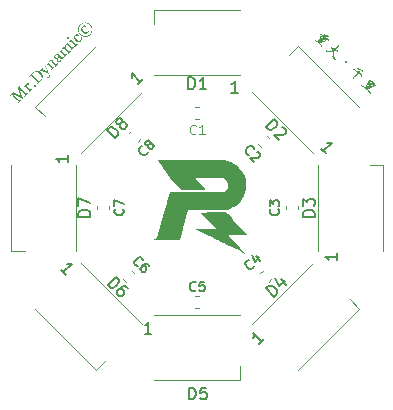
<source format=gbr>
%TF.GenerationSoftware,KiCad,Pcbnew,7.0.7*%
%TF.CreationDate,2023-10-08T15:01:22+08:00*%
%TF.ProjectId,RM_47mm,524d5f34-376d-46d2-9e6b-696361645f70,rev?*%
%TF.SameCoordinates,Original*%
%TF.FileFunction,Legend,Top*%
%TF.FilePolarity,Positive*%
%FSLAX46Y46*%
G04 Gerber Fmt 4.6, Leading zero omitted, Abs format (unit mm)*
G04 Created by KiCad (PCBNEW 7.0.7) date 2023-10-08 15:01:22*
%MOMM*%
%LPD*%
G01*
G04 APERTURE LIST*
%ADD10C,0.150000*%
%ADD11C,0.125000*%
%ADD12C,0.120000*%
G04 APERTURE END LIST*
D10*
G36*
X160406263Y-85210715D02*
G01*
X160415074Y-85215002D01*
X160423323Y-85221373D01*
X160424761Y-85222677D01*
X160432612Y-85229593D01*
X160441593Y-85237067D01*
X160449591Y-85243446D01*
X160458313Y-85250181D01*
X160467758Y-85257273D01*
X160477926Y-85264721D01*
X160486027Y-85270541D01*
X160494534Y-85276561D01*
X160503660Y-85282797D01*
X160513551Y-85289332D01*
X160524206Y-85296163D01*
X160535627Y-85303292D01*
X160547813Y-85310719D01*
X160556362Y-85315836D01*
X160565251Y-85321084D01*
X160574480Y-85326465D01*
X160584049Y-85331978D01*
X160593958Y-85337623D01*
X160604207Y-85343401D01*
X160614796Y-85349311D01*
X160625725Y-85355353D01*
X160631317Y-85358423D01*
X160642494Y-85364571D01*
X160653485Y-85370667D01*
X160664292Y-85376709D01*
X160674914Y-85382699D01*
X160685352Y-85388637D01*
X160695604Y-85394522D01*
X160705672Y-85400354D01*
X160715554Y-85406133D01*
X160725252Y-85411860D01*
X160734765Y-85417535D01*
X160744093Y-85423156D01*
X160753237Y-85428725D01*
X160762195Y-85434242D01*
X160770969Y-85439706D01*
X160779557Y-85445117D01*
X160787961Y-85450476D01*
X160797239Y-85454459D01*
X160806957Y-85452475D01*
X160810758Y-85449439D01*
X160817314Y-85441864D01*
X160822069Y-85432576D01*
X160821606Y-85422271D01*
X160816112Y-85415071D01*
X160808164Y-85407821D01*
X160800743Y-85400535D01*
X160793797Y-85392861D01*
X160793315Y-85392274D01*
X160786876Y-85384741D01*
X160780100Y-85377442D01*
X160772806Y-85369856D01*
X160765679Y-85362598D01*
X160759292Y-85356178D01*
X160751121Y-85348150D01*
X160743337Y-85340797D01*
X160735941Y-85334118D01*
X160727579Y-85326994D01*
X160719774Y-85320841D01*
X160713698Y-85316456D01*
X160704739Y-85310066D01*
X160696513Y-85303676D01*
X160689022Y-85297286D01*
X160682265Y-85290895D01*
X160674269Y-85282619D01*
X160667639Y-85275147D01*
X160661272Y-85266937D01*
X160655941Y-85257555D01*
X160656532Y-85247201D01*
X160666962Y-85244410D01*
X160678169Y-85245497D01*
X160688969Y-85247715D01*
X160699536Y-85250482D01*
X160709040Y-85253467D01*
X160719419Y-85257239D01*
X160730671Y-85261800D01*
X160739685Y-85265737D01*
X160749190Y-85270118D01*
X160759187Y-85274942D01*
X160769676Y-85280209D01*
X160780657Y-85285920D01*
X160792129Y-85292073D01*
X160800051Y-85296422D01*
X160811811Y-85302824D01*
X160822870Y-85308689D01*
X160833228Y-85314016D01*
X160842884Y-85318806D01*
X160851840Y-85323059D01*
X160862689Y-85327893D01*
X160872292Y-85331773D01*
X160882542Y-85335278D01*
X160889339Y-85337008D01*
X160900222Y-85339101D01*
X160911238Y-85341752D01*
X160922388Y-85344962D01*
X160933671Y-85348730D01*
X160945088Y-85353057D01*
X160956638Y-85357943D01*
X160968322Y-85363387D01*
X160980140Y-85369390D01*
X160992091Y-85375952D01*
X161004175Y-85383072D01*
X161012306Y-85388129D01*
X161024274Y-85395664D01*
X161035631Y-85402662D01*
X161046379Y-85409123D01*
X161056516Y-85415047D01*
X161066043Y-85420433D01*
X161074960Y-85425281D01*
X161085900Y-85430911D01*
X161095755Y-85435584D01*
X161106548Y-85440083D01*
X161108503Y-85440804D01*
X161117408Y-85445823D01*
X161120420Y-85448576D01*
X161127396Y-85457289D01*
X161132005Y-85467107D01*
X161134245Y-85478030D01*
X161134303Y-85487976D01*
X161132717Y-85498690D01*
X161130264Y-85507814D01*
X161126552Y-85518989D01*
X161122755Y-85528984D01*
X161118088Y-85539419D01*
X161113300Y-85548154D01*
X161107560Y-85556196D01*
X161105049Y-85558935D01*
X161095719Y-85564015D01*
X161085764Y-85562876D01*
X161077002Y-85558251D01*
X161068781Y-85551681D01*
X161061363Y-85544690D01*
X161054114Y-85537899D01*
X161040120Y-85524920D01*
X161026799Y-85512743D01*
X161014152Y-85501370D01*
X161002178Y-85490799D01*
X160990877Y-85481031D01*
X160980249Y-85472066D01*
X160970295Y-85463903D01*
X160961014Y-85456544D01*
X160952407Y-85449987D01*
X160944472Y-85444233D01*
X160933833Y-85437108D01*
X160924709Y-85431788D01*
X160914900Y-85427506D01*
X160905000Y-85424569D01*
X160894767Y-85422270D01*
X160883919Y-85421283D01*
X160874220Y-85423802D01*
X160873105Y-85424742D01*
X160875450Y-85434968D01*
X160881050Y-85443395D01*
X160887610Y-85451959D01*
X160894662Y-85460359D01*
X160901344Y-85467688D01*
X160906610Y-85473100D01*
X160913800Y-85480864D01*
X160919954Y-85489278D01*
X160923362Y-85497106D01*
X160923375Y-85506918D01*
X160919908Y-85513340D01*
X160915500Y-85522439D01*
X160915763Y-85526466D01*
X160920108Y-85535528D01*
X160921290Y-85536828D01*
X161019387Y-85624908D01*
X161032960Y-85637044D01*
X161045743Y-85648453D01*
X161057738Y-85659134D01*
X161068943Y-85669089D01*
X161079358Y-85678316D01*
X161088985Y-85686815D01*
X161097822Y-85694588D01*
X161105869Y-85701633D01*
X161116461Y-85710837D01*
X161125276Y-85718405D01*
X161134268Y-85725950D01*
X161141835Y-85731813D01*
X161150350Y-85737494D01*
X161157897Y-85743730D01*
X161165238Y-85753204D01*
X161169990Y-85764357D01*
X161171927Y-85774487D01*
X161172208Y-85785691D01*
X161170832Y-85797970D01*
X161168712Y-85807883D01*
X161165661Y-85818401D01*
X161161677Y-85829523D01*
X161160142Y-85833364D01*
X161155536Y-85844514D01*
X161151172Y-85854777D01*
X161147052Y-85864154D01*
X161141935Y-85875277D01*
X161137250Y-85884825D01*
X161132002Y-85894543D01*
X161126594Y-85902954D01*
X161123528Y-85906592D01*
X161114599Y-85911344D01*
X161104650Y-85908761D01*
X161097450Y-85902965D01*
X161090406Y-85894549D01*
X161084707Y-85886191D01*
X161078452Y-85875876D01*
X161073047Y-85866215D01*
X161067285Y-85855302D01*
X161062731Y-85846296D01*
X161057976Y-85836585D01*
X161056346Y-85833192D01*
X161050899Y-85822621D01*
X161044401Y-85811503D01*
X161036853Y-85799840D01*
X161031237Y-85791760D01*
X161025155Y-85783438D01*
X161018605Y-85774873D01*
X161011589Y-85766065D01*
X161004106Y-85757014D01*
X160996156Y-85747720D01*
X160987740Y-85738184D01*
X160978856Y-85728404D01*
X160969506Y-85718382D01*
X160959688Y-85708117D01*
X160949404Y-85697609D01*
X160944087Y-85692264D01*
X160935622Y-85683874D01*
X160927065Y-85675544D01*
X160918416Y-85667273D01*
X160909676Y-85659061D01*
X160900843Y-85650909D01*
X160891919Y-85642816D01*
X160882903Y-85634782D01*
X160873796Y-85626808D01*
X160865136Y-85619347D01*
X160857464Y-85612851D01*
X160849263Y-85606091D01*
X160841459Y-85599970D01*
X160832923Y-85594395D01*
X160832174Y-85594167D01*
X160822125Y-85594469D01*
X160820430Y-85594858D01*
X160811492Y-85600168D01*
X160803670Y-85606952D01*
X160798151Y-85612301D01*
X160791812Y-85620989D01*
X160790595Y-85631460D01*
X160795722Y-85640838D01*
X160797460Y-85642697D01*
X160834074Y-85677584D01*
X160843280Y-85686988D01*
X160852378Y-85696677D01*
X160861366Y-85706652D01*
X160870245Y-85716912D01*
X160879014Y-85727457D01*
X160887674Y-85738288D01*
X160896225Y-85749405D01*
X160904667Y-85760806D01*
X160912999Y-85772493D01*
X160921223Y-85784466D01*
X160926644Y-85792606D01*
X160934293Y-85804463D01*
X160940918Y-85815425D01*
X160946521Y-85825491D01*
X160951101Y-85834662D01*
X160955615Y-85845497D01*
X160958701Y-85856801D01*
X160958652Y-85867083D01*
X160955486Y-85872914D01*
X160945754Y-85875514D01*
X160943224Y-85875159D01*
X160932896Y-85877009D01*
X160923460Y-85880478D01*
X160913547Y-85884695D01*
X160904275Y-85888937D01*
X160893810Y-85893951D01*
X160888131Y-85896747D01*
X160879346Y-85901294D01*
X160870609Y-85905779D01*
X160857592Y-85912394D01*
X160844681Y-85918872D01*
X160831876Y-85925213D01*
X160819178Y-85931418D01*
X160806586Y-85937486D01*
X160794100Y-85943418D01*
X160781720Y-85949213D01*
X160769447Y-85954871D01*
X160757279Y-85960393D01*
X160753247Y-85962203D01*
X160741484Y-85967425D01*
X160730353Y-85972278D01*
X160719853Y-85976760D01*
X160709985Y-85980871D01*
X160700747Y-85984612D01*
X160689414Y-85989024D01*
X160679202Y-85992778D01*
X160668017Y-85996544D01*
X160660332Y-85998816D01*
X160650313Y-86001124D01*
X160640314Y-86002281D01*
X160630128Y-86001340D01*
X160622336Y-85997089D01*
X160615657Y-85989050D01*
X160610090Y-85979847D01*
X160605929Y-85971011D01*
X160601601Y-85961998D01*
X160596379Y-85953208D01*
X160590838Y-85945003D01*
X160584313Y-85936179D01*
X160578124Y-85928352D01*
X160571887Y-85920623D01*
X160564892Y-85912171D01*
X160558432Y-85904618D01*
X160551570Y-85896942D01*
X160544619Y-85889666D01*
X160536322Y-85883615D01*
X160526003Y-85884575D01*
X160523203Y-85887248D01*
X160516688Y-85894944D01*
X160509348Y-85902932D01*
X160502504Y-85910002D01*
X160499715Y-85912809D01*
X160493436Y-85920892D01*
X160492035Y-85931265D01*
X160497125Y-85938197D01*
X160505183Y-85945162D01*
X160512926Y-85952268D01*
X160520199Y-85959249D01*
X160524930Y-85963930D01*
X160532209Y-85971506D01*
X160539329Y-85979354D01*
X160545884Y-85986850D01*
X160553004Y-85995215D01*
X160560688Y-86004448D01*
X160567243Y-86012460D01*
X160573636Y-86020510D01*
X160580542Y-86029775D01*
X160586241Y-86038155D01*
X160591489Y-86047042D01*
X160595786Y-86056908D01*
X160596776Y-86060990D01*
X160596553Y-86071439D01*
X160592667Y-86080938D01*
X160586171Y-86089487D01*
X160584341Y-86091387D01*
X160575766Y-86097858D01*
X160565950Y-86100401D01*
X160555831Y-86098053D01*
X160552736Y-86096395D01*
X160543590Y-86090164D01*
X160534167Y-86083331D01*
X160525353Y-86076800D01*
X160515043Y-86069064D01*
X160503236Y-86060123D01*
X160494533Y-86053493D01*
X160485165Y-86046327D01*
X160475132Y-86038626D01*
X160464434Y-86030388D01*
X160453070Y-86021615D01*
X160441042Y-86012307D01*
X160434778Y-86007452D01*
X160426281Y-86002379D01*
X160416010Y-86003224D01*
X160412326Y-86006070D01*
X160405612Y-86013583D01*
X160400175Y-86021828D01*
X160396572Y-86031609D01*
X160396092Y-86035085D01*
X160399144Y-86045563D01*
X160405111Y-86055448D01*
X160412485Y-86065457D01*
X160419958Y-86074623D01*
X160426479Y-86082175D01*
X160433787Y-86090307D01*
X160439095Y-86096050D01*
X160447358Y-86104806D01*
X160455566Y-86113459D01*
X160463719Y-86122009D01*
X160471818Y-86130456D01*
X160479862Y-86138799D01*
X160487851Y-86147040D01*
X160495786Y-86155177D01*
X160503666Y-86163211D01*
X160511491Y-86171141D01*
X160519262Y-86178969D01*
X160524412Y-86184130D01*
X160531896Y-86191553D01*
X160538934Y-86198408D01*
X160547623Y-86206666D01*
X160555519Y-86213914D01*
X160564273Y-86221555D01*
X160573142Y-86228643D01*
X160581232Y-86234042D01*
X160590387Y-86239553D01*
X160598665Y-86245383D01*
X160605066Y-86250967D01*
X160610978Y-86259064D01*
X160614594Y-86269239D01*
X160615855Y-86279303D01*
X160615522Y-86290810D01*
X160614108Y-86301054D01*
X160611674Y-86312220D01*
X160610074Y-86318149D01*
X160606612Y-86329788D01*
X160603134Y-86340353D01*
X160599639Y-86349844D01*
X160595248Y-86360197D01*
X160589945Y-86370405D01*
X160583713Y-86379261D01*
X160581923Y-86381187D01*
X160574691Y-86387858D01*
X160566400Y-86394175D01*
X160557945Y-86399236D01*
X160552218Y-86401912D01*
X160542368Y-86404648D01*
X160532253Y-86402995D01*
X160528212Y-86400012D01*
X160522655Y-86391762D01*
X160518794Y-86382557D01*
X160515539Y-86372289D01*
X160512841Y-86361844D01*
X160509750Y-86351604D01*
X160505936Y-86342034D01*
X160500929Y-86331238D01*
X160496391Y-86322337D01*
X160491182Y-86312748D01*
X160485302Y-86302469D01*
X160478751Y-86291501D01*
X160471529Y-86279844D01*
X160463636Y-86267497D01*
X160460856Y-86263229D01*
X160455218Y-86254704D01*
X160449528Y-86246315D01*
X160443787Y-86238060D01*
X160437994Y-86229940D01*
X160432151Y-86221955D01*
X160426256Y-86214105D01*
X160417317Y-86202583D01*
X160408263Y-86191364D01*
X160399094Y-86180450D01*
X160389810Y-86169838D01*
X160380410Y-86159531D01*
X160370894Y-86149526D01*
X160364487Y-86143026D01*
X160354245Y-86132984D01*
X160346759Y-86125855D01*
X160338747Y-86118377D01*
X160330209Y-86110551D01*
X160321145Y-86102377D01*
X160311554Y-86093855D01*
X160301437Y-86084985D01*
X160290794Y-86075767D01*
X160279625Y-86066201D01*
X160267930Y-86056287D01*
X160255708Y-86046024D01*
X160242960Y-86035413D01*
X160229686Y-86024455D01*
X160215886Y-86013148D01*
X160201559Y-86001493D01*
X160194199Y-85995535D01*
X160179628Y-85983787D01*
X160165621Y-85972549D01*
X160152179Y-85961821D01*
X160139300Y-85951603D01*
X160126985Y-85941895D01*
X160115234Y-85932697D01*
X160104048Y-85924009D01*
X160093425Y-85915831D01*
X160083366Y-85908163D01*
X160073871Y-85901006D01*
X160064941Y-85894358D01*
X160056574Y-85888220D01*
X160045081Y-85879970D01*
X160034857Y-85872867D01*
X160028747Y-85868769D01*
X160020345Y-85863292D01*
X160010107Y-85856783D01*
X160000970Y-85851181D01*
X159991097Y-85845454D01*
X159981520Y-85840451D01*
X159971799Y-85836771D01*
X159971063Y-85836646D01*
X159961048Y-85834447D01*
X159955692Y-85831292D01*
X159950365Y-85822322D01*
X159949323Y-85811539D01*
X159951202Y-85800896D01*
X159954105Y-85791494D01*
X159958372Y-85781715D01*
X159963884Y-85773491D01*
X159965536Y-85771708D01*
X159973772Y-85765588D01*
X159983770Y-85762552D01*
X159985916Y-85762382D01*
X159996352Y-85763667D01*
X160006034Y-85767294D01*
X160011131Y-85769981D01*
X160019395Y-85775318D01*
X160027628Y-85782045D01*
X160034964Y-85789670D01*
X160053789Y-85808495D01*
X160061906Y-85814820D01*
X160070751Y-85820725D01*
X160079915Y-85826529D01*
X160090936Y-85833294D01*
X160100419Y-85838999D01*
X160110948Y-85845244D01*
X160122520Y-85852029D01*
X160130816Y-85856852D01*
X160139411Y-85861898D01*
X160148097Y-85867107D01*
X160156875Y-85872477D01*
X160165745Y-85878009D01*
X160174707Y-85883703D01*
X160183761Y-85889558D01*
X160192906Y-85895576D01*
X160202143Y-85901756D01*
X160211472Y-85908097D01*
X160220893Y-85914601D01*
X160230405Y-85921266D01*
X160240009Y-85928093D01*
X160249705Y-85935083D01*
X160259492Y-85942234D01*
X160269372Y-85949547D01*
X160279343Y-85957022D01*
X160288226Y-85961169D01*
X160295059Y-85960994D01*
X160303762Y-85956304D01*
X160312124Y-85949433D01*
X160320101Y-85941823D01*
X160327128Y-85933739D01*
X160331538Y-85924420D01*
X160328909Y-85916090D01*
X160320878Y-85908801D01*
X160313323Y-85902403D01*
X160305459Y-85895913D01*
X160296170Y-85888368D01*
X160287713Y-85881573D01*
X160283142Y-85877922D01*
X160274251Y-85870796D01*
X160266228Y-85864440D01*
X160257421Y-85857582D01*
X160248646Y-85850944D01*
X160239986Y-85844794D01*
X160236339Y-85842518D01*
X160228027Y-85837040D01*
X160220310Y-85830532D01*
X160217341Y-85827665D01*
X160212358Y-85818463D01*
X160212192Y-85808138D01*
X160214405Y-85799169D01*
X160218273Y-85789123D01*
X160223211Y-85779692D01*
X160229423Y-85771421D01*
X160230640Y-85770154D01*
X160240212Y-85766267D01*
X160249943Y-85770461D01*
X160255337Y-85775162D01*
X160272089Y-85793987D01*
X160279324Y-85800767D01*
X160287427Y-85807504D01*
X160296399Y-85814198D01*
X160306239Y-85820851D01*
X160314737Y-85826143D01*
X160323790Y-85831408D01*
X160333400Y-85836646D01*
X160342888Y-85841633D01*
X160353503Y-85847320D01*
X160362735Y-85852400D01*
X160371989Y-85857694D01*
X160381228Y-85863393D01*
X160384520Y-85865660D01*
X160394038Y-85868890D01*
X160403279Y-85865648D01*
X160408872Y-85860997D01*
X160416609Y-85853212D01*
X160424967Y-85844657D01*
X160431865Y-85837409D01*
X160439073Y-85829457D01*
X160444622Y-85822138D01*
X160442935Y-85812181D01*
X160438923Y-85807458D01*
X160438070Y-85806648D01*
X160604817Y-85806648D01*
X160605264Y-85817188D01*
X160606966Y-85819375D01*
X160614582Y-85825852D01*
X160622320Y-85832031D01*
X160630978Y-85838827D01*
X160639622Y-85845548D01*
X160641507Y-85847008D01*
X160650603Y-85853946D01*
X160658679Y-85859863D01*
X160667024Y-85865617D01*
X160675864Y-85871003D01*
X160682093Y-85873777D01*
X160692147Y-85875142D01*
X160702817Y-85874155D01*
X160708862Y-85872914D01*
X160718955Y-85869792D01*
X160729050Y-85865525D01*
X160738751Y-85860641D01*
X160747711Y-85855599D01*
X160750829Y-85853744D01*
X160760344Y-85847633D01*
X160769846Y-85840831D01*
X160777755Y-85834634D01*
X160785656Y-85827956D01*
X160793548Y-85820797D01*
X160801432Y-85813158D01*
X160808840Y-85805000D01*
X160815303Y-85796285D01*
X160820821Y-85787014D01*
X160825395Y-85777186D01*
X160829025Y-85766802D01*
X160831710Y-85755861D01*
X160832519Y-85751329D01*
X160833173Y-85739644D01*
X160831356Y-85727579D01*
X160828123Y-85717653D01*
X160823309Y-85707485D01*
X160816913Y-85697074D01*
X160811079Y-85689107D01*
X160804355Y-85681003D01*
X160796741Y-85672762D01*
X160794006Y-85669985D01*
X160786307Y-85662534D01*
X160778824Y-85655941D01*
X160770826Y-85650225D01*
X160767582Y-85648742D01*
X160757771Y-85649825D01*
X160753420Y-85653232D01*
X160727687Y-85676893D01*
X160724696Y-85686291D01*
X160728161Y-85695537D01*
X160733877Y-85703802D01*
X160740680Y-85711562D01*
X160743921Y-85714888D01*
X160751323Y-85723209D01*
X160757233Y-85732648D01*
X160760029Y-85742909D01*
X160757822Y-85753644D01*
X160752384Y-85761001D01*
X160744073Y-85768699D01*
X160735614Y-85775324D01*
X160727007Y-85780874D01*
X160718250Y-85785349D01*
X160713180Y-85787425D01*
X160703033Y-85789929D01*
X160692800Y-85790015D01*
X160682481Y-85787684D01*
X160673381Y-85783660D01*
X160672076Y-85782934D01*
X160662307Y-85777936D01*
X160652530Y-85774611D01*
X160642324Y-85773848D01*
X160639089Y-85774472D01*
X160629518Y-85777596D01*
X160623718Y-85780862D01*
X160616023Y-85789088D01*
X160609271Y-85797880D01*
X160604817Y-85806648D01*
X160438070Y-85806648D01*
X160430234Y-85799208D01*
X160421544Y-85791834D01*
X160412855Y-85785337D01*
X160404166Y-85779718D01*
X160395476Y-85774975D01*
X160385049Y-85770441D01*
X160383312Y-85769809D01*
X160373978Y-85766178D01*
X160365210Y-85761098D01*
X160361032Y-85757546D01*
X160355702Y-85749180D01*
X160353671Y-85738838D01*
X160353606Y-85736304D01*
X160354480Y-85726276D01*
X160356170Y-85714774D01*
X160358256Y-85702583D01*
X160360367Y-85691123D01*
X160360796Y-85688900D01*
X160423015Y-85688900D01*
X160424481Y-85698688D01*
X160426315Y-85702971D01*
X160431711Y-85711989D01*
X160438322Y-85720878D01*
X160445408Y-85728256D01*
X160453948Y-85734749D01*
X160462477Y-85740136D01*
X160470769Y-85745770D01*
X160479071Y-85752040D01*
X160479681Y-85752538D01*
X160488662Y-85758108D01*
X160498431Y-85759848D01*
X160507306Y-85755062D01*
X160509387Y-85752538D01*
X160516174Y-85745020D01*
X160522594Y-85737386D01*
X160523203Y-85736649D01*
X160529647Y-85728861D01*
X160535479Y-85720702D01*
X160535638Y-85720415D01*
X160532432Y-85710732D01*
X160528212Y-85706080D01*
X160502651Y-85684319D01*
X160496677Y-85676494D01*
X160494534Y-85666530D01*
X160497424Y-85656491D01*
X160501917Y-85646648D01*
X160506969Y-85637170D01*
X160512463Y-85627898D01*
X160517947Y-85619454D01*
X160524112Y-85611468D01*
X160525448Y-85610056D01*
X160534322Y-85605323D01*
X160541165Y-85606083D01*
X160550418Y-85609961D01*
X160559528Y-85614408D01*
X160569430Y-85619522D01*
X160577606Y-85623872D01*
X160587302Y-85628938D01*
X160596604Y-85633574D01*
X160606137Y-85637818D01*
X160610938Y-85639243D01*
X160620146Y-85635700D01*
X160622336Y-85633716D01*
X160654978Y-85601075D01*
X160658191Y-85591821D01*
X160655496Y-85587777D01*
X160647286Y-85582366D01*
X160638312Y-85577760D01*
X160628514Y-85573142D01*
X160619158Y-85568938D01*
X160608453Y-85564280D01*
X160599539Y-85560489D01*
X160587698Y-85555707D01*
X160576872Y-85551724D01*
X160567060Y-85548540D01*
X160556222Y-85545683D01*
X160545309Y-85543902D01*
X160535463Y-85544096D01*
X160533220Y-85544600D01*
X160523469Y-85548674D01*
X160514251Y-85554406D01*
X160505760Y-85561050D01*
X160498166Y-85567956D01*
X160495570Y-85570506D01*
X160487465Y-85579134D01*
X160480200Y-85587632D01*
X160474054Y-85595286D01*
X160467611Y-85603701D01*
X160460871Y-85612878D01*
X160453835Y-85622815D01*
X160446502Y-85633513D01*
X160444622Y-85636307D01*
X160437762Y-85647171D01*
X160432209Y-85657312D01*
X160427961Y-85666730D01*
X160424489Y-85677485D01*
X160423015Y-85688900D01*
X160360796Y-85688900D01*
X160362873Y-85678147D01*
X160365011Y-85667420D01*
X160366559Y-85659795D01*
X160369246Y-85648062D01*
X160372386Y-85636308D01*
X160375978Y-85624532D01*
X160380022Y-85612735D01*
X160384519Y-85600917D01*
X160389468Y-85589078D01*
X160394869Y-85577217D01*
X160400722Y-85565336D01*
X160407028Y-85553433D01*
X160413787Y-85541508D01*
X160418544Y-85533547D01*
X160425631Y-85522077D01*
X160432257Y-85511499D01*
X160438422Y-85501813D01*
X160444126Y-85493021D01*
X160451012Y-85482685D01*
X160457078Y-85473937D01*
X160463508Y-85465232D01*
X160470355Y-85457211D01*
X160478434Y-85450853D01*
X160488084Y-85447809D01*
X160496088Y-85449094D01*
X160505782Y-85453563D01*
X160515107Y-85458351D01*
X160524376Y-85463286D01*
X160535254Y-85469204D01*
X160544468Y-85474287D01*
X160554586Y-85479923D01*
X160565609Y-85486111D01*
X160573461Y-85490543D01*
X160585341Y-85497339D01*
X160596760Y-85503994D01*
X160607717Y-85510510D01*
X160618213Y-85516886D01*
X160628247Y-85523123D01*
X160637820Y-85529220D01*
X160646932Y-85535177D01*
X160655582Y-85540995D01*
X160663771Y-85546673D01*
X160673971Y-85554026D01*
X160676393Y-85555826D01*
X160685609Y-85559179D01*
X160695769Y-85556932D01*
X160704577Y-85551104D01*
X160709207Y-85546845D01*
X160716224Y-85539526D01*
X160722419Y-85531885D01*
X160724060Y-85528884D01*
X160719394Y-85520251D01*
X160717324Y-85519040D01*
X160709105Y-85513727D01*
X160697043Y-85505750D01*
X160685298Y-85497765D01*
X160673873Y-85489770D01*
X160662766Y-85481766D01*
X160651978Y-85473753D01*
X160641509Y-85465730D01*
X160631359Y-85457699D01*
X160621527Y-85449659D01*
X160612015Y-85441609D01*
X160602821Y-85433550D01*
X160593588Y-85425461D01*
X160583893Y-85417384D01*
X160573737Y-85409318D01*
X160563120Y-85401265D01*
X160552041Y-85393224D01*
X160540501Y-85385195D01*
X160528499Y-85377179D01*
X160520242Y-85371841D01*
X160511779Y-85366509D01*
X160503111Y-85361182D01*
X160494239Y-85355860D01*
X160485161Y-85350544D01*
X160480545Y-85347888D01*
X160471482Y-85342735D01*
X160462859Y-85337898D01*
X160450749Y-85331235D01*
X160439628Y-85325281D01*
X160429498Y-85320039D01*
X160420357Y-85315506D01*
X160409709Y-85310568D01*
X160398872Y-85306171D01*
X160388320Y-85303330D01*
X160378163Y-85301553D01*
X160368513Y-85297861D01*
X160362587Y-85293486D01*
X160359094Y-85283780D01*
X160359982Y-85273086D01*
X160362543Y-85262521D01*
X160364141Y-85257390D01*
X160367914Y-85247279D01*
X160371978Y-85238188D01*
X160377087Y-85228870D01*
X160383413Y-85219922D01*
X160387629Y-85215250D01*
X160396222Y-85210182D01*
X160406263Y-85210715D01*
G37*
G36*
X161746996Y-87512755D02*
G01*
X161737487Y-87515956D01*
X161726837Y-87514685D01*
X161717216Y-87512006D01*
X161705917Y-87507851D01*
X161695669Y-87503464D01*
X161692939Y-87502220D01*
X161681657Y-87496524D01*
X161672837Y-87491405D01*
X161663711Y-87485560D01*
X161654278Y-87478990D01*
X161644539Y-87471694D01*
X161634493Y-87463673D01*
X161624140Y-87454926D01*
X161613480Y-87445454D01*
X161606204Y-87438736D01*
X161598791Y-87431696D01*
X161591242Y-87424333D01*
X161587416Y-87420530D01*
X161579906Y-87412937D01*
X161572701Y-87405486D01*
X161565803Y-87398176D01*
X161556030Y-87387478D01*
X161546946Y-87377098D01*
X161538552Y-87367036D01*
X161530846Y-87357294D01*
X161523830Y-87347870D01*
X161517503Y-87338765D01*
X161511865Y-87329979D01*
X161506916Y-87321511D01*
X161503999Y-87316043D01*
X161498438Y-87305624D01*
X161492892Y-87295869D01*
X161487363Y-87286778D01*
X161481850Y-87278350D01*
X161474981Y-87268749D01*
X161468138Y-87260186D01*
X161461320Y-87252659D01*
X161459959Y-87251279D01*
X161440098Y-87235562D01*
X161435816Y-87226520D01*
X161437182Y-87216646D01*
X161441505Y-87207218D01*
X161443034Y-87204648D01*
X161448474Y-87195757D01*
X161453653Y-87187132D01*
X161460933Y-87174693D01*
X161467628Y-87162851D01*
X161473736Y-87151608D01*
X161479259Y-87140963D01*
X161484196Y-87130916D01*
X161488547Y-87121467D01*
X161493437Y-87109798D01*
X161497285Y-87099193D01*
X161498818Y-87094289D01*
X161501158Y-87084431D01*
X161502477Y-87073856D01*
X161502777Y-87062563D01*
X161502056Y-87050551D01*
X161500316Y-87037822D01*
X161498341Y-87027805D01*
X161495792Y-87017383D01*
X161492670Y-87006558D01*
X161488974Y-86995329D01*
X161485198Y-86983986D01*
X161481771Y-86972756D01*
X161478693Y-86961638D01*
X161475964Y-86950633D01*
X161473585Y-86939740D01*
X161471554Y-86928959D01*
X161469873Y-86918291D01*
X161468541Y-86907734D01*
X161467558Y-86897291D01*
X161466924Y-86886959D01*
X161466695Y-86880134D01*
X161465630Y-86869646D01*
X161463861Y-86859037D01*
X161461388Y-86848306D01*
X161458211Y-86837454D01*
X161454329Y-86826480D01*
X161452878Y-86822796D01*
X161448499Y-86812312D01*
X161444168Y-86803140D01*
X161439176Y-86794096D01*
X161433552Y-86785947D01*
X161430081Y-86782037D01*
X161421683Y-86776659D01*
X161411447Y-86775484D01*
X161401707Y-86777650D01*
X161400549Y-86778065D01*
X161382924Y-86783294D01*
X161365238Y-86788057D01*
X161347492Y-86792356D01*
X161329685Y-86796188D01*
X161311818Y-86799555D01*
X161293889Y-86802457D01*
X161275900Y-86804893D01*
X161257850Y-86806864D01*
X161239740Y-86808369D01*
X161221569Y-86809408D01*
X161203337Y-86809982D01*
X161185044Y-86810091D01*
X161166691Y-86809734D01*
X161148277Y-86808912D01*
X161129802Y-86807624D01*
X161111266Y-86805870D01*
X161098486Y-86804554D01*
X161086829Y-86803625D01*
X161076293Y-86803086D01*
X161064703Y-86802957D01*
X161054867Y-86803436D01*
X161044043Y-86805127D01*
X161040457Y-86806216D01*
X161030865Y-86809074D01*
X161020496Y-86810295D01*
X161010431Y-86809459D01*
X161007470Y-86808806D01*
X160998113Y-86805825D01*
X160989145Y-86801142D01*
X160981564Y-86794990D01*
X160972616Y-86785729D01*
X160965834Y-86778301D01*
X160958991Y-86770460D01*
X160952088Y-86762207D01*
X160945123Y-86753541D01*
X160938098Y-86744461D01*
X160931013Y-86734969D01*
X160923866Y-86725064D01*
X160916659Y-86714747D01*
X160909392Y-86704016D01*
X160906955Y-86700347D01*
X160900094Y-86689739D01*
X160894146Y-86679936D01*
X160889112Y-86670938D01*
X160883822Y-86660191D01*
X160880156Y-86650874D01*
X160877858Y-86641239D01*
X160878905Y-86631505D01*
X160880877Y-86628674D01*
X160890104Y-86624736D01*
X160900434Y-86627359D01*
X160906437Y-86630747D01*
X160921936Y-86640598D01*
X160937217Y-86649901D01*
X160952279Y-86658656D01*
X160967122Y-86666864D01*
X160981746Y-86674524D01*
X160996153Y-86681636D01*
X161010340Y-86688200D01*
X161024309Y-86694216D01*
X161038059Y-86699685D01*
X161051591Y-86704606D01*
X161064904Y-86708978D01*
X161077999Y-86712804D01*
X161090875Y-86716081D01*
X161103532Y-86718811D01*
X161115971Y-86720992D01*
X161128192Y-86722626D01*
X161140330Y-86723835D01*
X161152478Y-86724699D01*
X161164638Y-86725217D01*
X161176808Y-86725390D01*
X161188989Y-86725217D01*
X161201181Y-86724699D01*
X161213384Y-86723835D01*
X161225598Y-86722626D01*
X161237822Y-86721072D01*
X161250057Y-86719172D01*
X161262303Y-86716927D01*
X161274560Y-86714336D01*
X161286827Y-86711400D01*
X161299105Y-86708119D01*
X161311395Y-86704492D01*
X161323694Y-86700520D01*
X161335702Y-86696418D01*
X161347069Y-86692446D01*
X161357797Y-86688603D01*
X161367886Y-86684890D01*
X161377334Y-86681306D01*
X161390309Y-86676174D01*
X161401844Y-86671333D01*
X161411940Y-86666783D01*
X161423163Y-86661170D01*
X161431828Y-86656075D01*
X161439062Y-86650435D01*
X161443023Y-86641401D01*
X161440805Y-86630857D01*
X161435972Y-86621817D01*
X161430157Y-86613681D01*
X161422609Y-86604741D01*
X161415811Y-86597508D01*
X161413329Y-86594997D01*
X161405824Y-86587786D01*
X161396143Y-86579414D01*
X161386834Y-86572461D01*
X161377898Y-86566928D01*
X161367251Y-86562007D01*
X161357187Y-86559304D01*
X161345877Y-86558989D01*
X161344074Y-86559247D01*
X161334277Y-86559969D01*
X161324455Y-86558329D01*
X161316441Y-86553375D01*
X161311473Y-86544291D01*
X161310372Y-86533111D01*
X161311681Y-86521401D01*
X161314185Y-86510467D01*
X161317984Y-86498140D01*
X161321684Y-86487981D01*
X161326112Y-86477039D01*
X161330956Y-86466023D01*
X161335835Y-86455577D01*
X161340751Y-86445703D01*
X161345704Y-86436399D01*
X161350693Y-86427666D01*
X161357401Y-86416909D01*
X161364174Y-86407168D01*
X161371012Y-86398441D01*
X161377915Y-86390728D01*
X161379651Y-86388959D01*
X161388220Y-86383921D01*
X161394504Y-86384123D01*
X161403242Y-86388646D01*
X161411290Y-86395244D01*
X161416265Y-86400012D01*
X161425198Y-86408323D01*
X161434510Y-86416545D01*
X161444202Y-86424680D01*
X161454274Y-86432726D01*
X161464724Y-86440685D01*
X161475555Y-86448555D01*
X161486765Y-86456337D01*
X161498354Y-86464032D01*
X161510323Y-86471638D01*
X161522671Y-86479156D01*
X161531114Y-86484120D01*
X161543456Y-86491244D01*
X161554836Y-86497722D01*
X161565254Y-86503554D01*
X161574709Y-86508738D01*
X161585819Y-86514645D01*
X161595218Y-86519403D01*
X161604560Y-86523733D01*
X161613149Y-86526778D01*
X161623544Y-86527668D01*
X161633745Y-86525936D01*
X161640437Y-86523324D01*
X161650152Y-86517236D01*
X161659249Y-86510581D01*
X161668203Y-86503678D01*
X161675896Y-86497580D01*
X161684426Y-86490693D01*
X161693795Y-86483016D01*
X161704001Y-86474550D01*
X161715046Y-86465295D01*
X161722638Y-86458923D01*
X161733677Y-86449599D01*
X161744298Y-86440555D01*
X161754499Y-86431789D01*
X161764282Y-86423303D01*
X161773645Y-86415096D01*
X161782590Y-86407168D01*
X161791116Y-86399520D01*
X161799222Y-86392151D01*
X161806910Y-86385061D01*
X161814179Y-86378251D01*
X161821786Y-86371014D01*
X161830489Y-86362645D01*
X161840289Y-86353143D01*
X161847430Y-86346179D01*
X161855059Y-86338713D01*
X161863175Y-86330743D01*
X161871778Y-86322269D01*
X161880868Y-86313293D01*
X161890445Y-86303813D01*
X161900509Y-86293829D01*
X161911060Y-86283343D01*
X161922099Y-86272353D01*
X161933624Y-86260860D01*
X161945636Y-86248864D01*
X161951825Y-86242677D01*
X161959634Y-86235497D01*
X161967693Y-86229913D01*
X161974623Y-86227824D01*
X161984384Y-86232155D01*
X161992485Y-86238518D01*
X161999765Y-86245146D01*
X162005191Y-86250449D01*
X162011999Y-86257594D01*
X162019334Y-86266224D01*
X162025758Y-86274914D01*
X162031271Y-86283666D01*
X162035873Y-86292478D01*
X162037833Y-86296907D01*
X162041116Y-86306813D01*
X162042177Y-86316860D01*
X162039938Y-86326536D01*
X162034897Y-86333693D01*
X162025927Y-86338766D01*
X162016072Y-86341465D01*
X162005784Y-86345431D01*
X161996615Y-86350617D01*
X161987467Y-86356640D01*
X161978935Y-86362772D01*
X161971514Y-86368407D01*
X161963537Y-86374764D01*
X161954891Y-86382007D01*
X161945576Y-86390135D01*
X161938150Y-86396812D01*
X161930348Y-86403987D01*
X161922169Y-86411659D01*
X161913614Y-86419830D01*
X161904683Y-86428498D01*
X161895375Y-86437664D01*
X161888960Y-86444052D01*
X161879418Y-86453561D01*
X161870286Y-86462593D01*
X161861563Y-86471148D01*
X161853251Y-86479227D01*
X161845348Y-86486829D01*
X161837855Y-86493955D01*
X161828502Y-86502714D01*
X161819877Y-86510627D01*
X161811982Y-86517691D01*
X161808307Y-86520906D01*
X161759777Y-86565291D01*
X161753307Y-86573181D01*
X161750619Y-86582938D01*
X161753905Y-86589125D01*
X161762663Y-86594277D01*
X161772747Y-86599240D01*
X161783498Y-86604292D01*
X161793127Y-86608711D01*
X161804097Y-86613671D01*
X161816410Y-86619170D01*
X161825363Y-86623137D01*
X161834913Y-86627344D01*
X161839912Y-86629538D01*
X161849797Y-86633901D01*
X161859115Y-86638054D01*
X161872029Y-86643889D01*
X161883669Y-86649251D01*
X161894033Y-86654138D01*
X161903122Y-86658552D01*
X161913258Y-86663701D01*
X161922740Y-86668953D01*
X161930064Y-86674096D01*
X161935443Y-86682516D01*
X161935704Y-86692785D01*
X161935073Y-86694993D01*
X161930689Y-86704594D01*
X161925424Y-86713346D01*
X161919383Y-86722225D01*
X161913139Y-86730743D01*
X161906815Y-86739064D01*
X161900311Y-86747374D01*
X161894031Y-86755030D01*
X161887406Y-86762349D01*
X161879259Y-86769770D01*
X161869917Y-86776328D01*
X161859616Y-86780740D01*
X161848633Y-86781512D01*
X161840948Y-86779101D01*
X161828523Y-86773537D01*
X161816115Y-86768374D01*
X161803726Y-86763612D01*
X161791355Y-86759251D01*
X161779002Y-86755290D01*
X161766667Y-86751730D01*
X161754351Y-86748571D01*
X161742053Y-86745812D01*
X161729773Y-86743454D01*
X161717511Y-86741497D01*
X161709346Y-86740415D01*
X161699270Y-86739816D01*
X161688816Y-86738969D01*
X161677984Y-86737873D01*
X161666774Y-86736529D01*
X161655187Y-86734937D01*
X161643222Y-86733097D01*
X161630879Y-86731008D01*
X161618158Y-86728671D01*
X161607949Y-86728145D01*
X161598699Y-86731357D01*
X161594497Y-86734716D01*
X161589720Y-86744028D01*
X161586733Y-86755079D01*
X161584364Y-86767246D01*
X161582548Y-86778918D01*
X161581232Y-86788801D01*
X161579955Y-86799652D01*
X161579126Y-86807425D01*
X161578057Y-86819436D01*
X161577246Y-86831572D01*
X161576693Y-86843832D01*
X161576398Y-86856217D01*
X161576361Y-86868726D01*
X161576582Y-86881360D01*
X161577061Y-86894118D01*
X161577799Y-86907000D01*
X161578794Y-86920008D01*
X161580047Y-86933139D01*
X161581026Y-86941963D01*
X161582568Y-86955034D01*
X161583955Y-86967696D01*
X161585187Y-86979949D01*
X161586264Y-86991791D01*
X161587186Y-87003223D01*
X161587954Y-87014246D01*
X161588567Y-87024859D01*
X161589025Y-87035062D01*
X161589328Y-87044855D01*
X161589491Y-87057275D01*
X161589489Y-87060266D01*
X161589745Y-87072094D01*
X161590428Y-87083830D01*
X161591537Y-87095474D01*
X161593072Y-87107026D01*
X161595034Y-87118487D01*
X161597422Y-87129856D01*
X161600237Y-87141133D01*
X161603478Y-87152318D01*
X161607016Y-87163309D01*
X161610721Y-87174004D01*
X161614593Y-87184401D01*
X161618633Y-87194502D01*
X161622840Y-87204305D01*
X161627214Y-87213812D01*
X161631756Y-87223022D01*
X161636465Y-87231936D01*
X161641616Y-87241583D01*
X161647399Y-87252909D01*
X161652151Y-87262504D01*
X161657257Y-87273044D01*
X161662719Y-87284528D01*
X161668537Y-87296957D01*
X161674709Y-87310329D01*
X161679021Y-87319768D01*
X161683491Y-87329628D01*
X161688119Y-87339906D01*
X161692905Y-87350605D01*
X161695357Y-87356111D01*
X161700205Y-87367021D01*
X161704816Y-87377470D01*
X161709191Y-87387459D01*
X161713329Y-87396988D01*
X161717232Y-87406057D01*
X161722644Y-87418798D01*
X161727524Y-87430504D01*
X161731873Y-87441175D01*
X161735690Y-87450810D01*
X161739954Y-87462046D01*
X161743273Y-87471443D01*
X161744578Y-87475451D01*
X161747505Y-87486024D01*
X161749477Y-87496271D01*
X161749729Y-87506144D01*
X161746996Y-87512755D01*
G37*
G36*
X162665618Y-87603771D02*
G01*
X162672581Y-87611413D01*
X162678614Y-87619487D01*
X162683720Y-87627993D01*
X162687897Y-87636931D01*
X162691146Y-87646300D01*
X162693467Y-87656101D01*
X162694860Y-87666334D01*
X162695324Y-87676998D01*
X162694860Y-87687663D01*
X162693467Y-87697896D01*
X162691146Y-87707697D01*
X162687897Y-87717066D01*
X162683720Y-87726004D01*
X162678614Y-87734509D01*
X162672581Y-87742583D01*
X162665618Y-87750226D01*
X162657976Y-87757188D01*
X162649902Y-87763222D01*
X162641396Y-87768327D01*
X162632459Y-87772505D01*
X162623090Y-87775754D01*
X162613288Y-87778074D01*
X162603056Y-87779467D01*
X162592391Y-87779931D01*
X162581727Y-87779467D01*
X162571494Y-87778074D01*
X162561693Y-87775754D01*
X162552323Y-87772505D01*
X162543386Y-87768327D01*
X162534880Y-87763222D01*
X162526806Y-87757188D01*
X162519164Y-87750226D01*
X162512202Y-87742583D01*
X162506168Y-87734509D01*
X162501062Y-87726004D01*
X162496885Y-87717066D01*
X162493636Y-87707697D01*
X162491315Y-87697896D01*
X162489923Y-87687663D01*
X162489458Y-87676998D01*
X162489923Y-87666334D01*
X162491315Y-87656101D01*
X162493636Y-87646300D01*
X162496885Y-87636931D01*
X162501062Y-87627993D01*
X162506168Y-87619487D01*
X162512202Y-87611413D01*
X162519164Y-87603771D01*
X162526806Y-87596809D01*
X162534880Y-87590775D01*
X162543386Y-87585669D01*
X162552323Y-87581492D01*
X162561693Y-87578243D01*
X162571494Y-87575922D01*
X162581727Y-87574530D01*
X162592391Y-87574066D01*
X162603056Y-87574530D01*
X162613288Y-87575922D01*
X162623090Y-87578243D01*
X162632459Y-87581492D01*
X162641396Y-87585669D01*
X162649902Y-87590775D01*
X162657976Y-87596809D01*
X162665618Y-87603771D01*
G37*
G36*
X164071443Y-88387855D02*
G01*
X164077229Y-88395886D01*
X164080614Y-88405454D01*
X164080769Y-88406162D01*
X164080767Y-88416079D01*
X164077693Y-88425494D01*
X164073689Y-88432932D01*
X164068743Y-88441562D01*
X164064399Y-88450357D01*
X164060277Y-88460322D01*
X164058836Y-88464364D01*
X164055318Y-88474175D01*
X164050785Y-88483198D01*
X164049510Y-88484743D01*
X164041043Y-88490309D01*
X164030873Y-88490587D01*
X164021884Y-88486261D01*
X164019804Y-88484743D01*
X164010361Y-88477282D01*
X164001092Y-88469987D01*
X163991999Y-88462859D01*
X163983080Y-88455899D01*
X163974337Y-88449105D01*
X163965768Y-88442478D01*
X163957375Y-88436019D01*
X163949157Y-88429726D01*
X163941114Y-88423600D01*
X163933246Y-88417641D01*
X163918035Y-88406224D01*
X163903524Y-88395475D01*
X163889714Y-88385394D01*
X163876604Y-88375981D01*
X163864194Y-88367236D01*
X163852484Y-88359159D01*
X163841475Y-88351749D01*
X163831166Y-88345007D01*
X163821557Y-88338934D01*
X163812648Y-88333528D01*
X163804440Y-88328790D01*
X163792948Y-88322603D01*
X163781981Y-88317191D01*
X163771539Y-88312553D01*
X163761623Y-88308689D01*
X163752231Y-88305599D01*
X163740526Y-88302683D01*
X163729755Y-88301143D01*
X163719918Y-88300980D01*
X163708934Y-88302711D01*
X163698547Y-88304760D01*
X163688112Y-88305205D01*
X163681128Y-88304611D01*
X163671759Y-88301179D01*
X163661389Y-88295346D01*
X163652883Y-88289906D01*
X163643103Y-88283224D01*
X163634933Y-88277398D01*
X163626046Y-88270874D01*
X163616443Y-88263652D01*
X163613082Y-88261089D01*
X163603194Y-88253486D01*
X163593932Y-88246282D01*
X163585295Y-88239480D01*
X163577284Y-88233079D01*
X163567574Y-88225167D01*
X163558977Y-88217967D01*
X163551491Y-88211480D01*
X163543697Y-88204372D01*
X163539855Y-88200642D01*
X163532917Y-88192911D01*
X163527809Y-88184451D01*
X163528390Y-88174605D01*
X163529320Y-88173527D01*
X163539095Y-88170229D01*
X163549267Y-88170160D01*
X163560212Y-88171197D01*
X163570582Y-88172743D01*
X163582388Y-88174926D01*
X163592185Y-88176982D01*
X163602290Y-88179293D01*
X163612203Y-88181760D01*
X163621925Y-88184381D01*
X163631456Y-88187158D01*
X163640796Y-88190089D01*
X163652952Y-88194238D01*
X163664767Y-88198662D01*
X163676243Y-88203362D01*
X163687378Y-88208336D01*
X163690109Y-88209623D01*
X163701186Y-88214704D01*
X163712572Y-88219500D01*
X163724264Y-88224009D01*
X163736265Y-88228232D01*
X163748573Y-88232169D01*
X163758005Y-88234934D01*
X163767611Y-88237539D01*
X163777390Y-88239982D01*
X163787342Y-88242264D01*
X163799759Y-88245651D01*
X163809061Y-88248757D01*
X163819182Y-88252542D01*
X163830122Y-88257005D01*
X163841881Y-88262147D01*
X163854459Y-88267968D01*
X163867855Y-88274467D01*
X163882071Y-88281645D01*
X163897106Y-88289502D01*
X163912960Y-88298037D01*
X163929633Y-88307252D01*
X163938276Y-88312113D01*
X163947125Y-88317144D01*
X163956178Y-88322345D01*
X163965436Y-88327716D01*
X163974898Y-88333256D01*
X163984565Y-88338966D01*
X163994437Y-88344846D01*
X164004514Y-88350895D01*
X164014796Y-88357114D01*
X164024643Y-88363161D01*
X164033372Y-88368437D01*
X164042714Y-88373946D01*
X164051619Y-88378965D01*
X164060875Y-88383472D01*
X164062290Y-88383883D01*
X164071443Y-88387855D01*
G37*
G36*
X163720851Y-88415488D02*
G01*
X163729359Y-88407725D01*
X163737528Y-88401791D01*
X163747260Y-88396946D01*
X163758238Y-88394906D01*
X163768450Y-88396982D01*
X163777898Y-88403175D01*
X163779398Y-88404608D01*
X163785915Y-88412407D01*
X163791681Y-88420595D01*
X163797413Y-88429403D01*
X163802746Y-88438005D01*
X163807376Y-88445712D01*
X163812974Y-88455329D01*
X163817678Y-88464102D01*
X163822143Y-88473517D01*
X163825725Y-88482967D01*
X163827755Y-88492688D01*
X163826590Y-88502899D01*
X163822273Y-88512182D01*
X163815734Y-88520537D01*
X163813939Y-88522393D01*
X163794078Y-88540182D01*
X163787873Y-88547856D01*
X163784472Y-88557787D01*
X163786642Y-88567372D01*
X163793109Y-88575476D01*
X163797187Y-88578868D01*
X163806729Y-88585959D01*
X163815667Y-88592726D01*
X163824001Y-88599167D01*
X163831730Y-88605284D01*
X163841097Y-88612934D01*
X163849390Y-88620007D01*
X163858245Y-88628036D01*
X163865422Y-88635163D01*
X163867823Y-88637761D01*
X163875354Y-88645965D01*
X163882605Y-88653782D01*
X163889635Y-88661217D01*
X163893211Y-88664875D01*
X163903203Y-88674765D01*
X163912780Y-88684032D01*
X163921941Y-88692676D01*
X163930685Y-88700698D01*
X163939014Y-88708098D01*
X163946927Y-88714876D01*
X163956831Y-88722944D01*
X163965995Y-88729907D01*
X163974420Y-88735762D01*
X163978355Y-88738275D01*
X163986220Y-88744653D01*
X163993712Y-88751593D01*
X163996144Y-88753992D01*
X164001592Y-88762111D01*
X164002835Y-88772278D01*
X164001497Y-88778343D01*
X163998270Y-88787615D01*
X163994447Y-88797332D01*
X163990343Y-88807238D01*
X163986458Y-88816347D01*
X163982039Y-88826508D01*
X163977086Y-88837722D01*
X163975764Y-88840690D01*
X163970664Y-88852105D01*
X163965985Y-88862257D01*
X163961727Y-88871145D01*
X163956996Y-88880481D01*
X163952187Y-88889078D01*
X163946750Y-88896647D01*
X163939126Y-88903226D01*
X163929622Y-88908089D01*
X163919832Y-88908218D01*
X163911000Y-88902691D01*
X163904918Y-88894368D01*
X163900728Y-88885438D01*
X163900119Y-88883866D01*
X163894854Y-88871873D01*
X163888708Y-88859661D01*
X163881683Y-88847230D01*
X163876509Y-88838821D01*
X163870945Y-88830315D01*
X163864989Y-88821712D01*
X163858642Y-88813012D01*
X163851904Y-88804215D01*
X163844775Y-88795321D01*
X163837254Y-88786329D01*
X163829342Y-88777241D01*
X163821039Y-88768055D01*
X163812344Y-88758772D01*
X163803258Y-88749392D01*
X163798568Y-88744665D01*
X163789324Y-88735469D01*
X163780504Y-88726790D01*
X163772108Y-88718630D01*
X163764135Y-88710988D01*
X163756586Y-88703864D01*
X163746057Y-88694149D01*
X163736480Y-88685600D01*
X163727858Y-88678217D01*
X163720188Y-88672000D01*
X163711445Y-88665523D01*
X163702899Y-88660342D01*
X163701508Y-88659694D01*
X163690973Y-88656650D01*
X163680610Y-88657017D01*
X163670421Y-88660795D01*
X163661646Y-88666899D01*
X163660404Y-88667984D01*
X163652630Y-88674874D01*
X163643558Y-88682590D01*
X163635365Y-88689358D01*
X163626341Y-88696655D01*
X163616486Y-88704480D01*
X163608550Y-88710697D01*
X163600145Y-88717211D01*
X163591274Y-88724022D01*
X163588213Y-88726359D01*
X163578026Y-88733660D01*
X163568017Y-88740968D01*
X163558186Y-88748286D01*
X163548533Y-88755611D01*
X163539059Y-88762944D01*
X163529762Y-88770285D01*
X163520644Y-88777635D01*
X163511704Y-88784992D01*
X163502942Y-88792358D01*
X163494358Y-88799732D01*
X163485952Y-88807113D01*
X163477724Y-88814503D01*
X163469674Y-88821901D01*
X163461803Y-88829307D01*
X163454109Y-88836722D01*
X163446594Y-88844144D01*
X163439059Y-88851761D01*
X163432020Y-88859048D01*
X163424583Y-88866971D01*
X163417794Y-88874462D01*
X163416198Y-88876267D01*
X163409257Y-88884115D01*
X163401856Y-88892097D01*
X163394525Y-88899767D01*
X163386284Y-88908203D01*
X163378720Y-88915817D01*
X163370900Y-88923520D01*
X163363197Y-88930868D01*
X163355613Y-88937862D01*
X163348146Y-88944502D01*
X163339342Y-88952003D01*
X163330708Y-88958993D01*
X163322376Y-88965682D01*
X163314347Y-88972408D01*
X163306622Y-88979170D01*
X163299200Y-88985968D01*
X163292082Y-88992803D01*
X163289777Y-88995089D01*
X163282894Y-89002251D01*
X163275974Y-89010009D01*
X163269018Y-89018362D01*
X163262025Y-89027309D01*
X163256170Y-89035220D01*
X163252645Y-89040165D01*
X163246947Y-89048649D01*
X163240431Y-89057479D01*
X163233097Y-89066655D01*
X163226641Y-89074245D01*
X163219661Y-89082056D01*
X163212158Y-89090088D01*
X163204131Y-89098341D01*
X163202042Y-89100439D01*
X163193979Y-89108287D01*
X163186628Y-89114990D01*
X163178442Y-89121760D01*
X163170087Y-89127524D01*
X163160561Y-89131343D01*
X163157484Y-89131181D01*
X163148425Y-89126963D01*
X163140452Y-89121154D01*
X163132515Y-89114087D01*
X163129333Y-89110974D01*
X163122455Y-89103766D01*
X163115603Y-89095517D01*
X163110271Y-89086994D01*
X163108954Y-89083687D01*
X163109731Y-89073325D01*
X163115188Y-89064873D01*
X163117935Y-89061926D01*
X163160420Y-89025312D01*
X163169250Y-89017080D01*
X163177369Y-89009365D01*
X163186428Y-89000646D01*
X163193839Y-88993448D01*
X163201778Y-88985685D01*
X163210245Y-88977358D01*
X163219240Y-88968466D01*
X163228763Y-88959010D01*
X163238815Y-88948988D01*
X163242283Y-88945522D01*
X163252418Y-88935327D01*
X163261903Y-88925660D01*
X163270738Y-88916521D01*
X163278924Y-88907910D01*
X163286459Y-88899828D01*
X163293346Y-88892274D01*
X163301517Y-88883023D01*
X163308533Y-88874712D01*
X163315679Y-88865643D01*
X163316892Y-88864005D01*
X163323740Y-88855167D01*
X163330609Y-88846948D01*
X163338714Y-88837710D01*
X163345604Y-88830112D01*
X163353189Y-88821940D01*
X163361469Y-88813194D01*
X163370445Y-88803874D01*
X163380116Y-88793981D01*
X163390481Y-88783514D01*
X163394091Y-88779897D01*
X163401402Y-88772510D01*
X163408696Y-88764985D01*
X163415974Y-88757323D01*
X163423235Y-88749523D01*
X163430481Y-88741585D01*
X163437710Y-88733510D01*
X163444923Y-88725297D01*
X163452120Y-88716946D01*
X163459301Y-88708458D01*
X163466466Y-88699832D01*
X163473614Y-88691069D01*
X163480746Y-88682168D01*
X163487862Y-88673129D01*
X163494962Y-88663953D01*
X163502046Y-88654639D01*
X163509113Y-88645187D01*
X163515601Y-88636649D01*
X163521954Y-88628786D01*
X163528222Y-88621278D01*
X163535375Y-88612902D01*
X163543414Y-88603657D01*
X163548663Y-88597693D01*
X163555749Y-88588859D01*
X163560316Y-88579795D01*
X163559932Y-88569170D01*
X163552635Y-88561943D01*
X163542750Y-88555782D01*
X163533389Y-88549648D01*
X163524552Y-88543542D01*
X163516237Y-88537462D01*
X163508447Y-88531409D01*
X163499445Y-88523881D01*
X163491261Y-88516395D01*
X163488216Y-88513412D01*
X163481020Y-88506124D01*
X163474221Y-88499046D01*
X163466585Y-88490831D01*
X163459519Y-88482920D01*
X163453024Y-88475312D01*
X163449012Y-88470409D01*
X163441784Y-88461566D01*
X163434668Y-88453381D01*
X163428089Y-88446134D01*
X163420919Y-88438499D01*
X163413159Y-88430476D01*
X163406526Y-88423778D01*
X163399421Y-88417013D01*
X163391663Y-88410275D01*
X163383251Y-88403563D01*
X163374187Y-88396879D01*
X163364470Y-88390222D01*
X163354099Y-88383592D01*
X163343076Y-88376988D01*
X163334379Y-88372054D01*
X163331399Y-88370412D01*
X163322505Y-88365668D01*
X163310981Y-88359894D01*
X163299840Y-88354752D01*
X163289082Y-88350241D01*
X163278707Y-88346362D01*
X163268716Y-88343115D01*
X163259108Y-88340498D01*
X163247637Y-88338116D01*
X163237253Y-88336290D01*
X163226728Y-88334120D01*
X163217120Y-88331619D01*
X163207833Y-88327757D01*
X163206533Y-88326718D01*
X163202096Y-88317812D01*
X163202215Y-88314455D01*
X163204838Y-88303931D01*
X163208073Y-88292857D01*
X163211153Y-88282721D01*
X163214078Y-88273276D01*
X163217413Y-88262644D01*
X163220919Y-88251933D01*
X163224268Y-88242340D01*
X163228234Y-88231919D01*
X163232670Y-88221719D01*
X163237401Y-88212995D01*
X163241074Y-88208241D01*
X163249504Y-88203060D01*
X163259360Y-88202953D01*
X163264389Y-88204615D01*
X163272949Y-88209396D01*
X163281423Y-88215292D01*
X163289830Y-88221717D01*
X163299459Y-88229517D01*
X163308043Y-88236746D01*
X163317410Y-88244855D01*
X163324824Y-88251231D01*
X163332367Y-88257601D01*
X163340036Y-88263966D01*
X163347833Y-88270324D01*
X163355758Y-88276676D01*
X163363810Y-88283022D01*
X163371989Y-88289361D01*
X163380296Y-88295695D01*
X163388731Y-88302023D01*
X163397293Y-88308345D01*
X163403072Y-88312556D01*
X163412109Y-88319039D01*
X163421799Y-88325859D01*
X163432142Y-88333016D01*
X163443137Y-88340510D01*
X163454785Y-88348341D01*
X163467086Y-88356509D01*
X163475649Y-88362141D01*
X163484502Y-88367923D01*
X163493645Y-88373855D01*
X163503079Y-88379937D01*
X163512802Y-88386169D01*
X163522816Y-88392550D01*
X163533119Y-88399081D01*
X163543320Y-88405544D01*
X163552981Y-88411678D01*
X163562102Y-88417482D01*
X163570683Y-88422958D01*
X163582543Y-88430553D01*
X163593189Y-88437408D01*
X163602620Y-88443523D01*
X163610837Y-88448896D01*
X163619904Y-88454908D01*
X163628202Y-88460572D01*
X163631562Y-88462982D01*
X163640497Y-88468484D01*
X163650018Y-88471657D01*
X163656949Y-88471445D01*
X163666447Y-88467650D01*
X163674626Y-88461643D01*
X163676293Y-88460046D01*
X163720851Y-88415488D01*
G37*
G36*
X164602365Y-89151492D02*
G01*
X164612468Y-89156439D01*
X164617884Y-89159850D01*
X164629612Y-89167792D01*
X164641416Y-89175622D01*
X164653296Y-89183340D01*
X164665252Y-89190945D01*
X164677283Y-89198438D01*
X164689391Y-89205819D01*
X164701574Y-89213087D01*
X164713833Y-89220243D01*
X164726168Y-89227287D01*
X164738579Y-89234218D01*
X164746896Y-89238777D01*
X164759530Y-89245782D01*
X164768104Y-89250680D01*
X164776797Y-89255760D01*
X164785610Y-89261022D01*
X164794544Y-89266466D01*
X164803597Y-89272093D01*
X164812771Y-89277901D01*
X164822065Y-89283892D01*
X164831478Y-89290065D01*
X164841012Y-89296420D01*
X164850666Y-89302957D01*
X164860440Y-89309676D01*
X164870335Y-89316578D01*
X164880349Y-89323661D01*
X164890483Y-89330927D01*
X164895595Y-89334628D01*
X164905711Y-89342025D01*
X164915548Y-89349319D01*
X164925108Y-89356511D01*
X164934389Y-89363600D01*
X164943393Y-89370586D01*
X164952119Y-89377470D01*
X164960566Y-89384252D01*
X164968736Y-89390930D01*
X164976628Y-89397507D01*
X164984242Y-89403981D01*
X164995142Y-89413499D01*
X165005416Y-89422787D01*
X165015065Y-89431844D01*
X165024088Y-89440670D01*
X165033901Y-89451044D01*
X165043261Y-89462089D01*
X165049249Y-89469825D01*
X165055037Y-89477859D01*
X165060624Y-89486191D01*
X165066009Y-89494822D01*
X165071194Y-89503751D01*
X165076177Y-89512977D01*
X165080960Y-89522503D01*
X165085541Y-89532326D01*
X165089922Y-89542447D01*
X165094101Y-89552867D01*
X165098079Y-89563585D01*
X165101857Y-89574601D01*
X165105433Y-89585915D01*
X165108755Y-89597107D01*
X165111728Y-89607711D01*
X165114352Y-89617729D01*
X165117632Y-89631655D01*
X165120126Y-89644260D01*
X165121834Y-89655545D01*
X165122755Y-89665509D01*
X165122761Y-89676740D01*
X165120802Y-89687478D01*
X165116659Y-89694547D01*
X165107165Y-89698679D01*
X165096767Y-89698837D01*
X165093689Y-89698519D01*
X165083293Y-89698101D01*
X165072829Y-89699437D01*
X165063354Y-89702139D01*
X165060184Y-89703355D01*
X165051271Y-89707415D01*
X165042333Y-89711754D01*
X165030999Y-89717400D01*
X165020926Y-89722491D01*
X165009506Y-89728317D01*
X164996737Y-89734877D01*
X164987475Y-89739659D01*
X164977615Y-89744767D01*
X164967156Y-89750202D01*
X164956097Y-89755963D01*
X164950343Y-89758966D01*
X164938834Y-89764937D01*
X164927578Y-89770716D01*
X164916576Y-89776303D01*
X164905828Y-89781699D01*
X164895334Y-89786903D01*
X164885093Y-89791916D01*
X164875105Y-89796736D01*
X164865372Y-89801366D01*
X164855892Y-89805803D01*
X164846666Y-89810050D01*
X164837693Y-89814104D01*
X164824710Y-89819827D01*
X164812297Y-89825118D01*
X164800455Y-89829979D01*
X164796635Y-89831503D01*
X164785680Y-89835672D01*
X164775548Y-89839175D01*
X164763318Y-89842813D01*
X164752551Y-89845269D01*
X164741149Y-89846676D01*
X164730483Y-89845927D01*
X164722199Y-89841693D01*
X164716657Y-89832314D01*
X164713422Y-89821469D01*
X164711434Y-89811111D01*
X164710065Y-89801022D01*
X164709591Y-89796616D01*
X164708040Y-89785711D01*
X164705543Y-89775446D01*
X164702103Y-89765823D01*
X164697718Y-89756840D01*
X164692388Y-89748498D01*
X164686114Y-89740797D01*
X164683340Y-89737896D01*
X164675706Y-89731088D01*
X164667781Y-89724866D01*
X164659153Y-89718533D01*
X164655534Y-89715963D01*
X164647342Y-89710621D01*
X164638048Y-89705816D01*
X164628581Y-89703098D01*
X164624965Y-89703010D01*
X164615259Y-89706823D01*
X164606926Y-89712738D01*
X164598412Y-89720127D01*
X164591633Y-89726671D01*
X164583878Y-89734742D01*
X164576671Y-89743115D01*
X164570864Y-89751307D01*
X164567109Y-89760175D01*
X164568818Y-89769894D01*
X164574892Y-89777809D01*
X164580925Y-89782973D01*
X164590623Y-89790201D01*
X164599705Y-89797057D01*
X164608171Y-89803539D01*
X164616020Y-89809648D01*
X164625527Y-89817212D01*
X164633938Y-89824112D01*
X164642911Y-89831803D01*
X164650173Y-89838458D01*
X164652598Y-89840829D01*
X164659872Y-89848301D01*
X164667062Y-89856329D01*
X164672867Y-89864271D01*
X164673841Y-89866217D01*
X164673161Y-89876288D01*
X164670560Y-89879515D01*
X164662324Y-89886230D01*
X164654236Y-89891734D01*
X164645212Y-89897407D01*
X164643963Y-89898167D01*
X164635329Y-89902846D01*
X164625968Y-89906513D01*
X164616082Y-89908497D01*
X164607867Y-89908357D01*
X164597675Y-89906018D01*
X164587877Y-89902442D01*
X164578176Y-89898153D01*
X164569174Y-89893717D01*
X164559337Y-89888496D01*
X164549477Y-89882984D01*
X164540191Y-89877675D01*
X164531478Y-89872568D01*
X164521780Y-89866707D01*
X164512907Y-89861137D01*
X164506144Y-89856718D01*
X164497630Y-89851475D01*
X164488312Y-89847090D01*
X164478084Y-89845434D01*
X164476266Y-89845837D01*
X164467142Y-89851159D01*
X164459573Y-89857352D01*
X164451728Y-89864595D01*
X164446733Y-89869498D01*
X164439712Y-89876871D01*
X164433255Y-89884629D01*
X164427698Y-89893267D01*
X164425145Y-89901103D01*
X164428019Y-89910454D01*
X164434796Y-89919028D01*
X164442807Y-89926623D01*
X164448460Y-89931327D01*
X164456319Y-89937693D01*
X164464675Y-89944809D01*
X164473529Y-89952676D01*
X164480970Y-89959510D01*
X164488729Y-89966825D01*
X164496807Y-89974619D01*
X164505204Y-89982895D01*
X164507353Y-89985038D01*
X164619439Y-90102651D01*
X164629192Y-90112365D01*
X164638374Y-90121429D01*
X164646986Y-90129843D01*
X164655027Y-90137608D01*
X164662497Y-90144723D01*
X164671570Y-90153199D01*
X164679627Y-90160520D01*
X164688273Y-90168047D01*
X164694048Y-90172770D01*
X164702556Y-90179394D01*
X164710358Y-90185609D01*
X164718214Y-90192219D01*
X164720126Y-90194012D01*
X164726471Y-90202015D01*
X164728589Y-90208347D01*
X164726798Y-90218238D01*
X164722750Y-90228050D01*
X164721853Y-90229935D01*
X164717855Y-90239331D01*
X164714439Y-90249105D01*
X164711556Y-90258755D01*
X164708772Y-90269430D01*
X164708382Y-90271039D01*
X164705568Y-90282273D01*
X164701787Y-90293351D01*
X164697040Y-90304271D01*
X164691328Y-90315036D01*
X164684649Y-90325644D01*
X164677004Y-90336095D01*
X164670636Y-90343831D01*
X164663725Y-90351479D01*
X164658816Y-90356528D01*
X164651368Y-90362983D01*
X164642058Y-90367080D01*
X164634982Y-90364473D01*
X164628593Y-90356960D01*
X164623327Y-90348322D01*
X164622029Y-90345648D01*
X164617839Y-90335847D01*
X164613557Y-90326134D01*
X164609185Y-90316507D01*
X164604721Y-90306967D01*
X164600166Y-90297515D01*
X164595520Y-90288149D01*
X164590783Y-90278871D01*
X164585955Y-90269679D01*
X164581036Y-90260575D01*
X164576026Y-90251557D01*
X164570925Y-90242627D01*
X164565733Y-90233783D01*
X164560449Y-90225027D01*
X164555075Y-90216357D01*
X164549609Y-90207775D01*
X164544053Y-90199280D01*
X164538405Y-90190872D01*
X164532666Y-90182550D01*
X164526836Y-90174316D01*
X164520915Y-90166169D01*
X164514904Y-90158109D01*
X164508800Y-90150136D01*
X164502606Y-90142250D01*
X164496321Y-90134450D01*
X164489945Y-90126738D01*
X164483477Y-90119113D01*
X164476919Y-90111575D01*
X164470270Y-90104124D01*
X164463529Y-90096760D01*
X164456697Y-90089484D01*
X164449775Y-90082294D01*
X164442761Y-90075191D01*
X164435720Y-90068184D01*
X164428694Y-90061260D01*
X164421683Y-90054420D01*
X164407708Y-90040989D01*
X164393793Y-90027892D01*
X164379939Y-90015128D01*
X164366145Y-90002697D01*
X164352412Y-89990600D01*
X164338740Y-89978836D01*
X164325129Y-89967405D01*
X164311578Y-89956307D01*
X164298088Y-89945543D01*
X164284659Y-89935111D01*
X164271290Y-89925013D01*
X164257983Y-89915249D01*
X164244736Y-89905817D01*
X164231549Y-89896719D01*
X164224979Y-89892295D01*
X164211932Y-89883508D01*
X164199000Y-89874720D01*
X164186183Y-89865930D01*
X164173480Y-89857139D01*
X164160892Y-89848346D01*
X164148419Y-89839553D01*
X164136060Y-89830757D01*
X164123816Y-89821961D01*
X164111687Y-89813163D01*
X164099673Y-89804364D01*
X164087773Y-89795563D01*
X164075988Y-89786761D01*
X164064317Y-89777958D01*
X164052761Y-89769153D01*
X164041320Y-89760347D01*
X164029994Y-89751540D01*
X164019006Y-89743036D01*
X164008535Y-89735095D01*
X163998583Y-89727719D01*
X163989149Y-89720906D01*
X163980233Y-89714658D01*
X163971835Y-89708974D01*
X163960210Y-89701504D01*
X163949751Y-89695304D01*
X163940457Y-89690373D01*
X163929879Y-89685772D01*
X163919570Y-89683193D01*
X163916354Y-89683149D01*
X163905495Y-89683624D01*
X163894896Y-89682639D01*
X163885612Y-89678313D01*
X163882859Y-89668857D01*
X163883723Y-89657804D01*
X163885787Y-89647021D01*
X163888435Y-89636402D01*
X163889066Y-89634100D01*
X163892271Y-89623234D01*
X163895408Y-89613733D01*
X163899083Y-89604136D01*
X163903832Y-89594399D01*
X163908409Y-89588160D01*
X163917539Y-89584646D01*
X163926864Y-89589275D01*
X163929997Y-89592133D01*
X163937490Y-89598557D01*
X163945413Y-89604580D01*
X163955678Y-89611995D01*
X163964914Y-89618471D01*
X163975467Y-89625729D01*
X163987339Y-89633771D01*
X163995985Y-89639568D01*
X164005216Y-89645712D01*
X164015034Y-89652205D01*
X164025436Y-89659046D01*
X164030857Y-89662597D01*
X164041851Y-89669734D01*
X164052767Y-89676767D01*
X164063606Y-89683696D01*
X164074369Y-89690521D01*
X164085054Y-89697242D01*
X164095663Y-89703860D01*
X164106194Y-89710373D01*
X164116649Y-89716783D01*
X164127027Y-89723089D01*
X164137328Y-89729291D01*
X164147552Y-89735389D01*
X164157699Y-89741383D01*
X164167769Y-89747273D01*
X164177763Y-89753059D01*
X164187679Y-89758742D01*
X164197519Y-89764320D01*
X164207104Y-89769742D01*
X164216214Y-89774909D01*
X164224849Y-89779823D01*
X164236912Y-89786719D01*
X164247905Y-89793043D01*
X164257831Y-89798797D01*
X164266687Y-89803981D01*
X164276834Y-89810004D01*
X164286845Y-89816106D01*
X164293888Y-89820622D01*
X164302707Y-89825167D01*
X164312448Y-89826899D01*
X164323046Y-89824625D01*
X164328257Y-89821831D01*
X164336655Y-89816003D01*
X164345096Y-89809397D01*
X164352517Y-89802979D01*
X164359971Y-89795966D01*
X164362107Y-89793853D01*
X164368411Y-89785196D01*
X164370135Y-89775199D01*
X164366177Y-89764929D01*
X164360380Y-89757930D01*
X164352916Y-89751478D01*
X164344448Y-89745193D01*
X164335334Y-89738925D01*
X164326432Y-89733080D01*
X164316340Y-89726671D01*
X164306259Y-89720391D01*
X164297174Y-89714939D01*
X164287585Y-89709486D01*
X164278208Y-89704629D01*
X164269019Y-89700765D01*
X164259582Y-89697143D01*
X164251033Y-89691751D01*
X164250712Y-89691439D01*
X164244798Y-89683421D01*
X164242616Y-89672954D01*
X164245450Y-89662800D01*
X164246567Y-89660697D01*
X164251327Y-89651986D01*
X164255764Y-89642606D01*
X164259876Y-89632557D01*
X164263209Y-89623215D01*
X164263665Y-89621838D01*
X164267097Y-89612059D01*
X164270901Y-89602489D01*
X164274027Y-89596968D01*
X164283538Y-89593329D01*
X164293105Y-89596270D01*
X164302166Y-89602218D01*
X164303387Y-89603186D01*
X164312317Y-89609784D01*
X164322021Y-89616358D01*
X164331266Y-89622322D01*
X164341828Y-89628912D01*
X164350614Y-89634265D01*
X164360141Y-89639970D01*
X164370408Y-89646028D01*
X164381416Y-89652437D01*
X164385250Y-89654652D01*
X164396465Y-89661071D01*
X164406729Y-89666923D01*
X164416044Y-89672207D01*
X164426985Y-89678369D01*
X164436237Y-89683522D01*
X164445426Y-89688544D01*
X164454639Y-89693298D01*
X164455886Y-89693856D01*
X164466143Y-89690966D01*
X164474205Y-89685314D01*
X164482416Y-89678460D01*
X164489962Y-89671575D01*
X164498378Y-89663443D01*
X164500617Y-89661215D01*
X164507834Y-89652468D01*
X164512233Y-89642416D01*
X164512302Y-89632530D01*
X164509050Y-89625113D01*
X164698909Y-89625113D01*
X164700843Y-89634737D01*
X164703719Y-89638418D01*
X164711523Y-89645251D01*
X164716327Y-89649298D01*
X164724179Y-89655888D01*
X164731700Y-89662698D01*
X164735324Y-89666223D01*
X164741758Y-89673866D01*
X164745169Y-89680903D01*
X164743812Y-89691217D01*
X164739143Y-89701059D01*
X164736706Y-89705255D01*
X164732175Y-89714082D01*
X164730213Y-89723696D01*
X164732388Y-89728570D01*
X164742646Y-89729452D01*
X164752496Y-89726834D01*
X164756049Y-89725634D01*
X164765598Y-89721364D01*
X164774298Y-89716722D01*
X164784865Y-89710645D01*
X164794016Y-89705145D01*
X164804218Y-89698838D01*
X164815470Y-89691723D01*
X164827772Y-89683800D01*
X164836557Y-89678070D01*
X164845809Y-89671981D01*
X164855528Y-89665533D01*
X164865315Y-89659008D01*
X164874730Y-89652644D01*
X164883773Y-89646443D01*
X164892443Y-89640404D01*
X164900741Y-89634527D01*
X164908667Y-89628811D01*
X164919857Y-89620541D01*
X164930209Y-89612636D01*
X164939724Y-89605095D01*
X164948400Y-89597918D01*
X164956239Y-89591106D01*
X164965387Y-89582589D01*
X164967441Y-89580561D01*
X164974908Y-89572549D01*
X164981160Y-89564662D01*
X164987268Y-89554977D01*
X164991479Y-89545485D01*
X164994027Y-89534352D01*
X164993843Y-89523498D01*
X164993174Y-89519942D01*
X164989788Y-89509160D01*
X164985454Y-89499833D01*
X164979746Y-89490193D01*
X164972663Y-89480241D01*
X164966007Y-89472055D01*
X164958472Y-89463670D01*
X164952243Y-89457249D01*
X164943642Y-89449554D01*
X164934938Y-89443564D01*
X164926131Y-89439280D01*
X164914228Y-89436223D01*
X164902142Y-89436199D01*
X164889871Y-89439207D01*
X164880548Y-89443455D01*
X164871122Y-89449408D01*
X164861592Y-89457067D01*
X164855182Y-89463121D01*
X164848103Y-89470833D01*
X164842025Y-89479716D01*
X164839944Y-89489323D01*
X164842402Y-89493863D01*
X164850637Y-89500136D01*
X164856046Y-89503707D01*
X164864656Y-89509634D01*
X164872525Y-89516187D01*
X164875907Y-89519424D01*
X164883900Y-89528049D01*
X164889851Y-89535898D01*
X164894756Y-89545584D01*
X164895184Y-89555802D01*
X164891796Y-89561218D01*
X164883149Y-89567749D01*
X164874379Y-89573411D01*
X164865974Y-89578578D01*
X164859500Y-89582461D01*
X164849392Y-89587533D01*
X164839407Y-89590443D01*
X164829542Y-89591192D01*
X164819799Y-89589780D01*
X164810177Y-89586205D01*
X164806997Y-89584534D01*
X164797712Y-89579652D01*
X164787308Y-89575369D01*
X164777367Y-89572606D01*
X164766573Y-89571311D01*
X164761403Y-89571408D01*
X164750954Y-89573696D01*
X164741245Y-89578178D01*
X164732502Y-89583861D01*
X164723370Y-89591244D01*
X164715463Y-89598696D01*
X164708391Y-89606450D01*
X164702465Y-89614999D01*
X164698909Y-89625113D01*
X164509050Y-89625113D01*
X164508040Y-89622809D01*
X164502344Y-89615966D01*
X164493811Y-89609668D01*
X164484399Y-89604228D01*
X164475385Y-89599496D01*
X164466592Y-89595126D01*
X164464694Y-89594205D01*
X164455681Y-89589839D01*
X164446290Y-89585467D01*
X164437299Y-89581564D01*
X164427444Y-89578035D01*
X164425663Y-89577625D01*
X164416502Y-89573586D01*
X164408773Y-89567273D01*
X164407529Y-89566054D01*
X164402866Y-89557019D01*
X164403136Y-89546967D01*
X164406072Y-89537274D01*
X164407183Y-89534622D01*
X164411226Y-89524400D01*
X164414270Y-89514402D01*
X164416925Y-89503262D01*
X164418841Y-89493108D01*
X164420487Y-89482160D01*
X164421308Y-89475510D01*
X164491130Y-89475510D01*
X164491314Y-89485327D01*
X164493959Y-89495036D01*
X164499064Y-89504638D01*
X164506631Y-89514131D01*
X164508907Y-89516488D01*
X164516715Y-89523326D01*
X164524691Y-89529497D01*
X164533548Y-89535968D01*
X164536022Y-89537730D01*
X164544855Y-89543579D01*
X164553523Y-89548734D01*
X164563227Y-89553774D01*
X164572715Y-89557909D01*
X164575053Y-89558800D01*
X164585712Y-89560665D01*
X164596316Y-89558485D01*
X164605696Y-89553152D01*
X164612703Y-89547057D01*
X164619450Y-89539878D01*
X164625970Y-89531604D01*
X164630989Y-89522699D01*
X164631528Y-89521323D01*
X164630812Y-89511009D01*
X164624644Y-89503301D01*
X164619266Y-89499044D01*
X164610749Y-89492865D01*
X164602728Y-89486544D01*
X164595106Y-89479715D01*
X164594569Y-89479183D01*
X164588343Y-89470832D01*
X164585466Y-89461004D01*
X164585416Y-89460358D01*
X164586250Y-89450231D01*
X164588309Y-89439543D01*
X164590761Y-89429398D01*
X164592497Y-89422881D01*
X164595492Y-89413195D01*
X164599355Y-89403275D01*
X164604255Y-89393760D01*
X164610388Y-89385378D01*
X164611840Y-89383850D01*
X164620620Y-89379488D01*
X164630801Y-89380841D01*
X164640211Y-89385349D01*
X164649317Y-89391621D01*
X164657189Y-89397441D01*
X164666046Y-89403545D01*
X164675565Y-89409454D01*
X164684208Y-89414057D01*
X164691975Y-89417354D01*
X164701508Y-89420890D01*
X164710773Y-89425082D01*
X164715118Y-89427717D01*
X164725164Y-89426900D01*
X164733039Y-89420805D01*
X164734633Y-89419254D01*
X164743869Y-89409724D01*
X164751887Y-89400823D01*
X164758688Y-89392549D01*
X164765862Y-89382496D01*
X164770872Y-89373560D01*
X164774091Y-89363961D01*
X164772916Y-89353455D01*
X164770384Y-89349999D01*
X164761512Y-89344029D01*
X164751818Y-89338860D01*
X164741234Y-89333643D01*
X164731128Y-89328875D01*
X164719565Y-89323578D01*
X164709937Y-89319258D01*
X164700254Y-89315060D01*
X164691218Y-89311338D01*
X164680175Y-89307118D01*
X164670282Y-89303744D01*
X164659533Y-89300720D01*
X164649005Y-89298837D01*
X164639991Y-89299051D01*
X164630165Y-89302508D01*
X164621869Y-89307841D01*
X164614093Y-89315277D01*
X164610803Y-89319258D01*
X164603700Y-89328787D01*
X164596723Y-89338034D01*
X164589872Y-89346997D01*
X164583149Y-89355677D01*
X164576552Y-89364073D01*
X164570083Y-89372187D01*
X164563740Y-89380016D01*
X164557524Y-89387563D01*
X164548437Y-89398351D01*
X164539637Y-89408502D01*
X164531121Y-89418015D01*
X164522891Y-89426891D01*
X164514946Y-89435129D01*
X164512361Y-89437734D01*
X164505346Y-89445410D01*
X164498147Y-89455551D01*
X164493408Y-89465585D01*
X164491130Y-89475510D01*
X164421308Y-89475510D01*
X164421345Y-89475211D01*
X164422689Y-89465502D01*
X164424562Y-89455285D01*
X164426964Y-89444561D01*
X164429894Y-89433330D01*
X164433354Y-89421591D01*
X164437342Y-89409345D01*
X164440681Y-89399828D01*
X164444316Y-89390025D01*
X164446906Y-89383331D01*
X164451092Y-89372977D01*
X164455685Y-89362186D01*
X164460685Y-89350957D01*
X164466092Y-89339291D01*
X164471906Y-89327189D01*
X164478126Y-89314649D01*
X164484754Y-89301671D01*
X164489398Y-89292777D01*
X164494223Y-89283688D01*
X164499228Y-89274405D01*
X164504415Y-89264928D01*
X164509782Y-89255257D01*
X164512534Y-89250348D01*
X164517990Y-89240709D01*
X164523220Y-89231566D01*
X164528223Y-89222920D01*
X164535303Y-89210882D01*
X164541872Y-89199961D01*
X164547932Y-89190157D01*
X164553481Y-89181471D01*
X164560087Y-89171627D01*
X164567070Y-89162114D01*
X164572635Y-89155705D01*
X164581357Y-89150071D01*
X164591806Y-89148883D01*
X164602365Y-89151492D01*
G37*
G36*
X135712393Y-90305590D02*
G01*
X135407913Y-90610070D01*
X135372508Y-90574665D01*
X135379874Y-90566631D01*
X135386727Y-90558864D01*
X135394078Y-90550282D01*
X135400583Y-90542510D01*
X135407435Y-90534172D01*
X135411712Y-90528898D01*
X135418485Y-90520173D01*
X135424338Y-90512130D01*
X135430149Y-90503381D01*
X135435255Y-90494417D01*
X135439172Y-90484858D01*
X135441229Y-90474528D01*
X135442261Y-90464694D01*
X135442185Y-90454061D01*
X135440771Y-90444077D01*
X135440209Y-90441682D01*
X135436981Y-90432259D01*
X135432135Y-90422986D01*
X135425669Y-90413865D01*
X135418683Y-90406009D01*
X135417584Y-90404896D01*
X134918465Y-89905776D01*
X134911038Y-89913202D01*
X135261804Y-90734073D01*
X135237452Y-90758424D01*
X134416754Y-90385380D01*
X134410364Y-90391770D01*
X134819159Y-90800564D01*
X134826503Y-90807850D01*
X134833685Y-90814853D01*
X134844151Y-90824829D01*
X134854250Y-90834171D01*
X134863981Y-90842879D01*
X134873345Y-90850951D01*
X134882342Y-90858390D01*
X134890971Y-90865194D01*
X134899233Y-90871363D01*
X134909678Y-90878602D01*
X134917083Y-90883291D01*
X134926563Y-90888723D01*
X134935746Y-90893361D01*
X134946807Y-90898044D01*
X134957405Y-90901487D01*
X134967539Y-90903691D01*
X134979087Y-90904699D01*
X134984611Y-90904533D01*
X134994727Y-90903233D01*
X135005070Y-90900291D01*
X135014866Y-90896549D01*
X135025734Y-90891635D01*
X135035199Y-90886860D01*
X135045349Y-90881335D01*
X135047994Y-90879836D01*
X135058200Y-90873937D01*
X135067402Y-90868503D01*
X135077492Y-90862362D01*
X135086015Y-90856946D01*
X135094171Y-90851405D01*
X135101533Y-90845641D01*
X135136937Y-90881045D01*
X134858536Y-91159447D01*
X134823131Y-91124042D01*
X134829362Y-91116464D01*
X134835534Y-91108624D01*
X134841647Y-91100522D01*
X134847701Y-91092159D01*
X134853696Y-91083535D01*
X134859632Y-91074649D01*
X134861990Y-91071022D01*
X134867422Y-91061982D01*
X134872062Y-91053211D01*
X134876583Y-91043043D01*
X134879963Y-91033264D01*
X134882464Y-91022346D01*
X134883060Y-91017828D01*
X134883481Y-91006296D01*
X134882496Y-90996482D01*
X134880297Y-90986482D01*
X134876883Y-90976297D01*
X134872255Y-90965926D01*
X134866413Y-90955370D01*
X134865098Y-90953236D01*
X134859016Y-90944159D01*
X134851563Y-90934109D01*
X134845073Y-90925935D01*
X134837812Y-90917214D01*
X134829780Y-90907946D01*
X134820978Y-90898132D01*
X134811403Y-90887772D01*
X134804592Y-90880562D01*
X134797439Y-90873108D01*
X134789942Y-90865412D01*
X134782103Y-90857473D01*
X134778055Y-90853412D01*
X134428671Y-90504029D01*
X134421172Y-90496762D01*
X134413786Y-90490072D01*
X134404713Y-90482522D01*
X134395817Y-90475874D01*
X134387098Y-90470129D01*
X134378557Y-90465286D01*
X134371851Y-90462061D01*
X134361907Y-90458007D01*
X134352025Y-90454913D01*
X134342203Y-90452778D01*
X134332441Y-90451602D01*
X134321130Y-90451442D01*
X134319521Y-90451526D01*
X134309023Y-90452783D01*
X134298513Y-90454999D01*
X134287991Y-90458175D01*
X134277456Y-90462309D01*
X134266910Y-90467404D01*
X134263392Y-90469315D01*
X134254783Y-90474290D01*
X134246445Y-90479502D01*
X134236795Y-90486067D01*
X134227533Y-90492973D01*
X134218661Y-90500218D01*
X134212961Y-90505238D01*
X134177557Y-90469833D01*
X134412782Y-90234608D01*
X135122775Y-90550487D01*
X134862335Y-89952925D01*
X134857738Y-89942633D01*
X134852904Y-89932375D01*
X134847834Y-89922151D01*
X134842528Y-89911961D01*
X134836986Y-89901804D01*
X134831208Y-89891681D01*
X134828830Y-89887642D01*
X134823060Y-89878065D01*
X134817837Y-89869626D01*
X134812294Y-89861002D01*
X134806130Y-89852054D01*
X134801370Y-89846020D01*
X135026233Y-89621157D01*
X135061638Y-89656561D01*
X135054805Y-89664322D01*
X135048384Y-89672229D01*
X135041549Y-89681177D01*
X135035362Y-89689675D01*
X135031069Y-89695766D01*
X135024981Y-89704679D01*
X135018861Y-89714034D01*
X135013161Y-89723349D01*
X135008401Y-89732074D01*
X135007581Y-89733761D01*
X135003705Y-89743367D01*
X135001441Y-89754002D01*
X135001487Y-89764270D01*
X135003842Y-89774171D01*
X135004299Y-89775383D01*
X135008693Y-89784763D01*
X135014100Y-89793733D01*
X135020523Y-89802293D01*
X135027960Y-89810442D01*
X135520344Y-90302826D01*
X135527698Y-90309635D01*
X135536163Y-90316141D01*
X135544693Y-90321287D01*
X135554367Y-90325451D01*
X135564794Y-90327577D01*
X135575094Y-90327656D01*
X135584904Y-90326325D01*
X135595457Y-90323689D01*
X135597026Y-90323206D01*
X135606801Y-90319340D01*
X135616418Y-90314256D01*
X135626144Y-90308355D01*
X135635454Y-90302219D01*
X135637093Y-90301099D01*
X135646494Y-90294435D01*
X135655009Y-90288171D01*
X135663822Y-90281369D01*
X135671429Y-90275113D01*
X135676988Y-90270185D01*
X135712393Y-90305590D01*
G37*
G36*
X135739335Y-89448624D02*
G01*
X135746407Y-89456294D01*
X135752619Y-89464302D01*
X135757970Y-89472647D01*
X135762461Y-89481330D01*
X135766716Y-89492194D01*
X135769315Y-89501619D01*
X135769731Y-89503544D01*
X135771075Y-89514878D01*
X135770185Y-89525823D01*
X135767060Y-89536380D01*
X135761700Y-89546548D01*
X135755528Y-89554724D01*
X135751079Y-89559501D01*
X135742585Y-89567329D01*
X135734048Y-89573867D01*
X135725469Y-89579115D01*
X135715119Y-89583709D01*
X135704708Y-89586445D01*
X135695986Y-89587306D01*
X135685895Y-89586958D01*
X135675135Y-89585017D01*
X135665466Y-89581424D01*
X135656887Y-89576177D01*
X135651428Y-89571417D01*
X135644142Y-89563694D01*
X135637827Y-89556068D01*
X135634157Y-89551038D01*
X135628656Y-89542788D01*
X135623098Y-89534594D01*
X135620513Y-89530832D01*
X135613647Y-89538601D01*
X135607294Y-89547660D01*
X135601456Y-89558010D01*
X135597156Y-89567219D01*
X135593185Y-89577253D01*
X135589543Y-89588113D01*
X135586231Y-89599799D01*
X135585454Y-89602850D01*
X135582818Y-89615212D01*
X135580953Y-89627774D01*
X135579860Y-89640535D01*
X135579539Y-89653496D01*
X135579805Y-89663348D01*
X135580504Y-89673312D01*
X135581638Y-89683388D01*
X135583206Y-89693577D01*
X135585208Y-89703878D01*
X135585972Y-89707337D01*
X135861438Y-89982803D01*
X135868784Y-89989520D01*
X135877219Y-89995700D01*
X135886761Y-90000742D01*
X135895288Y-90003527D01*
X135905097Y-90004751D01*
X135915289Y-90003952D01*
X135925862Y-90001132D01*
X135931902Y-89998692D01*
X135941791Y-89993860D01*
X135951201Y-89988304D01*
X135959913Y-89982468D01*
X135969071Y-89975723D01*
X135970415Y-89974685D01*
X135978228Y-89968472D01*
X135986789Y-89961561D01*
X135994756Y-89955013D01*
X136003132Y-89947975D01*
X136007029Y-89944635D01*
X136040189Y-89977794D01*
X135787693Y-90230290D01*
X135754533Y-90197130D01*
X135760895Y-90189507D01*
X135767459Y-90181749D01*
X135774226Y-90173856D01*
X135775603Y-90172261D01*
X135781914Y-90164283D01*
X135787727Y-90155781D01*
X135792356Y-90147564D01*
X135796439Y-90137585D01*
X135798391Y-90127661D01*
X135798212Y-90117791D01*
X135797192Y-90112332D01*
X135793725Y-90102520D01*
X135788900Y-90093798D01*
X135782434Y-90085077D01*
X135775431Y-90077445D01*
X135480795Y-89782809D01*
X135472872Y-89775772D01*
X135464128Y-89769684D01*
X135454565Y-89764546D01*
X135445524Y-89760829D01*
X135444181Y-89760358D01*
X135434812Y-89757578D01*
X135424104Y-89755738D01*
X135413396Y-89755322D01*
X135402688Y-89756332D01*
X135401350Y-89756558D01*
X135391851Y-89759358D01*
X135382352Y-89763439D01*
X135373803Y-89768209D01*
X135370954Y-89770029D01*
X135362377Y-89775937D01*
X135353746Y-89782391D01*
X135346029Y-89788587D01*
X135340212Y-89793517D01*
X135307053Y-89760358D01*
X135455234Y-89590070D01*
X135468705Y-89590070D01*
X135540723Y-89662088D01*
X135543314Y-89659497D01*
X135541918Y-89646714D01*
X135540968Y-89634140D01*
X135540465Y-89621776D01*
X135540408Y-89609621D01*
X135540797Y-89597675D01*
X135541632Y-89585939D01*
X135542914Y-89574412D01*
X135544642Y-89563095D01*
X135546816Y-89551988D01*
X135549436Y-89541089D01*
X135551431Y-89533940D01*
X135554726Y-89523485D01*
X135558264Y-89513491D01*
X135562044Y-89503958D01*
X135566068Y-89494887D01*
X135571810Y-89483510D01*
X135577985Y-89472954D01*
X135584591Y-89463217D01*
X135591628Y-89454301D01*
X135599098Y-89446206D01*
X135606864Y-89439044D01*
X135614879Y-89432843D01*
X135623142Y-89427602D01*
X135633820Y-89422402D01*
X135644885Y-89418704D01*
X135656339Y-89416506D01*
X135668180Y-89415810D01*
X135680072Y-89416656D01*
X135691678Y-89419088D01*
X135702996Y-89423106D01*
X135711845Y-89427461D01*
X135720510Y-89432831D01*
X135728991Y-89439216D01*
X135737289Y-89446615D01*
X135739335Y-89448624D01*
G37*
G36*
X136316172Y-89614767D02*
G01*
X136324021Y-89623576D01*
X136330512Y-89632951D01*
X136335645Y-89642891D01*
X136339420Y-89653396D01*
X136341838Y-89664466D01*
X136342898Y-89676101D01*
X136342942Y-89680913D01*
X136342131Y-89692770D01*
X136340021Y-89704053D01*
X136336612Y-89714763D01*
X136331905Y-89724899D01*
X136325899Y-89734462D01*
X136318594Y-89743451D01*
X136315309Y-89746887D01*
X136306499Y-89754760D01*
X136297124Y-89761327D01*
X136287184Y-89766587D01*
X136276679Y-89770539D01*
X136265610Y-89773185D01*
X136253975Y-89774523D01*
X136249163Y-89774692D01*
X136237351Y-89774125D01*
X136226097Y-89772210D01*
X136215399Y-89768944D01*
X136205257Y-89764330D01*
X136195673Y-89758366D01*
X136186644Y-89751053D01*
X136183189Y-89747750D01*
X136175373Y-89738982D01*
X136168873Y-89729623D01*
X136163689Y-89719674D01*
X136159820Y-89709134D01*
X136157266Y-89698004D01*
X136156028Y-89686284D01*
X136155901Y-89681431D01*
X136156568Y-89669421D01*
X136158566Y-89658001D01*
X136161897Y-89647172D01*
X136166561Y-89636932D01*
X136172556Y-89627283D01*
X136179885Y-89618225D01*
X136183189Y-89614767D01*
X136191962Y-89606955D01*
X136201333Y-89600468D01*
X136211303Y-89595304D01*
X136221872Y-89591465D01*
X136233040Y-89588949D01*
X136244806Y-89587758D01*
X136249681Y-89587652D01*
X136261687Y-89588314D01*
X136273094Y-89590300D01*
X136283902Y-89593610D01*
X136294112Y-89598244D01*
X136303723Y-89604201D01*
X136312735Y-89611483D01*
X136316172Y-89614767D01*
G37*
G36*
X136465808Y-88394495D02*
G01*
X136478788Y-88394968D01*
X136491771Y-88395852D01*
X136504758Y-88397148D01*
X136517750Y-88398856D01*
X136530745Y-88400975D01*
X136543745Y-88403505D01*
X136556748Y-88406448D01*
X136569756Y-88409801D01*
X136582767Y-88413566D01*
X136595783Y-88417743D01*
X136608741Y-88422336D01*
X136621624Y-88427393D01*
X136634431Y-88432914D01*
X136647163Y-88438899D01*
X136659819Y-88445349D01*
X136672400Y-88452262D01*
X136684905Y-88459640D01*
X136697334Y-88467482D01*
X136709688Y-88475788D01*
X136721966Y-88484558D01*
X136734169Y-88493793D01*
X136746296Y-88503491D01*
X136758348Y-88513654D01*
X136770324Y-88524281D01*
X136782224Y-88535372D01*
X136794049Y-88546927D01*
X136804753Y-88557890D01*
X136815017Y-88568931D01*
X136824841Y-88580050D01*
X136834225Y-88591247D01*
X136843169Y-88602523D01*
X136851674Y-88613877D01*
X136859738Y-88625310D01*
X136867363Y-88636820D01*
X136874548Y-88648409D01*
X136881293Y-88660076D01*
X136887598Y-88671821D01*
X136893463Y-88683645D01*
X136898888Y-88695547D01*
X136903874Y-88707527D01*
X136908420Y-88719585D01*
X136912525Y-88731722D01*
X136916264Y-88743863D01*
X136919666Y-88755976D01*
X136922730Y-88768063D01*
X136925457Y-88780123D01*
X136927846Y-88792156D01*
X136929899Y-88804161D01*
X136931613Y-88816140D01*
X136932991Y-88828092D01*
X136934031Y-88840017D01*
X136934734Y-88851914D01*
X136935100Y-88863785D01*
X136935128Y-88875629D01*
X136934819Y-88887446D01*
X136934173Y-88899236D01*
X136933189Y-88910999D01*
X136931868Y-88922735D01*
X136930183Y-88934535D01*
X136928234Y-88946274D01*
X136926021Y-88957952D01*
X136923546Y-88969570D01*
X136920808Y-88981127D01*
X136917806Y-88992624D01*
X136914542Y-89004059D01*
X136911014Y-89015434D01*
X136907223Y-89026749D01*
X136903170Y-89038002D01*
X136898853Y-89049195D01*
X136894273Y-89060327D01*
X136889429Y-89071399D01*
X136884323Y-89082409D01*
X136878954Y-89093359D01*
X136873321Y-89104248D01*
X136867439Y-89115024D01*
X136861364Y-89125677D01*
X136855096Y-89136208D01*
X136848635Y-89146615D01*
X136841981Y-89156900D01*
X136835134Y-89167062D01*
X136828095Y-89177101D01*
X136820862Y-89187018D01*
X136813436Y-89196811D01*
X136805818Y-89206482D01*
X136798006Y-89216030D01*
X136790001Y-89225455D01*
X136781804Y-89234758D01*
X136773414Y-89243938D01*
X136764830Y-89252995D01*
X136756054Y-89261929D01*
X136470399Y-89547584D01*
X136434994Y-89512179D01*
X136442442Y-89504408D01*
X136449561Y-89496474D01*
X136456110Y-89488832D01*
X136463072Y-89480412D01*
X136469190Y-89472802D01*
X136476079Y-89463804D01*
X136481851Y-89455850D01*
X136487810Y-89446870D01*
X136492464Y-89438255D01*
X136493023Y-89436880D01*
X136496294Y-89426636D01*
X136497816Y-89416630D01*
X136497589Y-89406861D01*
X136495614Y-89397330D01*
X136492030Y-89388004D01*
X136486978Y-89378851D01*
X136480459Y-89369870D01*
X136473550Y-89362153D01*
X136472471Y-89361062D01*
X135979742Y-88868332D01*
X135972456Y-88861592D01*
X135963867Y-88854962D01*
X135954997Y-88849476D01*
X135945846Y-88845134D01*
X135944682Y-88844672D01*
X135935086Y-88841962D01*
X135924778Y-88841261D01*
X135913757Y-88842567D01*
X135903530Y-88845357D01*
X135902024Y-88845881D01*
X135892410Y-88849662D01*
X135882912Y-88854055D01*
X135873530Y-88859060D01*
X135864263Y-88864676D01*
X135859020Y-88868160D01*
X135850225Y-88874164D01*
X135842123Y-88879937D01*
X135833715Y-88886252D01*
X135825339Y-88892994D01*
X135824479Y-88893720D01*
X135789074Y-88858315D01*
X135941227Y-88706162D01*
X136024472Y-88706162D01*
X136550707Y-89232396D01*
X136558921Y-89240158D01*
X136567115Y-89246994D01*
X136575287Y-89252905D01*
X136586149Y-89259345D01*
X136596975Y-89264139D01*
X136607762Y-89267286D01*
X136618512Y-89268788D01*
X136629223Y-89268644D01*
X136637232Y-89267455D01*
X136648067Y-89264554D01*
X136659242Y-89260256D01*
X136670756Y-89254559D01*
X136679615Y-89249369D01*
X136688666Y-89243393D01*
X136697907Y-89236631D01*
X136707340Y-89229082D01*
X136716964Y-89220747D01*
X136726780Y-89211626D01*
X136733430Y-89205109D01*
X136740991Y-89197378D01*
X136748263Y-89189600D01*
X136755245Y-89181775D01*
X136761937Y-89173903D01*
X136768338Y-89165983D01*
X136774450Y-89158017D01*
X136780271Y-89150003D01*
X136785803Y-89141941D01*
X136793556Y-89129761D01*
X136800656Y-89117475D01*
X136807104Y-89105082D01*
X136812898Y-89092583D01*
X136818041Y-89079977D01*
X136819610Y-89075752D01*
X136823874Y-89063030D01*
X136827533Y-89050318D01*
X136830589Y-89037614D01*
X136833040Y-89024920D01*
X136834888Y-89012234D01*
X136836131Y-88999558D01*
X136836770Y-88986891D01*
X136836805Y-88974233D01*
X136836235Y-88961584D01*
X136835062Y-88948945D01*
X136833944Y-88940523D01*
X136831745Y-88927340D01*
X136829032Y-88914215D01*
X136825807Y-88901147D01*
X136822068Y-88888137D01*
X136817816Y-88875184D01*
X136813052Y-88862290D01*
X136807774Y-88849453D01*
X136801983Y-88836673D01*
X136795679Y-88823951D01*
X136788862Y-88811287D01*
X136784032Y-88802877D01*
X136778991Y-88794447D01*
X136773710Y-88785997D01*
X136768191Y-88777527D01*
X136762433Y-88769037D01*
X136756436Y-88760527D01*
X136750201Y-88751996D01*
X136743726Y-88743445D01*
X136737013Y-88734874D01*
X136730061Y-88726282D01*
X136722870Y-88717671D01*
X136715440Y-88709039D01*
X136707772Y-88700387D01*
X136699865Y-88691714D01*
X136691718Y-88683022D01*
X136683333Y-88674309D01*
X136674710Y-88665576D01*
X136666076Y-88657086D01*
X136657401Y-88648845D01*
X136648686Y-88640852D01*
X136639931Y-88633107D01*
X136631135Y-88625611D01*
X136622299Y-88618362D01*
X136613422Y-88611362D01*
X136604505Y-88604611D01*
X136595547Y-88598107D01*
X136586549Y-88591852D01*
X136577510Y-88585845D01*
X136568431Y-88580086D01*
X136559311Y-88574576D01*
X136550151Y-88569314D01*
X136540950Y-88564300D01*
X136531709Y-88559534D01*
X136522416Y-88554993D01*
X136513103Y-88550697D01*
X136503769Y-88546644D01*
X136494416Y-88542836D01*
X136485041Y-88539272D01*
X136475647Y-88535952D01*
X136466233Y-88532876D01*
X136456798Y-88530045D01*
X136447343Y-88527458D01*
X136433123Y-88524035D01*
X136418857Y-88521161D01*
X136404545Y-88518837D01*
X136390188Y-88517063D01*
X136380592Y-88516185D01*
X136366908Y-88515336D01*
X136353251Y-88515054D01*
X136339621Y-88515340D01*
X136326019Y-88516193D01*
X136312445Y-88517615D01*
X136298897Y-88519604D01*
X136285377Y-88522160D01*
X136271884Y-88525285D01*
X136258419Y-88528977D01*
X136244980Y-88533237D01*
X136236037Y-88536392D01*
X136222703Y-88541578D01*
X136209578Y-88547355D01*
X136196664Y-88553725D01*
X136183958Y-88560687D01*
X136171462Y-88568240D01*
X136163248Y-88573605D01*
X136155126Y-88579233D01*
X136147098Y-88585124D01*
X136139163Y-88591278D01*
X136131321Y-88597695D01*
X136123573Y-88604375D01*
X136115917Y-88611318D01*
X136108354Y-88618525D01*
X136104608Y-88622227D01*
X136097002Y-88629881D01*
X136089080Y-88637948D01*
X136082238Y-88644986D01*
X136075176Y-88652311D01*
X136067895Y-88659923D01*
X136060395Y-88667821D01*
X136053097Y-88675542D01*
X136045164Y-88683961D01*
X136038129Y-88691458D01*
X136031057Y-88699037D01*
X136024472Y-88706162D01*
X135941227Y-88706162D01*
X136090273Y-88557116D01*
X136098112Y-88549428D01*
X136106084Y-88541905D01*
X136114190Y-88534548D01*
X136122429Y-88527357D01*
X136130802Y-88520332D01*
X136139308Y-88513473D01*
X136147948Y-88506780D01*
X136156722Y-88500253D01*
X136165629Y-88493892D01*
X136174670Y-88487697D01*
X136183844Y-88481668D01*
X136193152Y-88475804D01*
X136202593Y-88470107D01*
X136212168Y-88464576D01*
X136221877Y-88459211D01*
X136231719Y-88454011D01*
X136241619Y-88448964D01*
X136251502Y-88444143D01*
X136261367Y-88439546D01*
X136271215Y-88435175D01*
X136281045Y-88431030D01*
X136290857Y-88427110D01*
X136300652Y-88423415D01*
X136310430Y-88419945D01*
X136320190Y-88416701D01*
X136329932Y-88413682D01*
X136339657Y-88410888D01*
X136349364Y-88408320D01*
X136359054Y-88405977D01*
X136368726Y-88403859D01*
X136378381Y-88401967D01*
X136388018Y-88400300D01*
X136400973Y-88398303D01*
X136413932Y-88396719D01*
X136426895Y-88395545D01*
X136439862Y-88394784D01*
X136452833Y-88394434D01*
X136465808Y-88394495D01*
G37*
G36*
X137328401Y-89017032D02*
G01*
X137321596Y-89009578D01*
X137314845Y-89000333D01*
X137309635Y-88990760D01*
X137305968Y-88980859D01*
X137303843Y-88970630D01*
X137303359Y-88965393D01*
X137303535Y-88955122D01*
X137305229Y-88945421D01*
X137309123Y-88934825D01*
X137314106Y-88926361D01*
X137320607Y-88918468D01*
X137321838Y-88917208D01*
X137329664Y-88910052D01*
X137337597Y-88904126D01*
X137346652Y-88898930D01*
X137353789Y-88895965D01*
X137363267Y-88893197D01*
X137372854Y-88891302D01*
X137383634Y-88890223D01*
X137387984Y-88890093D01*
X137398296Y-88890227D01*
X137408874Y-88891198D01*
X137419375Y-88892765D01*
X137421835Y-88893202D01*
X137432530Y-88895090D01*
X137443068Y-88897060D01*
X137453023Y-88899071D01*
X137454649Y-88899419D01*
X137456899Y-88889284D01*
X137458125Y-88877529D01*
X137458370Y-88867650D01*
X137458040Y-88856861D01*
X137457132Y-88845161D01*
X137455647Y-88832550D01*
X137453586Y-88819028D01*
X137450948Y-88804596D01*
X137448869Y-88794468D01*
X137446533Y-88783936D01*
X137443941Y-88772999D01*
X137441243Y-88761985D01*
X137438504Y-88751224D01*
X137435722Y-88740716D01*
X137432899Y-88730459D01*
X137430034Y-88720455D01*
X137427127Y-88710703D01*
X137424178Y-88701204D01*
X137419676Y-88687428D01*
X137415080Y-88674219D01*
X137410390Y-88661578D01*
X137405606Y-88649505D01*
X137400728Y-88638000D01*
X137395756Y-88627062D01*
X137385707Y-88622760D01*
X137375722Y-88618488D01*
X137365801Y-88614248D01*
X137355945Y-88610037D01*
X137346153Y-88605858D01*
X137336426Y-88601709D01*
X137326763Y-88597591D01*
X137317164Y-88593503D01*
X137307630Y-88589447D01*
X137298161Y-88585421D01*
X137288755Y-88581425D01*
X137279415Y-88577461D01*
X137270138Y-88573527D01*
X137260926Y-88569623D01*
X137251779Y-88565751D01*
X137242696Y-88561909D01*
X137233677Y-88558098D01*
X137215833Y-88550568D01*
X137198247Y-88543160D01*
X137180918Y-88535876D01*
X137163847Y-88528714D01*
X137147034Y-88521675D01*
X137130479Y-88514758D01*
X137114181Y-88507965D01*
X137106129Y-88504614D01*
X137090072Y-88497911D01*
X137073941Y-88491186D01*
X137057733Y-88484440D01*
X137041450Y-88477672D01*
X137025092Y-88470882D01*
X137008658Y-88464071D01*
X136992148Y-88457239D01*
X136975563Y-88450384D01*
X136958902Y-88443508D01*
X136942166Y-88436611D01*
X136925354Y-88429692D01*
X136908467Y-88422751D01*
X136891504Y-88415789D01*
X136874465Y-88408805D01*
X136857351Y-88401800D01*
X136840162Y-88394773D01*
X136830172Y-88391228D01*
X136820064Y-88388796D01*
X136809839Y-88387477D01*
X136799495Y-88387271D01*
X136789033Y-88388179D01*
X136778453Y-88390199D01*
X136774188Y-88391319D01*
X136763721Y-88394453D01*
X136753693Y-88398025D01*
X136744103Y-88402035D01*
X136734951Y-88406485D01*
X136726239Y-88411372D01*
X136717964Y-88416699D01*
X136714777Y-88418952D01*
X136681618Y-88385792D01*
X136900091Y-88167320D01*
X136935323Y-88202552D01*
X136928274Y-88210744D01*
X136922018Y-88219029D01*
X136915679Y-88228354D01*
X136910180Y-88237176D01*
X136906481Y-88243483D01*
X136901694Y-88252548D01*
X136897749Y-88262613D01*
X136896871Y-88272682D01*
X136899054Y-88276815D01*
X136907167Y-88282398D01*
X136910798Y-88284414D01*
X136920081Y-88288861D01*
X136929333Y-88292952D01*
X136929969Y-88293222D01*
X136942979Y-88298963D01*
X136952257Y-88303016D01*
X136962017Y-88307250D01*
X136972261Y-88311665D01*
X136982988Y-88316260D01*
X136994197Y-88321037D01*
X137005890Y-88325994D01*
X137018066Y-88331132D01*
X137030725Y-88336451D01*
X137043866Y-88341950D01*
X137057491Y-88347631D01*
X137071599Y-88353492D01*
X137086190Y-88359534D01*
X137101264Y-88365757D01*
X137116821Y-88372160D01*
X137124781Y-88375430D01*
X137140614Y-88381940D01*
X137156032Y-88388299D01*
X137171037Y-88394509D01*
X137185627Y-88400569D01*
X137199803Y-88406480D01*
X137213565Y-88412241D01*
X137226913Y-88417852D01*
X137239846Y-88423313D01*
X137252365Y-88428624D01*
X137264470Y-88433786D01*
X137276161Y-88438798D01*
X137287437Y-88443660D01*
X137298299Y-88448372D01*
X137308748Y-88452934D01*
X137318781Y-88457347D01*
X137328401Y-88461610D01*
X137324637Y-88452351D01*
X137320859Y-88443052D01*
X137317065Y-88433715D01*
X137313257Y-88424338D01*
X137309434Y-88414922D01*
X137305596Y-88405467D01*
X137301743Y-88395973D01*
X137297875Y-88386440D01*
X137293993Y-88376868D01*
X137290095Y-88367256D01*
X137286183Y-88357606D01*
X137282256Y-88347916D01*
X137278314Y-88338187D01*
X137274357Y-88328419D01*
X137270386Y-88318612D01*
X137266400Y-88308766D01*
X137262348Y-88298757D01*
X137258183Y-88288551D01*
X137253902Y-88278146D01*
X137249507Y-88267543D01*
X137244997Y-88256741D01*
X137240372Y-88245741D01*
X137235633Y-88234543D01*
X137230779Y-88223147D01*
X137225810Y-88211552D01*
X137220727Y-88199759D01*
X137215529Y-88187767D01*
X137210216Y-88175577D01*
X137204789Y-88163189D01*
X137199247Y-88150602D01*
X137193590Y-88137817D01*
X137187818Y-88124834D01*
X137183744Y-88115902D01*
X137179384Y-88106248D01*
X137174959Y-88096382D01*
X137171929Y-88089602D01*
X137167540Y-88080233D01*
X137162321Y-88070820D01*
X137156192Y-88061883D01*
X137150514Y-88055406D01*
X137141727Y-88050116D01*
X137131232Y-88048602D01*
X137119977Y-88049739D01*
X137108791Y-88052542D01*
X137104747Y-88053852D01*
X137094700Y-88057512D01*
X137085176Y-88061475D01*
X137076175Y-88065742D01*
X137066063Y-88071263D01*
X137056705Y-88077222D01*
X137049481Y-88082521D01*
X137018394Y-88051434D01*
X137196108Y-87873720D01*
X137226159Y-87903771D01*
X137220994Y-87912192D01*
X137216764Y-87921028D01*
X137212716Y-87931358D01*
X137209482Y-87941107D01*
X137206375Y-87951894D01*
X137204571Y-87958864D01*
X137202193Y-87970783D01*
X137200995Y-87982685D01*
X137200978Y-87994570D01*
X137202142Y-88006439D01*
X137204487Y-88018290D01*
X137207212Y-88027759D01*
X137209752Y-88034854D01*
X137214512Y-88046821D01*
X137219252Y-88058717D01*
X137223969Y-88070540D01*
X137228666Y-88082292D01*
X137233341Y-88093971D01*
X137237995Y-88105579D01*
X137242628Y-88117115D01*
X137247240Y-88128579D01*
X137251830Y-88139972D01*
X137256399Y-88151292D01*
X137260947Y-88162541D01*
X137265474Y-88173718D01*
X137269979Y-88184823D01*
X137274463Y-88195856D01*
X137278926Y-88206817D01*
X137283368Y-88217706D01*
X137287788Y-88228524D01*
X137292187Y-88239270D01*
X137296565Y-88249944D01*
X137300922Y-88260546D01*
X137305257Y-88271076D01*
X137309571Y-88281534D01*
X137313864Y-88291921D01*
X137318136Y-88302235D01*
X137322386Y-88312478D01*
X137326615Y-88322649D01*
X137330823Y-88332748D01*
X137335010Y-88342775D01*
X137339175Y-88352730D01*
X137343319Y-88362614D01*
X137347442Y-88372426D01*
X137351543Y-88382166D01*
X137355588Y-88391781D01*
X137359561Y-88401240D01*
X137363462Y-88410544D01*
X137367292Y-88419691D01*
X137374737Y-88437519D01*
X137381897Y-88454724D01*
X137388770Y-88471305D01*
X137395357Y-88487262D01*
X137401658Y-88502597D01*
X137407673Y-88517308D01*
X137413402Y-88531395D01*
X137418845Y-88544860D01*
X137424002Y-88557701D01*
X137428872Y-88569918D01*
X137433457Y-88581513D01*
X137437756Y-88592483D01*
X137441769Y-88602831D01*
X137445495Y-88612555D01*
X137450109Y-88624761D01*
X137454538Y-88636683D01*
X137458782Y-88648319D01*
X137462842Y-88659671D01*
X137466716Y-88670739D01*
X137470406Y-88681521D01*
X137473910Y-88692019D01*
X137477230Y-88702232D01*
X137480365Y-88712161D01*
X137483315Y-88721805D01*
X137487394Y-88735737D01*
X137491057Y-88749028D01*
X137494304Y-88761679D01*
X137497134Y-88773690D01*
X137499658Y-88785194D01*
X137501917Y-88796392D01*
X137503912Y-88807283D01*
X137505643Y-88817867D01*
X137507110Y-88828145D01*
X137508312Y-88838116D01*
X137509505Y-88850934D01*
X137510228Y-88863207D01*
X137510482Y-88874935D01*
X137510433Y-88880594D01*
X137509812Y-88890989D01*
X137508900Y-88900844D01*
X137507350Y-88912404D01*
X137505345Y-88923120D01*
X137502884Y-88932994D01*
X137499330Y-88943728D01*
X137497307Y-88948640D01*
X137492865Y-88957896D01*
X137487827Y-88966750D01*
X137482195Y-88975204D01*
X137475967Y-88983257D01*
X137469145Y-88990910D01*
X137466738Y-88993371D01*
X137459636Y-89000167D01*
X137450133Y-89008307D01*
X137440592Y-89015395D01*
X137431014Y-89021430D01*
X137421398Y-89026413D01*
X137411744Y-89030343D01*
X137402052Y-89033221D01*
X137392322Y-89035047D01*
X137389884Y-89035339D01*
X137378092Y-89035985D01*
X137367109Y-89035332D01*
X137356935Y-89033381D01*
X137347571Y-89030131D01*
X137337403Y-89024516D01*
X137328401Y-89017032D01*
G37*
G36*
X138216972Y-87801011D02*
G01*
X137982438Y-88035545D01*
X137949278Y-88002386D01*
X137955866Y-87994536D01*
X137962892Y-87986316D01*
X137969591Y-87978600D01*
X137971903Y-87975962D01*
X137978308Y-87968117D01*
X137984272Y-87959913D01*
X137989430Y-87951513D01*
X137990209Y-87950056D01*
X137994390Y-87940007D01*
X137996439Y-87930068D01*
X137996357Y-87920238D01*
X137995391Y-87914824D01*
X137991951Y-87905039D01*
X137987196Y-87896388D01*
X137980844Y-87887779D01*
X137973975Y-87880283D01*
X137731669Y-87637976D01*
X137722237Y-87628969D01*
X137712786Y-87620793D01*
X137703317Y-87613450D01*
X137693830Y-87606938D01*
X137684325Y-87601258D01*
X137674801Y-87596410D01*
X137665260Y-87592393D01*
X137655700Y-87589209D01*
X137646122Y-87586856D01*
X137633323Y-87585013D01*
X137630118Y-87584783D01*
X137617556Y-87584554D01*
X137605518Y-87585506D01*
X137594003Y-87587641D01*
X137583012Y-87590957D01*
X137572545Y-87595456D01*
X137562601Y-87601136D01*
X137553180Y-87607998D01*
X137544283Y-87616043D01*
X137536545Y-87624177D01*
X137529414Y-87632497D01*
X137522891Y-87641002D01*
X137516974Y-87649693D01*
X137511665Y-87658570D01*
X137506962Y-87667632D01*
X137505252Y-87671309D01*
X137501298Y-87680404D01*
X137497089Y-87691252D01*
X137493462Y-87702028D01*
X137490418Y-87712730D01*
X137487957Y-87723359D01*
X137486945Y-87728647D01*
X137485423Y-87738710D01*
X137484384Y-87750020D01*
X137484138Y-87760867D01*
X137484686Y-87771252D01*
X137485563Y-87778386D01*
X137487279Y-87788824D01*
X137489184Y-87799096D01*
X137491269Y-87808682D01*
X137492299Y-87812755D01*
X137762238Y-88082694D01*
X137770420Y-88090034D01*
X137778731Y-88095819D01*
X137788236Y-88100470D01*
X137795743Y-88102728D01*
X137805621Y-88103769D01*
X137815828Y-88103007D01*
X137826362Y-88100442D01*
X137832356Y-88098237D01*
X137841680Y-88094486D01*
X137850868Y-88089926D01*
X137859922Y-88084556D01*
X137861716Y-88083385D01*
X137870517Y-88077154D01*
X137878351Y-88071230D01*
X137886103Y-88065005D01*
X137889522Y-88062142D01*
X137922681Y-88095301D01*
X137688147Y-88329836D01*
X137654988Y-88296676D01*
X137661440Y-88289144D01*
X137668062Y-88281443D01*
X137674852Y-88273573D01*
X137676230Y-88271979D01*
X137682542Y-88264002D01*
X137688354Y-88255499D01*
X137692983Y-88247282D01*
X137697177Y-88237414D01*
X137699267Y-88227628D01*
X137699122Y-88216851D01*
X137698337Y-88212568D01*
X137694994Y-88202881D01*
X137689630Y-88193248D01*
X137683164Y-88184732D01*
X137677267Y-88178373D01*
X137390402Y-87891508D01*
X137382166Y-87884158D01*
X137373348Y-87877994D01*
X137363946Y-87873018D01*
X137353961Y-87869229D01*
X137343729Y-87866617D01*
X137333409Y-87865343D01*
X137323004Y-87865408D01*
X137312512Y-87866811D01*
X137303104Y-87869702D01*
X137293663Y-87873841D01*
X137285137Y-87878633D01*
X137282288Y-87880455D01*
X137273726Y-87886377D01*
X137265136Y-87892872D01*
X137257478Y-87899127D01*
X137251720Y-87904116D01*
X137218560Y-87870956D01*
X137366742Y-87700669D01*
X137380213Y-87700669D01*
X137443596Y-87764052D01*
X137446186Y-87761461D01*
X137446244Y-87750832D01*
X137446386Y-87740919D01*
X137446612Y-87730265D01*
X137446924Y-87718871D01*
X137447249Y-87708809D01*
X137447395Y-87704641D01*
X137447928Y-87694265D01*
X137448663Y-87684294D01*
X137449813Y-87672863D01*
X137451254Y-87662015D01*
X137452987Y-87651750D01*
X137454303Y-87645230D01*
X137457070Y-87634052D01*
X137459941Y-87624579D01*
X137463327Y-87614963D01*
X137467227Y-87605204D01*
X137471642Y-87595301D01*
X137476571Y-87585255D01*
X137477619Y-87583229D01*
X137483254Y-87573116D01*
X137489580Y-87563071D01*
X137496598Y-87553093D01*
X137502710Y-87545159D01*
X137509265Y-87537269D01*
X137516262Y-87529421D01*
X137523702Y-87521617D01*
X137525631Y-87519673D01*
X137534291Y-87511343D01*
X137543001Y-87503625D01*
X137551761Y-87496517D01*
X137560571Y-87490021D01*
X137569431Y-87484137D01*
X137578341Y-87478863D01*
X137587301Y-87474201D01*
X137596311Y-87470150D01*
X137609919Y-87465219D01*
X137623639Y-87461663D01*
X137637472Y-87459483D01*
X137651417Y-87458678D01*
X137665475Y-87459248D01*
X137670186Y-87459744D01*
X137684324Y-87461968D01*
X137698370Y-87465273D01*
X137712326Y-87469659D01*
X137721579Y-87473183D01*
X137730792Y-87477188D01*
X137739964Y-87481673D01*
X137749096Y-87486638D01*
X137758188Y-87492084D01*
X137767239Y-87498010D01*
X137776249Y-87504416D01*
X137785219Y-87511303D01*
X137794148Y-87518670D01*
X137803037Y-87526517D01*
X137811886Y-87534845D01*
X137816295Y-87539189D01*
X138061710Y-87784604D01*
X138069014Y-87791346D01*
X138077301Y-87797615D01*
X138086547Y-87802835D01*
X138094696Y-87805846D01*
X138105106Y-87807331D01*
X138115109Y-87806590D01*
X138125713Y-87803882D01*
X138130619Y-87802047D01*
X138140283Y-87797672D01*
X138149550Y-87792976D01*
X138157389Y-87788403D01*
X138165962Y-87782437D01*
X138174331Y-87775869D01*
X138181827Y-87769571D01*
X138183813Y-87767851D01*
X138216972Y-87801011D01*
G37*
G36*
X138171820Y-86963085D02*
G01*
X138182604Y-86964078D01*
X138193409Y-86965849D01*
X138204235Y-86968396D01*
X138215083Y-86971721D01*
X138225953Y-86975822D01*
X138236909Y-86980707D01*
X138248016Y-86986552D01*
X138256445Y-86991566D01*
X138264960Y-86997121D01*
X138273560Y-87003216D01*
X138282244Y-87009851D01*
X138291014Y-87017027D01*
X138299868Y-87024743D01*
X138308808Y-87032999D01*
X138317832Y-87041796D01*
X138326422Y-87050398D01*
X138334876Y-87058888D01*
X138343196Y-87067269D01*
X138351380Y-87075538D01*
X138359430Y-87083697D01*
X138367345Y-87091746D01*
X138375125Y-87099683D01*
X138382770Y-87107511D01*
X138390280Y-87115227D01*
X138397655Y-87122833D01*
X138404895Y-87130328D01*
X138412000Y-87137712D01*
X138418970Y-87144986D01*
X138425806Y-87152150D01*
X138435806Y-87162687D01*
X138439072Y-87166144D01*
X138448919Y-87176485D01*
X138458967Y-87186978D01*
X138465776Y-87194058D01*
X138472675Y-87201205D01*
X138479663Y-87208419D01*
X138486740Y-87215701D01*
X138493906Y-87223051D01*
X138501161Y-87230468D01*
X138508505Y-87237952D01*
X138515938Y-87245504D01*
X138523460Y-87253123D01*
X138531071Y-87260810D01*
X138538772Y-87268564D01*
X138546561Y-87276386D01*
X138554439Y-87284275D01*
X138562626Y-87291833D01*
X138570713Y-87298036D01*
X138579834Y-87303466D01*
X138589940Y-87307458D01*
X138591053Y-87307763D01*
X138601262Y-87309469D01*
X138612073Y-87309536D01*
X138622187Y-87308219D01*
X138630084Y-87306381D01*
X138639419Y-87302455D01*
X138648199Y-87296549D01*
X138655879Y-87290099D01*
X138657890Y-87288247D01*
X138665068Y-87281473D01*
X138672246Y-87274599D01*
X138679424Y-87267627D01*
X138686602Y-87260555D01*
X138690704Y-87256469D01*
X138719891Y-87285657D01*
X138715255Y-87294999D01*
X138710737Y-87303919D01*
X138705470Y-87314067D01*
X138700374Y-87323607D01*
X138695448Y-87332541D01*
X138692258Y-87338159D01*
X138686431Y-87347755D01*
X138680699Y-87355980D01*
X138674288Y-87364205D01*
X138667196Y-87372430D01*
X138659424Y-87380656D01*
X138658063Y-87382026D01*
X138650950Y-87388830D01*
X138641400Y-87397004D01*
X138631774Y-87404152D01*
X138622073Y-87410275D01*
X138612296Y-87415372D01*
X138602444Y-87419445D01*
X138592516Y-87422491D01*
X138582512Y-87424512D01*
X138580000Y-87424857D01*
X138569896Y-87425559D01*
X138559793Y-87425246D01*
X138549690Y-87423918D01*
X138539586Y-87421576D01*
X138529483Y-87418219D01*
X138519380Y-87413847D01*
X138509277Y-87408461D01*
X138499173Y-87402060D01*
X138496410Y-87404824D01*
X138496860Y-87417208D01*
X138496916Y-87429361D01*
X138496577Y-87441284D01*
X138495843Y-87452976D01*
X138494715Y-87464437D01*
X138493192Y-87475668D01*
X138491274Y-87486668D01*
X138488962Y-87497437D01*
X138486255Y-87507975D01*
X138483154Y-87518283D01*
X138480867Y-87525027D01*
X138477022Y-87534982D01*
X138472613Y-87544901D01*
X138467639Y-87554784D01*
X138462101Y-87564630D01*
X138455998Y-87574440D01*
X138449330Y-87584214D01*
X138442098Y-87593951D01*
X138434301Y-87603651D01*
X138425939Y-87613315D01*
X138417013Y-87622943D01*
X138410748Y-87629341D01*
X138400531Y-87638994D01*
X138390086Y-87647744D01*
X138379414Y-87655594D01*
X138368513Y-87662541D01*
X138357385Y-87668587D01*
X138346030Y-87673731D01*
X138334447Y-87677974D01*
X138322636Y-87681315D01*
X138310597Y-87683754D01*
X138298331Y-87685292D01*
X138290027Y-87685816D01*
X138277625Y-87685822D01*
X138265485Y-87684869D01*
X138253606Y-87682956D01*
X138241987Y-87680084D01*
X138230630Y-87676253D01*
X138219534Y-87671462D01*
X138208699Y-87665712D01*
X138198126Y-87659003D01*
X138187813Y-87651335D01*
X138177761Y-87642707D01*
X138171205Y-87636422D01*
X138163115Y-87627952D01*
X138155682Y-87619381D01*
X138148907Y-87610708D01*
X138142790Y-87601935D01*
X138137330Y-87593060D01*
X138132528Y-87584084D01*
X138130792Y-87580465D01*
X138126873Y-87571310D01*
X138123536Y-87561977D01*
X138120781Y-87552467D01*
X138118608Y-87542780D01*
X138117017Y-87532916D01*
X138116007Y-87522875D01*
X138115767Y-87518809D01*
X138115372Y-87508801D01*
X138115742Y-87498465D01*
X138116878Y-87487801D01*
X138118778Y-87476809D01*
X138121444Y-87465490D01*
X138122502Y-87461644D01*
X138125351Y-87452098D01*
X138128880Y-87441088D01*
X138132531Y-87430563D01*
X138134880Y-87424314D01*
X138213264Y-87424314D01*
X138213765Y-87436153D01*
X138215059Y-87447791D01*
X138217145Y-87459226D01*
X138220225Y-87470367D01*
X138224394Y-87481229D01*
X138229650Y-87491813D01*
X138235994Y-87502119D01*
X138241853Y-87510163D01*
X138248407Y-87518029D01*
X138255658Y-87525718D01*
X138263043Y-87532732D01*
X138272894Y-87540937D01*
X138282750Y-87547830D01*
X138292612Y-87553412D01*
X138302479Y-87557682D01*
X138312352Y-87560641D01*
X138322230Y-87562289D01*
X138332113Y-87562625D01*
X138334585Y-87562504D01*
X138344402Y-87561349D01*
X138353993Y-87559266D01*
X138363356Y-87556254D01*
X138372494Y-87552314D01*
X138381404Y-87547446D01*
X138390088Y-87541650D01*
X138398545Y-87534925D01*
X138406776Y-87527272D01*
X138415025Y-87518510D01*
X138422503Y-87509494D01*
X138429209Y-87500225D01*
X138435143Y-87490701D01*
X138440305Y-87480925D01*
X138444695Y-87470894D01*
X138448314Y-87460610D01*
X138451161Y-87450072D01*
X138453401Y-87439446D01*
X138455198Y-87428894D01*
X138456553Y-87418419D01*
X138457465Y-87408019D01*
X138457934Y-87397694D01*
X138457961Y-87387445D01*
X138457546Y-87377272D01*
X138456688Y-87367174D01*
X138295899Y-87200513D01*
X138290479Y-87210392D01*
X138285229Y-87220084D01*
X138280149Y-87229587D01*
X138275239Y-87238902D01*
X138270499Y-87248029D01*
X138265929Y-87256967D01*
X138261529Y-87265717D01*
X138255927Y-87277092D01*
X138250627Y-87288131D01*
X138246850Y-87296192D01*
X138242085Y-87306835D01*
X138237632Y-87317521D01*
X138233492Y-87328250D01*
X138229666Y-87339023D01*
X138226152Y-87349838D01*
X138222952Y-87360697D01*
X138220065Y-87371599D01*
X138217490Y-87382545D01*
X138215671Y-87392583D01*
X138214360Y-87402492D01*
X138213556Y-87412271D01*
X138213264Y-87424314D01*
X138134880Y-87424314D01*
X138136304Y-87420525D01*
X138140198Y-87410972D01*
X138142190Y-87406378D01*
X138147317Y-87395612D01*
X138152505Y-87384940D01*
X138157030Y-87375736D01*
X138162098Y-87365503D01*
X138167710Y-87354240D01*
X138173865Y-87341949D01*
X138178270Y-87333183D01*
X138182917Y-87323959D01*
X138187806Y-87314278D01*
X138192935Y-87304140D01*
X138198307Y-87293544D01*
X138201083Y-87288074D01*
X138206585Y-87277207D01*
X138211821Y-87266753D01*
X138216791Y-87256714D01*
X138221495Y-87247089D01*
X138225933Y-87237878D01*
X138232092Y-87224839D01*
X138237654Y-87212732D01*
X138242617Y-87201556D01*
X138246982Y-87191313D01*
X138250749Y-87182001D01*
X138254841Y-87171036D01*
X138257213Y-87163899D01*
X138209373Y-87116059D01*
X138201956Y-87109554D01*
X138194049Y-87103347D01*
X138185117Y-87096660D01*
X138182604Y-87094817D01*
X138173414Y-87088472D01*
X138163827Y-87082888D01*
X138153844Y-87078064D01*
X138143464Y-87074000D01*
X138137355Y-87072020D01*
X138126871Y-87069478D01*
X138116144Y-87067810D01*
X138105175Y-87067016D01*
X138093962Y-87067097D01*
X138082507Y-87068053D01*
X138078635Y-87068565D01*
X138068936Y-87070602D01*
X138059162Y-87074013D01*
X138049311Y-87078799D01*
X138039385Y-87084959D01*
X138031389Y-87090877D01*
X138023345Y-87097674D01*
X138015252Y-87105352D01*
X138008497Y-87112469D01*
X138001081Y-87121277D01*
X137994419Y-87130377D01*
X137988509Y-87139767D01*
X137983352Y-87149450D01*
X137981056Y-87154400D01*
X137977012Y-87163933D01*
X137973369Y-87174102D01*
X137970622Y-87184470D01*
X137969338Y-87194534D01*
X137969312Y-87196540D01*
X137977434Y-87203561D01*
X137986448Y-87210033D01*
X137994932Y-87215520D01*
X138001781Y-87219683D01*
X138010133Y-87224866D01*
X138019218Y-87231082D01*
X138027592Y-87237480D01*
X138035255Y-87244059D01*
X138040294Y-87248870D01*
X138046672Y-87256719D01*
X138051297Y-87265758D01*
X138054171Y-87275986D01*
X138055240Y-87285701D01*
X138055147Y-87294465D01*
X138053607Y-87305278D01*
X138050281Y-87315958D01*
X138045171Y-87326505D01*
X138039549Y-87335192D01*
X138032687Y-87343786D01*
X138026305Y-87350594D01*
X138018594Y-87357470D01*
X138009073Y-87363785D01*
X137999262Y-87367986D01*
X137989158Y-87370075D01*
X137978764Y-87370051D01*
X137973457Y-87369246D01*
X137963032Y-87366569D01*
X137953129Y-87362810D01*
X137943748Y-87357971D01*
X137934890Y-87352051D01*
X137926553Y-87345050D01*
X137923890Y-87342477D01*
X137916220Y-87333701D01*
X137909788Y-87323954D01*
X137905374Y-87315089D01*
X137901820Y-87305550D01*
X137899127Y-87295336D01*
X137897294Y-87284448D01*
X137896278Y-87273046D01*
X137895928Y-87261399D01*
X137896244Y-87249508D01*
X137897226Y-87237372D01*
X137898492Y-87227487D01*
X137900184Y-87217446D01*
X137902302Y-87207248D01*
X137905321Y-87196112D01*
X137908981Y-87184722D01*
X137912370Y-87175428D01*
X137916170Y-87165973D01*
X137920380Y-87156355D01*
X137924999Y-87146576D01*
X137930030Y-87136634D01*
X137932698Y-87131603D01*
X137938220Y-87121629D01*
X137943989Y-87112001D01*
X137950007Y-87102718D01*
X137956273Y-87093780D01*
X137962787Y-87085188D01*
X137969549Y-87076942D01*
X137976560Y-87069040D01*
X137983819Y-87061484D01*
X137991419Y-87053982D01*
X137998934Y-87046759D01*
X138006363Y-87039815D01*
X138013708Y-87033150D01*
X138023369Y-87024698D01*
X138032879Y-87016743D01*
X138042237Y-87009284D01*
X138051444Y-87002322D01*
X138060501Y-86995856D01*
X138069595Y-86989930D01*
X138078915Y-86984587D01*
X138088463Y-86979827D01*
X138098237Y-86975650D01*
X138108238Y-86972055D01*
X138118465Y-86969044D01*
X138128919Y-86966615D01*
X138139600Y-86964769D01*
X138150318Y-86963431D01*
X138161059Y-86962869D01*
X138171820Y-86963085D01*
G37*
G36*
X139591710Y-86426273D02*
G01*
X139358039Y-86659944D01*
X139324880Y-86626784D01*
X139331282Y-86619120D01*
X139337752Y-86611456D01*
X139344289Y-86603793D01*
X139345604Y-86602260D01*
X139351659Y-86594572D01*
X139357345Y-86586311D01*
X139362011Y-86578254D01*
X139366108Y-86568289D01*
X139368101Y-86558405D01*
X139367990Y-86548604D01*
X139367020Y-86543194D01*
X139363580Y-86533410D01*
X139358825Y-86524758D01*
X139352473Y-86516150D01*
X139345604Y-86508653D01*
X139102262Y-86265311D01*
X139092964Y-86256419D01*
X139083656Y-86248332D01*
X139074340Y-86241050D01*
X139065014Y-86234572D01*
X139055679Y-86228898D01*
X139046336Y-86224029D01*
X139036983Y-86219965D01*
X139027621Y-86216705D01*
X139015124Y-86213610D01*
X139002611Y-86211945D01*
X138990332Y-86211513D01*
X138978540Y-86212290D01*
X138967233Y-86214276D01*
X138956412Y-86217471D01*
X138946077Y-86221875D01*
X138936227Y-86227488D01*
X138926863Y-86234310D01*
X138917985Y-86242341D01*
X138910835Y-86249845D01*
X138904175Y-86257567D01*
X138898004Y-86265510D01*
X138892322Y-86273671D01*
X138887129Y-86282052D01*
X138882425Y-86290651D01*
X138880680Y-86294153D01*
X138875886Y-86304800D01*
X138871735Y-86315630D01*
X138868227Y-86326642D01*
X138865364Y-86337836D01*
X138863143Y-86349213D01*
X138862546Y-86353045D01*
X138861408Y-86363718D01*
X138860865Y-86374126D01*
X138860917Y-86384270D01*
X138861564Y-86394149D01*
X138862201Y-86399676D01*
X138863626Y-86410017D01*
X138865332Y-86420360D01*
X138867356Y-86430250D01*
X138868418Y-86434563D01*
X139139394Y-86705538D01*
X139146715Y-86712297D01*
X139155061Y-86718625D01*
X139164425Y-86723963D01*
X139172726Y-86727126D01*
X139183392Y-86728867D01*
X139193510Y-86728241D01*
X139204121Y-86725539D01*
X139208994Y-86723672D01*
X139218270Y-86719354D01*
X139227461Y-86714605D01*
X139235591Y-86709856D01*
X139243720Y-86704331D01*
X139252032Y-86697962D01*
X139260262Y-86691134D01*
X139262187Y-86689476D01*
X139295347Y-86722636D01*
X139066685Y-86951298D01*
X139033525Y-86918139D01*
X139040350Y-86909929D01*
X139047053Y-86901924D01*
X139053041Y-86894823D01*
X139059163Y-86886868D01*
X139064911Y-86878190D01*
X139068584Y-86871681D01*
X139072751Y-86861646D01*
X139074759Y-86851747D01*
X139074459Y-86840910D01*
X139073593Y-86836622D01*
X139070153Y-86826837D01*
X139065398Y-86818186D01*
X139059046Y-86809577D01*
X139052177Y-86802080D01*
X138808835Y-86558738D01*
X138799537Y-86549846D01*
X138790229Y-86541760D01*
X138780913Y-86534477D01*
X138771587Y-86527999D01*
X138762252Y-86522326D01*
X138752908Y-86517457D01*
X138743556Y-86513392D01*
X138734194Y-86510132D01*
X138721697Y-86507037D01*
X138709184Y-86505372D01*
X138696908Y-86504937D01*
X138685123Y-86505707D01*
X138673830Y-86507679D01*
X138663028Y-86510855D01*
X138652717Y-86515235D01*
X138642897Y-86520818D01*
X138633568Y-86527605D01*
X138624730Y-86535595D01*
X138617540Y-86543157D01*
X138610863Y-86550947D01*
X138604701Y-86558964D01*
X138599054Y-86567209D01*
X138593921Y-86575681D01*
X138589302Y-86584381D01*
X138587599Y-86587925D01*
X138582869Y-86598626D01*
X138578783Y-86609484D01*
X138575340Y-86620500D01*
X138572541Y-86631674D01*
X138570385Y-86643006D01*
X138569810Y-86646818D01*
X138568646Y-86657616D01*
X138568176Y-86668248D01*
X138568400Y-86678716D01*
X138569319Y-86689017D01*
X138570155Y-86694830D01*
X138571850Y-86705613D01*
X138573473Y-86716067D01*
X138575048Y-86726433D01*
X138575509Y-86729544D01*
X138844585Y-86998620D01*
X138852724Y-87005916D01*
X138861078Y-87011745D01*
X138870735Y-87016548D01*
X138878435Y-87018999D01*
X138888564Y-87020291D01*
X138898939Y-87019697D01*
X138909560Y-87017218D01*
X138915567Y-87015027D01*
X138924772Y-87011394D01*
X138933607Y-87007187D01*
X138942896Y-87001898D01*
X138943718Y-87001383D01*
X138951932Y-86995740D01*
X138960381Y-86989388D01*
X138968188Y-86983066D01*
X138970833Y-86980831D01*
X139003992Y-87013990D01*
X138771358Y-87246625D01*
X138738198Y-87213466D01*
X138744651Y-87205933D01*
X138751272Y-87198232D01*
X138758063Y-87190363D01*
X138759441Y-87188769D01*
X138765752Y-87180791D01*
X138771565Y-87172289D01*
X138776193Y-87164072D01*
X138780387Y-87154204D01*
X138782478Y-87144418D01*
X138782333Y-87133640D01*
X138781547Y-87129358D01*
X138778205Y-87119670D01*
X138772840Y-87110038D01*
X138766375Y-87101521D01*
X138760477Y-87095162D01*
X138471713Y-86806398D01*
X138463952Y-86799522D01*
X138455695Y-86793920D01*
X138445811Y-86789140D01*
X138437690Y-86786537D01*
X138428062Y-86784529D01*
X138418174Y-86783687D01*
X138408028Y-86784011D01*
X138397622Y-86785501D01*
X138388029Y-86788408D01*
X138378031Y-86792598D01*
X138368687Y-86797464D01*
X138365499Y-86799317D01*
X138357047Y-86804487D01*
X138348790Y-86810154D01*
X138340727Y-86816318D01*
X138332858Y-86822978D01*
X138299698Y-86789818D01*
X138448916Y-86618494D01*
X138462560Y-86618321D01*
X138526979Y-86682741D01*
X138530433Y-86679287D01*
X138530483Y-86668246D01*
X138530604Y-86658045D01*
X138530798Y-86647165D01*
X138531066Y-86635604D01*
X138531344Y-86625451D01*
X138531469Y-86621257D01*
X138531890Y-86610886D01*
X138532505Y-86600927D01*
X138533499Y-86589523D01*
X138534772Y-86578713D01*
X138536324Y-86568499D01*
X138537514Y-86562019D01*
X138539953Y-86551169D01*
X138543254Y-86539991D01*
X138546663Y-86530426D01*
X138550671Y-86520633D01*
X138555278Y-86510612D01*
X138560484Y-86500363D01*
X138566334Y-86490036D01*
X138572766Y-86479885D01*
X138579779Y-86469911D01*
X138585809Y-86462060D01*
X138592211Y-86454322D01*
X138598986Y-86446697D01*
X138606133Y-86439186D01*
X138607978Y-86437326D01*
X138616826Y-86428918D01*
X138625883Y-86421181D01*
X138635150Y-86414115D01*
X138644627Y-86407720D01*
X138654313Y-86401996D01*
X138664208Y-86396943D01*
X138674313Y-86392561D01*
X138684627Y-86388849D01*
X138695151Y-86385809D01*
X138705884Y-86383440D01*
X138713156Y-86382233D01*
X138724025Y-86380872D01*
X138734743Y-86380027D01*
X138745308Y-86379698D01*
X138755722Y-86379885D01*
X138765985Y-86380588D01*
X138776095Y-86381808D01*
X138786053Y-86383543D01*
X138795860Y-86385795D01*
X138805515Y-86388562D01*
X138815018Y-86391846D01*
X138821270Y-86394322D01*
X138821481Y-86383735D01*
X138821684Y-86373560D01*
X138821917Y-86361897D01*
X138822138Y-86350828D01*
X138822346Y-86340354D01*
X138822479Y-86333702D01*
X138822910Y-86323553D01*
X138823814Y-86312662D01*
X138825193Y-86301031D01*
X138826703Y-86290772D01*
X138828542Y-86279999D01*
X138830250Y-86271010D01*
X138832409Y-86261307D01*
X138835108Y-86251520D01*
X138838346Y-86241648D01*
X138842124Y-86231693D01*
X138846441Y-86221652D01*
X138851299Y-86211528D01*
X138853393Y-86207454D01*
X138859119Y-86197251D01*
X138865503Y-86187148D01*
X138872544Y-86177147D01*
X138878651Y-86169218D01*
X138885178Y-86161355D01*
X138892127Y-86153556D01*
X138899497Y-86145822D01*
X138901405Y-86143899D01*
X138909037Y-86136573D01*
X138916779Y-86129750D01*
X138924629Y-86123431D01*
X138932589Y-86117615D01*
X138944734Y-86109835D01*
X138957125Y-86103187D01*
X138969762Y-86097671D01*
X138982644Y-86093288D01*
X138995773Y-86090037D01*
X139009147Y-86087918D01*
X139022767Y-86086932D01*
X139036634Y-86087079D01*
X139050713Y-86088442D01*
X139064908Y-86091171D01*
X139074435Y-86093749D01*
X139084013Y-86096935D01*
X139093643Y-86100728D01*
X139103324Y-86105128D01*
X139113056Y-86110135D01*
X139122840Y-86115749D01*
X139132674Y-86121970D01*
X139142560Y-86128799D01*
X139152498Y-86136235D01*
X139162486Y-86144278D01*
X139172526Y-86152928D01*
X139182617Y-86162185D01*
X139192760Y-86172050D01*
X139432648Y-86411938D01*
X139439961Y-86418705D01*
X139448278Y-86425063D01*
X139457582Y-86430461D01*
X139465808Y-86433699D01*
X139476507Y-86435440D01*
X139486714Y-86434814D01*
X139496245Y-86432515D01*
X139502421Y-86430245D01*
X139511883Y-86425742D01*
X139520839Y-86420867D01*
X139529288Y-86415622D01*
X139530918Y-86414529D01*
X139539182Y-86408653D01*
X139547783Y-86402034D01*
X139555813Y-86395444D01*
X139558551Y-86393113D01*
X139591710Y-86426273D01*
G37*
G36*
X139875811Y-86142172D02*
G01*
X139644040Y-86373943D01*
X139610880Y-86340783D01*
X139617333Y-86333069D01*
X139623955Y-86325253D01*
X139630745Y-86317336D01*
X139632123Y-86315741D01*
X139638418Y-86307780D01*
X139644172Y-86299335D01*
X139648703Y-86291217D01*
X139652870Y-86281154D01*
X139654878Y-86271174D01*
X139654728Y-86261276D01*
X139653711Y-86255812D01*
X139650244Y-86246000D01*
X139645420Y-86237279D01*
X139638954Y-86228557D01*
X139631951Y-86220925D01*
X139337314Y-85926289D01*
X139329273Y-85919133D01*
X139320692Y-85913207D01*
X139311570Y-85908512D01*
X139301910Y-85905047D01*
X139291817Y-85902726D01*
X139281574Y-85901636D01*
X139271179Y-85901776D01*
X139260633Y-85903147D01*
X139250601Y-85906210D01*
X139240477Y-85910697D01*
X139230606Y-85916061D01*
X139224019Y-85920072D01*
X139214864Y-85925898D01*
X139206287Y-85931741D01*
X139198288Y-85937600D01*
X139189855Y-85944317D01*
X139186888Y-85946841D01*
X139153728Y-85913682D01*
X139311754Y-85733550D01*
X139325225Y-85733550D01*
X139716231Y-86124556D01*
X139723744Y-86131441D01*
X139732412Y-86137853D01*
X139741166Y-86142710D01*
X139751117Y-86146317D01*
X139761177Y-86147790D01*
X139771537Y-86147161D01*
X139782197Y-86144427D01*
X139788249Y-86141999D01*
X139797347Y-86137995D01*
X139806925Y-86133318D01*
X139816055Y-86128355D01*
X139825042Y-86122563D01*
X139833353Y-86116518D01*
X139841799Y-86109732D01*
X139842652Y-86109012D01*
X139875811Y-86142172D01*
G37*
G36*
X139136803Y-85525785D02*
G01*
X139144926Y-85534802D01*
X139151810Y-85544367D01*
X139157454Y-85554481D01*
X139161859Y-85565143D01*
X139165024Y-85576353D01*
X139166949Y-85588111D01*
X139167372Y-85592967D01*
X139167519Y-85604861D01*
X139166232Y-85616148D01*
X139163511Y-85626827D01*
X139159357Y-85636899D01*
X139153770Y-85646364D01*
X139146748Y-85655222D01*
X139143539Y-85658595D01*
X139135442Y-85665722D01*
X139126696Y-85671559D01*
X139117301Y-85676105D01*
X139107257Y-85679361D01*
X139096563Y-85681326D01*
X139085220Y-85682002D01*
X139080501Y-85681911D01*
X139068931Y-85680789D01*
X139057968Y-85678504D01*
X139047613Y-85675055D01*
X139037864Y-85670442D01*
X139028723Y-85664665D01*
X139020189Y-85657725D01*
X139016945Y-85654623D01*
X139009087Y-85645880D01*
X139002461Y-85636597D01*
X138997066Y-85626774D01*
X138992901Y-85616412D01*
X138989968Y-85605510D01*
X138988267Y-85594068D01*
X138987931Y-85589340D01*
X138987991Y-85577638D01*
X138989358Y-85566602D01*
X138992032Y-85556232D01*
X138996013Y-85546528D01*
X139001301Y-85537491D01*
X139007896Y-85529119D01*
X139010901Y-85525957D01*
X139019755Y-85518031D01*
X139029048Y-85511520D01*
X139038780Y-85506427D01*
X139048950Y-85502750D01*
X139059558Y-85500490D01*
X139070605Y-85499647D01*
X139075147Y-85499706D01*
X139086306Y-85500616D01*
X139096901Y-85502698D01*
X139106930Y-85505952D01*
X139116394Y-85510379D01*
X139125293Y-85515977D01*
X139133628Y-85522748D01*
X139136803Y-85525785D01*
G37*
G36*
X140165093Y-85874996D02*
G01*
X140152009Y-85887550D01*
X140138747Y-85899220D01*
X140125310Y-85910007D01*
X140111695Y-85919910D01*
X140097903Y-85928929D01*
X140083935Y-85937065D01*
X140069790Y-85944316D01*
X140055468Y-85950684D01*
X140040970Y-85956168D01*
X140026294Y-85960769D01*
X140011442Y-85964485D01*
X139996414Y-85967318D01*
X139981208Y-85969267D01*
X139965826Y-85970332D01*
X139950267Y-85970514D01*
X139934531Y-85969811D01*
X139918755Y-85968256D01*
X139903074Y-85965880D01*
X139887490Y-85962681D01*
X139872001Y-85958661D01*
X139856608Y-85953819D01*
X139841310Y-85948156D01*
X139826109Y-85941670D01*
X139811003Y-85934363D01*
X139795993Y-85926235D01*
X139781079Y-85917284D01*
X139766261Y-85907512D01*
X139751538Y-85896919D01*
X139736912Y-85885503D01*
X139722381Y-85873266D01*
X139707946Y-85860207D01*
X139700764Y-85853370D01*
X139693606Y-85846327D01*
X139684475Y-85836919D01*
X139675731Y-85827347D01*
X139667377Y-85817611D01*
X139659411Y-85807711D01*
X139651833Y-85797647D01*
X139644644Y-85787419D01*
X139637844Y-85777027D01*
X139631432Y-85766472D01*
X139625409Y-85755752D01*
X139619775Y-85744869D01*
X139616234Y-85737522D01*
X139611252Y-85726391D01*
X139606667Y-85715148D01*
X139602480Y-85703792D01*
X139598691Y-85692324D01*
X139595300Y-85680744D01*
X139592306Y-85669052D01*
X139589710Y-85657247D01*
X139587511Y-85645330D01*
X139585710Y-85633300D01*
X139584307Y-85621158D01*
X139583593Y-85613001D01*
X139582833Y-85601236D01*
X139582563Y-85589449D01*
X139582781Y-85577641D01*
X139583488Y-85565812D01*
X139584683Y-85553962D01*
X139586368Y-85542090D01*
X139588541Y-85530197D01*
X139591203Y-85518283D01*
X139594353Y-85506347D01*
X139597993Y-85494391D01*
X139600691Y-85486408D01*
X139605122Y-85474508D01*
X139610059Y-85462836D01*
X139615504Y-85451391D01*
X139621456Y-85440174D01*
X139627915Y-85429185D01*
X139634880Y-85418423D01*
X139642353Y-85407889D01*
X139650333Y-85397583D01*
X139658820Y-85387505D01*
X139667813Y-85377654D01*
X139674091Y-85371213D01*
X139682907Y-85362661D01*
X139691785Y-85354577D01*
X139700723Y-85346961D01*
X139709722Y-85339813D01*
X139718782Y-85333133D01*
X139727902Y-85326922D01*
X139737083Y-85321179D01*
X139746325Y-85315904D01*
X139755627Y-85311097D01*
X139764991Y-85306759D01*
X139774415Y-85302888D01*
X139783899Y-85299486D01*
X139793445Y-85296552D01*
X139803051Y-85294086D01*
X139812717Y-85292089D01*
X139822445Y-85290559D01*
X139836909Y-85289221D01*
X139851026Y-85289090D01*
X139864798Y-85290168D01*
X139878224Y-85292454D01*
X139891303Y-85295948D01*
X139904036Y-85300651D01*
X139916424Y-85306561D01*
X139928465Y-85313680D01*
X139940160Y-85322008D01*
X139947764Y-85328231D01*
X139955215Y-85334990D01*
X139958883Y-85338572D01*
X139966071Y-85346333D01*
X139972416Y-85354399D01*
X139977917Y-85362767D01*
X139982576Y-85371440D01*
X139987052Y-85382247D01*
X139990315Y-85393492D01*
X139991786Y-85404698D01*
X139990890Y-85415650D01*
X139987625Y-85426346D01*
X139983096Y-85435065D01*
X139976922Y-85443606D01*
X139970799Y-85450312D01*
X139963605Y-85457053D01*
X139954536Y-85464280D01*
X139945383Y-85470175D01*
X139936146Y-85474737D01*
X139926824Y-85477967D01*
X139915527Y-85480084D01*
X139911734Y-85480363D01*
X139900837Y-85480149D01*
X139890815Y-85478598D01*
X139880227Y-85475101D01*
X139870830Y-85469786D01*
X139863722Y-85463783D01*
X139855719Y-85455380D01*
X139849292Y-85448006D01*
X139843083Y-85440295D01*
X139837094Y-85432247D01*
X139831324Y-85423861D01*
X139825774Y-85415138D01*
X139824690Y-85413353D01*
X139819528Y-85404758D01*
X139813813Y-85395545D01*
X139807805Y-85386316D01*
X139801809Y-85377773D01*
X139797921Y-85372767D01*
X139787635Y-85370999D01*
X139777482Y-85370982D01*
X139767461Y-85372718D01*
X139757572Y-85376205D01*
X139751981Y-85378985D01*
X139742341Y-85384587D01*
X139732917Y-85390966D01*
X139725009Y-85397051D01*
X139717260Y-85403708D01*
X139709668Y-85410935D01*
X139702677Y-85418407D01*
X139696277Y-85426250D01*
X139690466Y-85434463D01*
X139685246Y-85443048D01*
X139680617Y-85452004D01*
X139676577Y-85461330D01*
X139675127Y-85465165D01*
X139671991Y-85475147D01*
X139669706Y-85485880D01*
X139668274Y-85497363D01*
X139667692Y-85509596D01*
X139667841Y-85519924D01*
X139668534Y-85530731D01*
X139669773Y-85542019D01*
X139671605Y-85552622D01*
X139674166Y-85563532D01*
X139677456Y-85574750D01*
X139681474Y-85586275D01*
X139686221Y-85598108D01*
X139690259Y-85607185D01*
X139694707Y-85616434D01*
X139699565Y-85625857D01*
X139704832Y-85635453D01*
X139710573Y-85645144D01*
X139716783Y-85654917D01*
X139723465Y-85664772D01*
X139730617Y-85674708D01*
X139738239Y-85684727D01*
X139746332Y-85694828D01*
X139754896Y-85705011D01*
X139763930Y-85715275D01*
X139773435Y-85725622D01*
X139783410Y-85736051D01*
X139790322Y-85743049D01*
X139801425Y-85753839D01*
X139812587Y-85764062D01*
X139823807Y-85773717D01*
X139835085Y-85782803D01*
X139846421Y-85791322D01*
X139857815Y-85799272D01*
X139869266Y-85806655D01*
X139880776Y-85813469D01*
X139892344Y-85819716D01*
X139903970Y-85825394D01*
X139915654Y-85830505D01*
X139927396Y-85835047D01*
X139939196Y-85839021D01*
X139951054Y-85842427D01*
X139962970Y-85845265D01*
X139974944Y-85847536D01*
X139986806Y-85849184D01*
X139998427Y-85850202D01*
X140009808Y-85850588D01*
X140020949Y-85850342D01*
X140031849Y-85849465D01*
X140042510Y-85847957D01*
X140052930Y-85845817D01*
X140063110Y-85843045D01*
X140073050Y-85839642D01*
X140082750Y-85835608D01*
X140092210Y-85830942D01*
X140101430Y-85825645D01*
X140110409Y-85819716D01*
X140119148Y-85813156D01*
X140127647Y-85805965D01*
X140135906Y-85798142D01*
X140144412Y-85789238D01*
X140152251Y-85780206D01*
X140159422Y-85771047D01*
X140165924Y-85761760D01*
X140171759Y-85752346D01*
X140176926Y-85742804D01*
X140181425Y-85733135D01*
X140185257Y-85723339D01*
X140188420Y-85713414D01*
X140190915Y-85703363D01*
X140192208Y-85696591D01*
X140193655Y-85686200D01*
X140194629Y-85675494D01*
X140195129Y-85664472D01*
X140195155Y-85653134D01*
X140194708Y-85641480D01*
X140193787Y-85629511D01*
X140192392Y-85617226D01*
X140190524Y-85604625D01*
X140188183Y-85591708D01*
X140185367Y-85578476D01*
X140183227Y-85569479D01*
X140234694Y-85558772D01*
X140237609Y-85569877D01*
X140240182Y-85580959D01*
X140242413Y-85592016D01*
X140244300Y-85603049D01*
X140245845Y-85614058D01*
X140247048Y-85625042D01*
X140247907Y-85636002D01*
X140248424Y-85646938D01*
X140248598Y-85657849D01*
X140248429Y-85668737D01*
X140247918Y-85679599D01*
X140247064Y-85690438D01*
X140245867Y-85701252D01*
X140244327Y-85712043D01*
X140242445Y-85722808D01*
X140240220Y-85733550D01*
X140237660Y-85744141D01*
X140234815Y-85754498D01*
X140231685Y-85764623D01*
X140228271Y-85774513D01*
X140224572Y-85784171D01*
X140220588Y-85793595D01*
X140216320Y-85802785D01*
X140211767Y-85811742D01*
X140206929Y-85820466D01*
X140201807Y-85828956D01*
X140196400Y-85837213D01*
X140190708Y-85845236D01*
X140184731Y-85853026D01*
X140178470Y-85860583D01*
X140171924Y-85867906D01*
X140165093Y-85874996D01*
G37*
G36*
X140643316Y-84667264D02*
G01*
X140617064Y-84693516D01*
X140607341Y-84688656D01*
X140597775Y-84684006D01*
X140588365Y-84679567D01*
X140579112Y-84675338D01*
X140570015Y-84671320D01*
X140558865Y-84666594D01*
X140547958Y-84662196D01*
X140543664Y-84660529D01*
X140532843Y-84656581D01*
X140521752Y-84653155D01*
X140510391Y-84650252D01*
X140498761Y-84647873D01*
X140486860Y-84646016D01*
X140477146Y-84644907D01*
X140469746Y-84644294D01*
X140458304Y-84643819D01*
X140446863Y-84644119D01*
X140435421Y-84645195D01*
X140423979Y-84647047D01*
X140412537Y-84649675D01*
X140401096Y-84653078D01*
X140396519Y-84654657D01*
X140387409Y-84658262D01*
X140378299Y-84662601D01*
X140369188Y-84667675D01*
X140360078Y-84673482D01*
X140350968Y-84680023D01*
X140341858Y-84687298D01*
X140332747Y-84695307D01*
X140323637Y-84704051D01*
X140316639Y-84711480D01*
X140310239Y-84719176D01*
X140304436Y-84727137D01*
X140296853Y-84739578D01*
X140290615Y-84752616D01*
X140285722Y-84766253D01*
X140282174Y-84780487D01*
X140280555Y-84790309D01*
X140279534Y-84800397D01*
X140279111Y-84810750D01*
X140279286Y-84821370D01*
X140280059Y-84832255D01*
X140281429Y-84843406D01*
X140283397Y-84854823D01*
X140285947Y-84866366D01*
X140289107Y-84877938D01*
X140292877Y-84889541D01*
X140297256Y-84901173D01*
X140302246Y-84912834D01*
X140307845Y-84924526D01*
X140314055Y-84936247D01*
X140320874Y-84947998D01*
X140328303Y-84959778D01*
X140336342Y-84971588D01*
X140344991Y-84983428D01*
X140354249Y-84995297D01*
X140364118Y-85007197D01*
X140374596Y-85019125D01*
X140385684Y-85031084D01*
X140397382Y-85043072D01*
X140408722Y-85054061D01*
X140420118Y-85064404D01*
X140431568Y-85074100D01*
X140443074Y-85083151D01*
X140454635Y-85091555D01*
X140466252Y-85099312D01*
X140477923Y-85106423D01*
X140489651Y-85112888D01*
X140501433Y-85118707D01*
X140513271Y-85123880D01*
X140525164Y-85128406D01*
X140537112Y-85132285D01*
X140549116Y-85135519D01*
X140561175Y-85138106D01*
X140573289Y-85140047D01*
X140585459Y-85141342D01*
X140597539Y-85142019D01*
X140609384Y-85142108D01*
X140620995Y-85141609D01*
X140632370Y-85140521D01*
X140643511Y-85138846D01*
X140654417Y-85136581D01*
X140665089Y-85133729D01*
X140675525Y-85130289D01*
X140685727Y-85126260D01*
X140695694Y-85121642D01*
X140705426Y-85116437D01*
X140714924Y-85110643D01*
X140724186Y-85104261D01*
X140733214Y-85097291D01*
X140742007Y-85089732D01*
X140750566Y-85081585D01*
X140759412Y-85072293D01*
X140767556Y-85062810D01*
X140775000Y-85053135D01*
X140781742Y-85043269D01*
X140787783Y-85033212D01*
X140793122Y-85022963D01*
X140797761Y-85012524D01*
X140801697Y-85001893D01*
X140804933Y-84991070D01*
X140807468Y-84980057D01*
X140808768Y-84972608D01*
X140810105Y-84961166D01*
X140810751Y-84949378D01*
X140810705Y-84937244D01*
X140809966Y-84924763D01*
X140808535Y-84911937D01*
X140806412Y-84898764D01*
X140803597Y-84885246D01*
X140800089Y-84871381D01*
X140797366Y-84861946D01*
X140794336Y-84852356D01*
X140790998Y-84842613D01*
X140787352Y-84832716D01*
X140827593Y-84816655D01*
X140832203Y-84827954D01*
X140835691Y-84837255D01*
X140839000Y-84846787D01*
X140842132Y-84856552D01*
X140845086Y-84866548D01*
X140847861Y-84876777D01*
X140850458Y-84887238D01*
X140852289Y-84895236D01*
X140854465Y-84905960D01*
X140856240Y-84916630D01*
X140857616Y-84927246D01*
X140858593Y-84937808D01*
X140859171Y-84948316D01*
X140859349Y-84958770D01*
X140859128Y-84969170D01*
X140858507Y-84979516D01*
X140857320Y-84991125D01*
X140855744Y-85002551D01*
X140853779Y-85013793D01*
X140851426Y-85024852D01*
X140848684Y-85035727D01*
X140845554Y-85046418D01*
X140842035Y-85056926D01*
X140838128Y-85067251D01*
X140833621Y-85077424D01*
X140828305Y-85087652D01*
X140822179Y-85097933D01*
X140815244Y-85108269D01*
X140807499Y-85118658D01*
X140801159Y-85126485D01*
X140794364Y-85134343D01*
X140787114Y-85142231D01*
X140779408Y-85150150D01*
X140769588Y-85159684D01*
X140759622Y-85168794D01*
X140749511Y-85177478D01*
X140739254Y-85185738D01*
X140728851Y-85193572D01*
X140718302Y-85200982D01*
X140707608Y-85207966D01*
X140696768Y-85214526D01*
X140685782Y-85220660D01*
X140674651Y-85226370D01*
X140667149Y-85229940D01*
X140655816Y-85234850D01*
X140644419Y-85239284D01*
X140632958Y-85243241D01*
X140621433Y-85246722D01*
X140609845Y-85249726D01*
X140598193Y-85252253D01*
X140586477Y-85254304D01*
X140574697Y-85255878D01*
X140562854Y-85256975D01*
X140550947Y-85257596D01*
X140542973Y-85257745D01*
X140531200Y-85257572D01*
X140519454Y-85256922D01*
X140507735Y-85255795D01*
X140496043Y-85254191D01*
X140484379Y-85252111D01*
X140472742Y-85249555D01*
X140461133Y-85246521D01*
X140449550Y-85243011D01*
X140437995Y-85239025D01*
X140426468Y-85234562D01*
X140418798Y-85231321D01*
X140407361Y-85225996D01*
X140396043Y-85220188D01*
X140384844Y-85213897D01*
X140373762Y-85207124D01*
X140362799Y-85199868D01*
X140351955Y-85192129D01*
X140341229Y-85183907D01*
X140330621Y-85175203D01*
X140320132Y-85166016D01*
X140309761Y-85156346D01*
X140302912Y-85149632D01*
X140293388Y-85139783D01*
X140284311Y-85129731D01*
X140275679Y-85119475D01*
X140267494Y-85109016D01*
X140259755Y-85098354D01*
X140252463Y-85087488D01*
X140245616Y-85076419D01*
X140239216Y-85065146D01*
X140233263Y-85053670D01*
X140227755Y-85041991D01*
X140224331Y-85034091D01*
X140219544Y-85022104D01*
X140215222Y-85010041D01*
X140211364Y-84997903D01*
X140207970Y-84985688D01*
X140205041Y-84973397D01*
X140202576Y-84961031D01*
X140200576Y-84948588D01*
X140199041Y-84936070D01*
X140197970Y-84923476D01*
X140197363Y-84910806D01*
X140197216Y-84902317D01*
X140197462Y-84890064D01*
X140198200Y-84877787D01*
X140199430Y-84865486D01*
X140201151Y-84853161D01*
X140203364Y-84840811D01*
X140206069Y-84828437D01*
X140209266Y-84816038D01*
X140212954Y-84803616D01*
X140217135Y-84791169D01*
X140221807Y-84778697D01*
X140225195Y-84770370D01*
X140230668Y-84757982D01*
X140236597Y-84745820D01*
X140242982Y-84733882D01*
X140249822Y-84722169D01*
X140257117Y-84710680D01*
X140264867Y-84699416D01*
X140273073Y-84688377D01*
X140281734Y-84677562D01*
X140290851Y-84666972D01*
X140300423Y-84656607D01*
X140307057Y-84649821D01*
X140314335Y-84642845D01*
X140322007Y-84636080D01*
X140330073Y-84629525D01*
X140338533Y-84623181D01*
X140347387Y-84617047D01*
X140356635Y-84611124D01*
X140366277Y-84605411D01*
X140376312Y-84599909D01*
X140386332Y-84594790D01*
X140395925Y-84590227D01*
X140405092Y-84586219D01*
X140415951Y-84581992D01*
X140426144Y-84578633D01*
X140435671Y-84576143D01*
X140444531Y-84574521D01*
X140435378Y-84521501D01*
X140464047Y-84492832D01*
X140643316Y-84667264D01*
G37*
G36*
X140542081Y-84307347D02*
G01*
X140557626Y-84307871D01*
X140573027Y-84308744D01*
X140588284Y-84309966D01*
X140603399Y-84311537D01*
X140618370Y-84313457D01*
X140633197Y-84315726D01*
X140647881Y-84318345D01*
X140662422Y-84321312D01*
X140676820Y-84324629D01*
X140691074Y-84328295D01*
X140705185Y-84332310D01*
X140719152Y-84336674D01*
X140732976Y-84341387D01*
X140746657Y-84346449D01*
X140760194Y-84351860D01*
X140773588Y-84357621D01*
X140786839Y-84363731D01*
X140799946Y-84370189D01*
X140812910Y-84376997D01*
X140825730Y-84384154D01*
X140838408Y-84391660D01*
X140850941Y-84399516D01*
X140863332Y-84407720D01*
X140875579Y-84416273D01*
X140887683Y-84425176D01*
X140899643Y-84434428D01*
X140911460Y-84444029D01*
X140923134Y-84453979D01*
X140934664Y-84464278D01*
X140946051Y-84474926D01*
X140957295Y-84485923D01*
X140968292Y-84497167D01*
X140978940Y-84508554D01*
X140989239Y-84520084D01*
X140999189Y-84531758D01*
X141008790Y-84543575D01*
X141018042Y-84555535D01*
X141026944Y-84567639D01*
X141035498Y-84579886D01*
X141043702Y-84592276D01*
X141051558Y-84604810D01*
X141059064Y-84617487D01*
X141066221Y-84630308D01*
X141073029Y-84643272D01*
X141079487Y-84656379D01*
X141085597Y-84669630D01*
X141091357Y-84683024D01*
X141096769Y-84696561D01*
X141101831Y-84710242D01*
X141106544Y-84724066D01*
X141110908Y-84738033D01*
X141114923Y-84752144D01*
X141118589Y-84766398D01*
X141121906Y-84780796D01*
X141124873Y-84795336D01*
X141127492Y-84810021D01*
X141129761Y-84824848D01*
X141131681Y-84839819D01*
X141133252Y-84854933D01*
X141134474Y-84870191D01*
X141135347Y-84885592D01*
X141135871Y-84901136D01*
X141136045Y-84916824D01*
X141135893Y-84932511D01*
X141135392Y-84948053D01*
X141134543Y-84963450D01*
X141133347Y-84978701D01*
X141131802Y-84993808D01*
X141129909Y-85008770D01*
X141127668Y-85023586D01*
X141125078Y-85038258D01*
X141122141Y-85052784D01*
X141118855Y-85067166D01*
X141115222Y-85081402D01*
X141111240Y-85095494D01*
X141106910Y-85109440D01*
X141102233Y-85123241D01*
X141097207Y-85136898D01*
X141091832Y-85150409D01*
X141086110Y-85163775D01*
X141080040Y-85176996D01*
X141073621Y-85190072D01*
X141066855Y-85203003D01*
X141059740Y-85215789D01*
X141052277Y-85228430D01*
X141044466Y-85240926D01*
X141036307Y-85253277D01*
X141027800Y-85265482D01*
X141018945Y-85277543D01*
X141009742Y-85289459D01*
X141000190Y-85301229D01*
X140990291Y-85312855D01*
X140980043Y-85324336D01*
X140969447Y-85335671D01*
X140958504Y-85346862D01*
X140947324Y-85357795D01*
X140935998Y-85368380D01*
X140924528Y-85378618D01*
X140912912Y-85388508D01*
X140901151Y-85398050D01*
X140889244Y-85407244D01*
X140877192Y-85416091D01*
X140864994Y-85424590D01*
X140852651Y-85432741D01*
X140840163Y-85440544D01*
X140827529Y-85448000D01*
X140814750Y-85455108D01*
X140801826Y-85461868D01*
X140788756Y-85468280D01*
X140775541Y-85474344D01*
X140762180Y-85480061D01*
X140748674Y-85485430D01*
X140735023Y-85490451D01*
X140721226Y-85495124D01*
X140707284Y-85499450D01*
X140693197Y-85503428D01*
X140678964Y-85507058D01*
X140664585Y-85510340D01*
X140650062Y-85513274D01*
X140635393Y-85515861D01*
X140620578Y-85518100D01*
X140605619Y-85519991D01*
X140590513Y-85521535D01*
X140575263Y-85522730D01*
X140559867Y-85523578D01*
X140544326Y-85524078D01*
X140528639Y-85524230D01*
X140512972Y-85524035D01*
X140497449Y-85523490D01*
X140482068Y-85522598D01*
X140466829Y-85521356D01*
X140451733Y-85519767D01*
X140436780Y-85517829D01*
X140421970Y-85515542D01*
X140407302Y-85512907D01*
X140392777Y-85509924D01*
X140378395Y-85506592D01*
X140364155Y-85502912D01*
X140350058Y-85498883D01*
X140336104Y-85494506D01*
X140322293Y-85489780D01*
X140308624Y-85484706D01*
X140295097Y-85479284D01*
X140281714Y-85473513D01*
X140268473Y-85467393D01*
X140255375Y-85460925D01*
X140242420Y-85454109D01*
X140229607Y-85446944D01*
X140216937Y-85439431D01*
X140204409Y-85431570D01*
X140192025Y-85423359D01*
X140179782Y-85414801D01*
X140167683Y-85405894D01*
X140155726Y-85396638D01*
X140143912Y-85387035D01*
X140132241Y-85377082D01*
X140120713Y-85366781D01*
X140109327Y-85356132D01*
X140098083Y-85345134D01*
X140087086Y-85333891D01*
X140076436Y-85322505D01*
X140066136Y-85310977D01*
X140056183Y-85299305D01*
X140046579Y-85287491D01*
X140037324Y-85275535D01*
X140028417Y-85263435D01*
X140019858Y-85251193D01*
X140011648Y-85238809D01*
X140003787Y-85226281D01*
X139996273Y-85213611D01*
X139989109Y-85200798D01*
X139982292Y-85187843D01*
X139975825Y-85174745D01*
X139969705Y-85161504D01*
X139963934Y-85148120D01*
X139958512Y-85134594D01*
X139953438Y-85120925D01*
X139948712Y-85107114D01*
X139944335Y-85093159D01*
X139940306Y-85079063D01*
X139936626Y-85064823D01*
X139933294Y-85050441D01*
X139930311Y-85035916D01*
X139927676Y-85021248D01*
X139925389Y-85006438D01*
X139923451Y-84991485D01*
X139921861Y-84976389D01*
X139920620Y-84961150D01*
X139919728Y-84945769D01*
X139919183Y-84930245D01*
X139918987Y-84914579D01*
X139919140Y-84898892D01*
X139919171Y-84897924D01*
X139982972Y-84897924D01*
X139983061Y-84911988D01*
X139983461Y-84926052D01*
X139984164Y-84939986D01*
X139985169Y-84953788D01*
X139986478Y-84967459D01*
X139988089Y-84981000D01*
X139990003Y-84994410D01*
X139992220Y-85007688D01*
X139994741Y-85020836D01*
X139997564Y-85033853D01*
X140000689Y-85046739D01*
X140004118Y-85059495D01*
X140007850Y-85072119D01*
X140011885Y-85084613D01*
X140016222Y-85096975D01*
X140020863Y-85109207D01*
X140025806Y-85121308D01*
X140031052Y-85133278D01*
X140036601Y-85145117D01*
X140042454Y-85156825D01*
X140048609Y-85168403D01*
X140055066Y-85179849D01*
X140061827Y-85191165D01*
X140068891Y-85202349D01*
X140076258Y-85213403D01*
X140083927Y-85224326D01*
X140091900Y-85235118D01*
X140100175Y-85245779D01*
X140108753Y-85256310D01*
X140117635Y-85266709D01*
X140126819Y-85276978D01*
X140136306Y-85287115D01*
X140146096Y-85297122D01*
X140156102Y-85306912D01*
X140166240Y-85316399D01*
X140176509Y-85325583D01*
X140186908Y-85334465D01*
X140197438Y-85343043D01*
X140208100Y-85351318D01*
X140218892Y-85359291D01*
X140229815Y-85366960D01*
X140240869Y-85374327D01*
X140252053Y-85381391D01*
X140263369Y-85388151D01*
X140274815Y-85394609D01*
X140286393Y-85400764D01*
X140298101Y-85406616D01*
X140309940Y-85412166D01*
X140321910Y-85417412D01*
X140334011Y-85422355D01*
X140346243Y-85426996D01*
X140358605Y-85431333D01*
X140371099Y-85435368D01*
X140383723Y-85439100D01*
X140396478Y-85442528D01*
X140409365Y-85445654D01*
X140422382Y-85448477D01*
X140435530Y-85450997D01*
X140448808Y-85453215D01*
X140462218Y-85455129D01*
X140475759Y-85456740D01*
X140489430Y-85458049D01*
X140503232Y-85459054D01*
X140517165Y-85459757D01*
X140531229Y-85460157D01*
X140545294Y-85460245D01*
X140559227Y-85460016D01*
X140573031Y-85459467D01*
X140586703Y-85458599D01*
X140600245Y-85457413D01*
X140613657Y-85455908D01*
X140626938Y-85454085D01*
X140640088Y-85451942D01*
X140653108Y-85449481D01*
X140665997Y-85446701D01*
X140678756Y-85443602D01*
X140691384Y-85440185D01*
X140703882Y-85436448D01*
X140716249Y-85432393D01*
X140728486Y-85428020D01*
X140740592Y-85423327D01*
X140752568Y-85418316D01*
X140764413Y-85412986D01*
X140776127Y-85407337D01*
X140787711Y-85401369D01*
X140799164Y-85395083D01*
X140810487Y-85388478D01*
X140821680Y-85381554D01*
X140832741Y-85374311D01*
X140843673Y-85366750D01*
X140854473Y-85358869D01*
X140865143Y-85350670D01*
X140875683Y-85342153D01*
X140886092Y-85333316D01*
X140896371Y-85324161D01*
X140906519Y-85314687D01*
X140916536Y-85304894D01*
X140926340Y-85294866D01*
X140935824Y-85284707D01*
X140944991Y-85274418D01*
X140953838Y-85263998D01*
X140962366Y-85253447D01*
X140970576Y-85242767D01*
X140978467Y-85231955D01*
X140986039Y-85221013D01*
X140993293Y-85209940D01*
X141000228Y-85198737D01*
X141006843Y-85187404D01*
X141013141Y-85175940D01*
X141019119Y-85164345D01*
X141024779Y-85152620D01*
X141030120Y-85140764D01*
X141035142Y-85128777D01*
X141039845Y-85116660D01*
X141044230Y-85104413D01*
X141048296Y-85092035D01*
X141052043Y-85079527D01*
X141055471Y-85066887D01*
X141058580Y-85054118D01*
X141061371Y-85041218D01*
X141063843Y-85028187D01*
X141065997Y-85015026D01*
X141067831Y-85001734D01*
X141069347Y-84988312D01*
X141070544Y-84974759D01*
X141071422Y-84961075D01*
X141071981Y-84947262D01*
X141072222Y-84933317D01*
X141072144Y-84919242D01*
X141071755Y-84905167D01*
X141071063Y-84891224D01*
X141070067Y-84877412D01*
X141068768Y-84863731D01*
X141067166Y-84850181D01*
X141065261Y-84836762D01*
X141063052Y-84823475D01*
X141060540Y-84810319D01*
X141057725Y-84797294D01*
X141054607Y-84784400D01*
X141051185Y-84771637D01*
X141047461Y-84759006D01*
X141043432Y-84746506D01*
X141039101Y-84734137D01*
X141034467Y-84721900D01*
X141029529Y-84709793D01*
X141024288Y-84697818D01*
X141018743Y-84685974D01*
X141012896Y-84674261D01*
X141006745Y-84662680D01*
X141000291Y-84651229D01*
X140993534Y-84639910D01*
X140986473Y-84628722D01*
X140979110Y-84617665D01*
X140971442Y-84606740D01*
X140963472Y-84595946D01*
X140955199Y-84585283D01*
X140946622Y-84574751D01*
X140937742Y-84564350D01*
X140928559Y-84554081D01*
X140919072Y-84543942D01*
X140909282Y-84533935D01*
X140899275Y-84524146D01*
X140889137Y-84514659D01*
X140878868Y-84505476D01*
X140868467Y-84496596D01*
X140857935Y-84488019D01*
X140847272Y-84479746D01*
X140836478Y-84471775D01*
X140825552Y-84464108D01*
X140814496Y-84456745D01*
X140803308Y-84449684D01*
X140791989Y-84442927D01*
X140780538Y-84436473D01*
X140768957Y-84430322D01*
X140757244Y-84424474D01*
X140745400Y-84418930D01*
X140733425Y-84413689D01*
X140721318Y-84408751D01*
X140709081Y-84404117D01*
X140696712Y-84399785D01*
X140684212Y-84395757D01*
X140671580Y-84392033D01*
X140658818Y-84388611D01*
X140645924Y-84385493D01*
X140632899Y-84382678D01*
X140619743Y-84380166D01*
X140606456Y-84377957D01*
X140593037Y-84376052D01*
X140579487Y-84374450D01*
X140565806Y-84373151D01*
X140551994Y-84372155D01*
X140538050Y-84371463D01*
X140523976Y-84371074D01*
X140509901Y-84370996D01*
X140495956Y-84371237D01*
X140482142Y-84371796D01*
X140468459Y-84372674D01*
X140454906Y-84373871D01*
X140441484Y-84375387D01*
X140428192Y-84377221D01*
X140415031Y-84379375D01*
X140402000Y-84381847D01*
X140389100Y-84384637D01*
X140376330Y-84387747D01*
X140363691Y-84391175D01*
X140351183Y-84394922D01*
X140338805Y-84398988D01*
X140326557Y-84403373D01*
X140314441Y-84408076D01*
X140302454Y-84413098D01*
X140290598Y-84418439D01*
X140278873Y-84424099D01*
X140267278Y-84430077D01*
X140255814Y-84436374D01*
X140244481Y-84442990D01*
X140233277Y-84449925D01*
X140222205Y-84457179D01*
X140211263Y-84464751D01*
X140200451Y-84472642D01*
X140189770Y-84480852D01*
X140179220Y-84489380D01*
X140168800Y-84498227D01*
X140158511Y-84507393D01*
X140148352Y-84516878D01*
X140138324Y-84526682D01*
X140128531Y-84536699D01*
X140119057Y-84546847D01*
X140109902Y-84557126D01*
X140101065Y-84567535D01*
X140092548Y-84578074D01*
X140084349Y-84588745D01*
X140076468Y-84599545D01*
X140068907Y-84610477D01*
X140061664Y-84621538D01*
X140054740Y-84632731D01*
X140048135Y-84644053D01*
X140041849Y-84655507D01*
X140035881Y-84667091D01*
X140030232Y-84678805D01*
X140024902Y-84690650D01*
X140019891Y-84702626D01*
X140015198Y-84714732D01*
X140010824Y-84726969D01*
X140006769Y-84739336D01*
X140003033Y-84751833D01*
X139999616Y-84764462D01*
X139996517Y-84777221D01*
X139993737Y-84790110D01*
X139991276Y-84803130D01*
X139989133Y-84816280D01*
X139987309Y-84829561D01*
X139985805Y-84842973D01*
X139984618Y-84856515D01*
X139983751Y-84870187D01*
X139983202Y-84883991D01*
X139982972Y-84897924D01*
X139919171Y-84897924D01*
X139919640Y-84883351D01*
X139920488Y-84867955D01*
X139921683Y-84852704D01*
X139923227Y-84837599D01*
X139925118Y-84822639D01*
X139927357Y-84807825D01*
X139929944Y-84793156D01*
X139932878Y-84778632D01*
X139936160Y-84764254D01*
X139939790Y-84750021D01*
X139943768Y-84735934D01*
X139948094Y-84721992D01*
X139952767Y-84708195D01*
X139957788Y-84694544D01*
X139963157Y-84681038D01*
X139968874Y-84667677D01*
X139974938Y-84654462D01*
X139981350Y-84641392D01*
X139988110Y-84628468D01*
X139995218Y-84615689D01*
X140002674Y-84603055D01*
X140010477Y-84590567D01*
X140018628Y-84578224D01*
X140027127Y-84566026D01*
X140035973Y-84553974D01*
X140045168Y-84542067D01*
X140054710Y-84530306D01*
X140064600Y-84518690D01*
X140074838Y-84507219D01*
X140085423Y-84495894D01*
X140096356Y-84484714D01*
X140107547Y-84473770D01*
X140118882Y-84463175D01*
X140130363Y-84452927D01*
X140141988Y-84443027D01*
X140153759Y-84433476D01*
X140165675Y-84424273D01*
X140177735Y-84415417D01*
X140189941Y-84406910D01*
X140202292Y-84398751D01*
X140214788Y-84390940D01*
X140227429Y-84383478D01*
X140240215Y-84376363D01*
X140253146Y-84369596D01*
X140266222Y-84363178D01*
X140279443Y-84357108D01*
X140292809Y-84351385D01*
X140306320Y-84346011D01*
X140319977Y-84340985D01*
X140333778Y-84336307D01*
X140347724Y-84331978D01*
X140361816Y-84327996D01*
X140376052Y-84324362D01*
X140390433Y-84321077D01*
X140404960Y-84318140D01*
X140419632Y-84315550D01*
X140434448Y-84313309D01*
X140449410Y-84311416D01*
X140464516Y-84309871D01*
X140479768Y-84308675D01*
X140495165Y-84307826D01*
X140510707Y-84307325D01*
X140526394Y-84307173D01*
X140542081Y-84307347D01*
G37*
X159954819Y-100738094D02*
X158954819Y-100738094D01*
X158954819Y-100738094D02*
X158954819Y-100499999D01*
X158954819Y-100499999D02*
X159002438Y-100357142D01*
X159002438Y-100357142D02*
X159097676Y-100261904D01*
X159097676Y-100261904D02*
X159192914Y-100214285D01*
X159192914Y-100214285D02*
X159383390Y-100166666D01*
X159383390Y-100166666D02*
X159526247Y-100166666D01*
X159526247Y-100166666D02*
X159716723Y-100214285D01*
X159716723Y-100214285D02*
X159811961Y-100261904D01*
X159811961Y-100261904D02*
X159907200Y-100357142D01*
X159907200Y-100357142D02*
X159954819Y-100499999D01*
X159954819Y-100499999D02*
X159954819Y-100738094D01*
X158954819Y-99833332D02*
X158954819Y-99214285D01*
X158954819Y-99214285D02*
X159335771Y-99547618D01*
X159335771Y-99547618D02*
X159335771Y-99404761D01*
X159335771Y-99404761D02*
X159383390Y-99309523D01*
X159383390Y-99309523D02*
X159431009Y-99261904D01*
X159431009Y-99261904D02*
X159526247Y-99214285D01*
X159526247Y-99214285D02*
X159764342Y-99214285D01*
X159764342Y-99214285D02*
X159859580Y-99261904D01*
X159859580Y-99261904D02*
X159907200Y-99309523D01*
X159907200Y-99309523D02*
X159954819Y-99404761D01*
X159954819Y-99404761D02*
X159954819Y-99690475D01*
X159954819Y-99690475D02*
X159907200Y-99785713D01*
X159907200Y-99785713D02*
X159859580Y-99833332D01*
X161854819Y-103864285D02*
X161854819Y-104435713D01*
X161854819Y-104149999D02*
X160854819Y-104149999D01*
X160854819Y-104149999D02*
X160997676Y-104245237D01*
X160997676Y-104245237D02*
X161092914Y-104340475D01*
X161092914Y-104340475D02*
X161140533Y-104435713D01*
X156524819Y-107523517D02*
X155817713Y-106816410D01*
X155817713Y-106816410D02*
X155986071Y-106648051D01*
X155986071Y-106648051D02*
X156120758Y-106580708D01*
X156120758Y-106580708D02*
X156255445Y-106580708D01*
X156255445Y-106580708D02*
X156356461Y-106614380D01*
X156356461Y-106614380D02*
X156524819Y-106715395D01*
X156524819Y-106715395D02*
X156625835Y-106816410D01*
X156625835Y-106816410D02*
X156726850Y-106984769D01*
X156726850Y-106984769D02*
X156760522Y-107085784D01*
X156760522Y-107085784D02*
X156760522Y-107220471D01*
X156760522Y-107220471D02*
X156693178Y-107355158D01*
X156693178Y-107355158D02*
X156524819Y-107523517D01*
X157063567Y-106041960D02*
X157534972Y-106513364D01*
X156625835Y-105940945D02*
X156962552Y-106614380D01*
X156962552Y-106614380D02*
X157400285Y-106176647D01*
X155657772Y-111122696D02*
X155253711Y-111526757D01*
X155455741Y-111324727D02*
X154748635Y-110617620D01*
X154748635Y-110617620D02*
X154782306Y-110785979D01*
X154782306Y-110785979D02*
X154782306Y-110920666D01*
X154782306Y-110920666D02*
X154748635Y-111021681D01*
X149866667Y-106966104D02*
X149828571Y-107004200D01*
X149828571Y-107004200D02*
X149714286Y-107042295D01*
X149714286Y-107042295D02*
X149638095Y-107042295D01*
X149638095Y-107042295D02*
X149523809Y-107004200D01*
X149523809Y-107004200D02*
X149447619Y-106928009D01*
X149447619Y-106928009D02*
X149409524Y-106851819D01*
X149409524Y-106851819D02*
X149371428Y-106699438D01*
X149371428Y-106699438D02*
X149371428Y-106585152D01*
X149371428Y-106585152D02*
X149409524Y-106432771D01*
X149409524Y-106432771D02*
X149447619Y-106356580D01*
X149447619Y-106356580D02*
X149523809Y-106280390D01*
X149523809Y-106280390D02*
X149638095Y-106242295D01*
X149638095Y-106242295D02*
X149714286Y-106242295D01*
X149714286Y-106242295D02*
X149828571Y-106280390D01*
X149828571Y-106280390D02*
X149866667Y-106318485D01*
X150590476Y-106242295D02*
X150209524Y-106242295D01*
X150209524Y-106242295D02*
X150171428Y-106623247D01*
X150171428Y-106623247D02*
X150209524Y-106585152D01*
X150209524Y-106585152D02*
X150285714Y-106547057D01*
X150285714Y-106547057D02*
X150476190Y-106547057D01*
X150476190Y-106547057D02*
X150552381Y-106585152D01*
X150552381Y-106585152D02*
X150590476Y-106623247D01*
X150590476Y-106623247D02*
X150628571Y-106699438D01*
X150628571Y-106699438D02*
X150628571Y-106889914D01*
X150628571Y-106889914D02*
X150590476Y-106966104D01*
X150590476Y-106966104D02*
X150552381Y-107004200D01*
X150552381Y-107004200D02*
X150476190Y-107042295D01*
X150476190Y-107042295D02*
X150285714Y-107042295D01*
X150285714Y-107042295D02*
X150209524Y-107004200D01*
X150209524Y-107004200D02*
X150171428Y-106966104D01*
X155838053Y-93154265D02*
X156545160Y-92447159D01*
X156545160Y-92447159D02*
X156713519Y-92615517D01*
X156713519Y-92615517D02*
X156780862Y-92750204D01*
X156780862Y-92750204D02*
X156780862Y-92884891D01*
X156780862Y-92884891D02*
X156747190Y-92985907D01*
X156747190Y-92985907D02*
X156646175Y-93154265D01*
X156646175Y-93154265D02*
X156545160Y-93255281D01*
X156545160Y-93255281D02*
X156376801Y-93356296D01*
X156376801Y-93356296D02*
X156275786Y-93389968D01*
X156275786Y-93389968D02*
X156141099Y-93389968D01*
X156141099Y-93389968D02*
X156006412Y-93322624D01*
X156006412Y-93322624D02*
X155838053Y-93154265D01*
X157151251Y-93187937D02*
X157218595Y-93187937D01*
X157218595Y-93187937D02*
X157319610Y-93221609D01*
X157319610Y-93221609D02*
X157487969Y-93389968D01*
X157487969Y-93389968D02*
X157521641Y-93490983D01*
X157521641Y-93490983D02*
X157521641Y-93558326D01*
X157521641Y-93558326D02*
X157487969Y-93659342D01*
X157487969Y-93659342D02*
X157420625Y-93726685D01*
X157420625Y-93726685D02*
X157285938Y-93794029D01*
X157285938Y-93794029D02*
X156477816Y-93794029D01*
X156477816Y-93794029D02*
X156915549Y-94231761D01*
X160883547Y-95389500D02*
X160479486Y-94985439D01*
X160681516Y-95187469D02*
X161388623Y-94480363D01*
X161388623Y-94480363D02*
X161220264Y-94514034D01*
X161220264Y-94514034D02*
X161085577Y-94514034D01*
X161085577Y-94514034D02*
X160984562Y-94480363D01*
X154808025Y-104896586D02*
X154808025Y-104950461D01*
X154808025Y-104950461D02*
X154754151Y-105058210D01*
X154754151Y-105058210D02*
X154700276Y-105112085D01*
X154700276Y-105112085D02*
X154592526Y-105165960D01*
X154592526Y-105165960D02*
X154484777Y-105165960D01*
X154484777Y-105165960D02*
X154403964Y-105139022D01*
X154403964Y-105139022D02*
X154269277Y-105058210D01*
X154269277Y-105058210D02*
X154188465Y-104977398D01*
X154188465Y-104977398D02*
X154107653Y-104842711D01*
X154107653Y-104842711D02*
X154080716Y-104761899D01*
X154080716Y-104761899D02*
X154080716Y-104654149D01*
X154080716Y-104654149D02*
X154134590Y-104546400D01*
X154134590Y-104546400D02*
X154188465Y-104492525D01*
X154188465Y-104492525D02*
X154296215Y-104438650D01*
X154296215Y-104438650D02*
X154350090Y-104438650D01*
X154969650Y-104088464D02*
X155346774Y-104465587D01*
X154619464Y-104007652D02*
X154888838Y-104546400D01*
X154888838Y-104546400D02*
X155239024Y-104196213D01*
X143074567Y-94118391D02*
X142367461Y-93411284D01*
X142367461Y-93411284D02*
X142535819Y-93242925D01*
X142535819Y-93242925D02*
X142670506Y-93175582D01*
X142670506Y-93175582D02*
X142805193Y-93175582D01*
X142805193Y-93175582D02*
X142906209Y-93209254D01*
X142906209Y-93209254D02*
X143074567Y-93310269D01*
X143074567Y-93310269D02*
X143175583Y-93411284D01*
X143175583Y-93411284D02*
X143276598Y-93579643D01*
X143276598Y-93579643D02*
X143310270Y-93680658D01*
X143310270Y-93680658D02*
X143310270Y-93815345D01*
X143310270Y-93815345D02*
X143242926Y-93950032D01*
X143242926Y-93950032D02*
X143074567Y-94118391D01*
X143478628Y-92906208D02*
X143377613Y-92939880D01*
X143377613Y-92939880D02*
X143310270Y-92939880D01*
X143310270Y-92939880D02*
X143209254Y-92906208D01*
X143209254Y-92906208D02*
X143175583Y-92872536D01*
X143175583Y-92872536D02*
X143141911Y-92771521D01*
X143141911Y-92771521D02*
X143141911Y-92704177D01*
X143141911Y-92704177D02*
X143175583Y-92603162D01*
X143175583Y-92603162D02*
X143310270Y-92468475D01*
X143310270Y-92468475D02*
X143411285Y-92434803D01*
X143411285Y-92434803D02*
X143478628Y-92434803D01*
X143478628Y-92434803D02*
X143579644Y-92468475D01*
X143579644Y-92468475D02*
X143613315Y-92502147D01*
X143613315Y-92502147D02*
X143646987Y-92603162D01*
X143646987Y-92603162D02*
X143646987Y-92670506D01*
X143646987Y-92670506D02*
X143613315Y-92771521D01*
X143613315Y-92771521D02*
X143478628Y-92906208D01*
X143478628Y-92906208D02*
X143444957Y-93007223D01*
X143444957Y-93007223D02*
X143444957Y-93074567D01*
X143444957Y-93074567D02*
X143478628Y-93175582D01*
X143478628Y-93175582D02*
X143613315Y-93310269D01*
X143613315Y-93310269D02*
X143714331Y-93343941D01*
X143714331Y-93343941D02*
X143781674Y-93343941D01*
X143781674Y-93343941D02*
X143882689Y-93310269D01*
X143882689Y-93310269D02*
X144017376Y-93175582D01*
X144017376Y-93175582D02*
X144051048Y-93074567D01*
X144051048Y-93074567D02*
X144051048Y-93007223D01*
X144051048Y-93007223D02*
X144017376Y-92906208D01*
X144017376Y-92906208D02*
X143882689Y-92771521D01*
X143882689Y-92771521D02*
X143781674Y-92737849D01*
X143781674Y-92737849D02*
X143714331Y-92737849D01*
X143714331Y-92737849D02*
X143613315Y-92771521D01*
X145389500Y-89116452D02*
X144985439Y-89520513D01*
X145187469Y-89318483D02*
X144480363Y-88611376D01*
X144480363Y-88611376D02*
X144514034Y-88779735D01*
X144514034Y-88779735D02*
X144514034Y-88914422D01*
X144514034Y-88914422D02*
X144480363Y-89015437D01*
X156856104Y-100133332D02*
X156894200Y-100171428D01*
X156894200Y-100171428D02*
X156932295Y-100285713D01*
X156932295Y-100285713D02*
X156932295Y-100361904D01*
X156932295Y-100361904D02*
X156894200Y-100476190D01*
X156894200Y-100476190D02*
X156818009Y-100552380D01*
X156818009Y-100552380D02*
X156741819Y-100590475D01*
X156741819Y-100590475D02*
X156589438Y-100628571D01*
X156589438Y-100628571D02*
X156475152Y-100628571D01*
X156475152Y-100628571D02*
X156322771Y-100590475D01*
X156322771Y-100590475D02*
X156246580Y-100552380D01*
X156246580Y-100552380D02*
X156170390Y-100476190D01*
X156170390Y-100476190D02*
X156132295Y-100361904D01*
X156132295Y-100361904D02*
X156132295Y-100285713D01*
X156132295Y-100285713D02*
X156170390Y-100171428D01*
X156170390Y-100171428D02*
X156208485Y-100133332D01*
X156132295Y-99866666D02*
X156132295Y-99371428D01*
X156132295Y-99371428D02*
X156437057Y-99638094D01*
X156437057Y-99638094D02*
X156437057Y-99523809D01*
X156437057Y-99523809D02*
X156475152Y-99447618D01*
X156475152Y-99447618D02*
X156513247Y-99409523D01*
X156513247Y-99409523D02*
X156589438Y-99371428D01*
X156589438Y-99371428D02*
X156779914Y-99371428D01*
X156779914Y-99371428D02*
X156856104Y-99409523D01*
X156856104Y-99409523D02*
X156894200Y-99447618D01*
X156894200Y-99447618D02*
X156932295Y-99523809D01*
X156932295Y-99523809D02*
X156932295Y-99752380D01*
X156932295Y-99752380D02*
X156894200Y-99828571D01*
X156894200Y-99828571D02*
X156856104Y-99866666D01*
X145819188Y-95256587D02*
X145819188Y-95310462D01*
X145819188Y-95310462D02*
X145765314Y-95418211D01*
X145765314Y-95418211D02*
X145711439Y-95472086D01*
X145711439Y-95472086D02*
X145603689Y-95525961D01*
X145603689Y-95525961D02*
X145495940Y-95525961D01*
X145495940Y-95525961D02*
X145415127Y-95499023D01*
X145415127Y-95499023D02*
X145280440Y-95418211D01*
X145280440Y-95418211D02*
X145199628Y-95337399D01*
X145199628Y-95337399D02*
X145118816Y-95202712D01*
X145118816Y-95202712D02*
X145091879Y-95121900D01*
X145091879Y-95121900D02*
X145091879Y-95014150D01*
X145091879Y-95014150D02*
X145145753Y-94906401D01*
X145145753Y-94906401D02*
X145199628Y-94852526D01*
X145199628Y-94852526D02*
X145307378Y-94798651D01*
X145307378Y-94798651D02*
X145361253Y-94798651D01*
X145873063Y-94663964D02*
X145792251Y-94690901D01*
X145792251Y-94690901D02*
X145738376Y-94690901D01*
X145738376Y-94690901D02*
X145657564Y-94663964D01*
X145657564Y-94663964D02*
X145630627Y-94637027D01*
X145630627Y-94637027D02*
X145603689Y-94556214D01*
X145603689Y-94556214D02*
X145603689Y-94502340D01*
X145603689Y-94502340D02*
X145630627Y-94421527D01*
X145630627Y-94421527D02*
X145738376Y-94313778D01*
X145738376Y-94313778D02*
X145819188Y-94286840D01*
X145819188Y-94286840D02*
X145873063Y-94286840D01*
X145873063Y-94286840D02*
X145953875Y-94313778D01*
X145953875Y-94313778D02*
X145980813Y-94340715D01*
X145980813Y-94340715D02*
X146007750Y-94421527D01*
X146007750Y-94421527D02*
X146007750Y-94475402D01*
X146007750Y-94475402D02*
X145980813Y-94556214D01*
X145980813Y-94556214D02*
X145873063Y-94663964D01*
X145873063Y-94663964D02*
X145846126Y-94744776D01*
X145846126Y-94744776D02*
X145846126Y-94798651D01*
X145846126Y-94798651D02*
X145873063Y-94879463D01*
X145873063Y-94879463D02*
X145980813Y-94987213D01*
X145980813Y-94987213D02*
X146061625Y-95014150D01*
X146061625Y-95014150D02*
X146115500Y-95014150D01*
X146115500Y-95014150D02*
X146196312Y-94987213D01*
X146196312Y-94987213D02*
X146304062Y-94879463D01*
X146304062Y-94879463D02*
X146330999Y-94798651D01*
X146330999Y-94798651D02*
X146330999Y-94744776D01*
X146330999Y-94744776D02*
X146304062Y-94663964D01*
X146304062Y-94663964D02*
X146196312Y-94556214D01*
X146196312Y-94556214D02*
X146115500Y-94529277D01*
X146115500Y-94529277D02*
X146061625Y-94529277D01*
X146061625Y-94529277D02*
X145980813Y-94556214D01*
D11*
X149866667Y-93687404D02*
X149828571Y-93725500D01*
X149828571Y-93725500D02*
X149714286Y-93763595D01*
X149714286Y-93763595D02*
X149638095Y-93763595D01*
X149638095Y-93763595D02*
X149523809Y-93725500D01*
X149523809Y-93725500D02*
X149447619Y-93649309D01*
X149447619Y-93649309D02*
X149409524Y-93573119D01*
X149409524Y-93573119D02*
X149371428Y-93420738D01*
X149371428Y-93420738D02*
X149371428Y-93306452D01*
X149371428Y-93306452D02*
X149409524Y-93154071D01*
X149409524Y-93154071D02*
X149447619Y-93077880D01*
X149447619Y-93077880D02*
X149523809Y-93001690D01*
X149523809Y-93001690D02*
X149638095Y-92963595D01*
X149638095Y-92963595D02*
X149714286Y-92963595D01*
X149714286Y-92963595D02*
X149828571Y-93001690D01*
X149828571Y-93001690D02*
X149866667Y-93039785D01*
X150628571Y-93763595D02*
X150171428Y-93763595D01*
X150400000Y-93763595D02*
X150400000Y-92963595D01*
X150400000Y-92963595D02*
X150323809Y-93077880D01*
X150323809Y-93077880D02*
X150247619Y-93154071D01*
X150247619Y-93154071D02*
X150171428Y-93192166D01*
D10*
X144956732Y-104917046D02*
X144902857Y-104917046D01*
X144902857Y-104917046D02*
X144795108Y-104863172D01*
X144795108Y-104863172D02*
X144741233Y-104809297D01*
X144741233Y-104809297D02*
X144687358Y-104701547D01*
X144687358Y-104701547D02*
X144687358Y-104593798D01*
X144687358Y-104593798D02*
X144714296Y-104512985D01*
X144714296Y-104512985D02*
X144795108Y-104378298D01*
X144795108Y-104378298D02*
X144875920Y-104297486D01*
X144875920Y-104297486D02*
X145010607Y-104216674D01*
X145010607Y-104216674D02*
X145091419Y-104189737D01*
X145091419Y-104189737D02*
X145199169Y-104189737D01*
X145199169Y-104189737D02*
X145306918Y-104243611D01*
X145306918Y-104243611D02*
X145360793Y-104297486D01*
X145360793Y-104297486D02*
X145414668Y-104405236D01*
X145414668Y-104405236D02*
X145414668Y-104459111D01*
X145953416Y-104890109D02*
X145845666Y-104782359D01*
X145845666Y-104782359D02*
X145764854Y-104755422D01*
X145764854Y-104755422D02*
X145710979Y-104755422D01*
X145710979Y-104755422D02*
X145576292Y-104782359D01*
X145576292Y-104782359D02*
X145441605Y-104863172D01*
X145441605Y-104863172D02*
X145226106Y-105078671D01*
X145226106Y-105078671D02*
X145199169Y-105159483D01*
X145199169Y-105159483D02*
X145199169Y-105213358D01*
X145199169Y-105213358D02*
X145226106Y-105294170D01*
X145226106Y-105294170D02*
X145333856Y-105401920D01*
X145333856Y-105401920D02*
X145414668Y-105428857D01*
X145414668Y-105428857D02*
X145468543Y-105428857D01*
X145468543Y-105428857D02*
X145549355Y-105401920D01*
X145549355Y-105401920D02*
X145684042Y-105267233D01*
X145684042Y-105267233D02*
X145710979Y-105186420D01*
X145710979Y-105186420D02*
X145710979Y-105132546D01*
X145710979Y-105132546D02*
X145684042Y-105051733D01*
X145684042Y-105051733D02*
X145576292Y-104943984D01*
X145576292Y-104943984D02*
X145495480Y-104917046D01*
X145495480Y-104917046D02*
X145441605Y-104917046D01*
X145441605Y-104917046D02*
X145360793Y-104943984D01*
X154370412Y-95508025D02*
X154316537Y-95508025D01*
X154316537Y-95508025D02*
X154208788Y-95454151D01*
X154208788Y-95454151D02*
X154154913Y-95400276D01*
X154154913Y-95400276D02*
X154101038Y-95292526D01*
X154101038Y-95292526D02*
X154101038Y-95184777D01*
X154101038Y-95184777D02*
X154127976Y-95103964D01*
X154127976Y-95103964D02*
X154208788Y-94969277D01*
X154208788Y-94969277D02*
X154289600Y-94888465D01*
X154289600Y-94888465D02*
X154424287Y-94807653D01*
X154424287Y-94807653D02*
X154505099Y-94780716D01*
X154505099Y-94780716D02*
X154612849Y-94780716D01*
X154612849Y-94780716D02*
X154720598Y-94834590D01*
X154720598Y-94834590D02*
X154774473Y-94888465D01*
X154774473Y-94888465D02*
X154828348Y-94996215D01*
X154828348Y-94996215D02*
X154828348Y-95050090D01*
X155043847Y-95265589D02*
X155097722Y-95265589D01*
X155097722Y-95265589D02*
X155178534Y-95292526D01*
X155178534Y-95292526D02*
X155313221Y-95427213D01*
X155313221Y-95427213D02*
X155340159Y-95508025D01*
X155340159Y-95508025D02*
X155340159Y-95561900D01*
X155340159Y-95561900D02*
X155313221Y-95642712D01*
X155313221Y-95642712D02*
X155259346Y-95696587D01*
X155259346Y-95696587D02*
X155151597Y-95750462D01*
X155151597Y-95750462D02*
X154505099Y-95750462D01*
X154505099Y-95750462D02*
X154855285Y-96100648D01*
X142431356Y-106524819D02*
X143138463Y-105817713D01*
X143138463Y-105817713D02*
X143306822Y-105986071D01*
X143306822Y-105986071D02*
X143374165Y-106120758D01*
X143374165Y-106120758D02*
X143374165Y-106255445D01*
X143374165Y-106255445D02*
X143340493Y-106356461D01*
X143340493Y-106356461D02*
X143239478Y-106524819D01*
X143239478Y-106524819D02*
X143138463Y-106625835D01*
X143138463Y-106625835D02*
X142970104Y-106726850D01*
X142970104Y-106726850D02*
X142869089Y-106760522D01*
X142869089Y-106760522D02*
X142734402Y-106760522D01*
X142734402Y-106760522D02*
X142599715Y-106693178D01*
X142599715Y-106693178D02*
X142431356Y-106524819D01*
X144148615Y-106827865D02*
X144013928Y-106693178D01*
X144013928Y-106693178D02*
X143912913Y-106659506D01*
X143912913Y-106659506D02*
X143845570Y-106659506D01*
X143845570Y-106659506D02*
X143677211Y-106693178D01*
X143677211Y-106693178D02*
X143508852Y-106794193D01*
X143508852Y-106794193D02*
X143239478Y-107063567D01*
X143239478Y-107063567D02*
X143205806Y-107164583D01*
X143205806Y-107164583D02*
X143205806Y-107231926D01*
X143205806Y-107231926D02*
X143239478Y-107332941D01*
X143239478Y-107332941D02*
X143374165Y-107467628D01*
X143374165Y-107467628D02*
X143475180Y-107501300D01*
X143475180Y-107501300D02*
X143542524Y-107501300D01*
X143542524Y-107501300D02*
X143643539Y-107467628D01*
X143643539Y-107467628D02*
X143811898Y-107299270D01*
X143811898Y-107299270D02*
X143845570Y-107198254D01*
X143845570Y-107198254D02*
X143845570Y-107130911D01*
X143845570Y-107130911D02*
X143811898Y-107029896D01*
X143811898Y-107029896D02*
X143677211Y-106895209D01*
X143677211Y-106895209D02*
X143576196Y-106861537D01*
X143576196Y-106861537D02*
X143508852Y-106861537D01*
X143508852Y-106861537D02*
X143407837Y-106895209D01*
X138877303Y-105657772D02*
X138473242Y-105253711D01*
X138675272Y-105455741D02*
X139382379Y-104748635D01*
X139382379Y-104748635D02*
X139214020Y-104782306D01*
X139214020Y-104782306D02*
X139079333Y-104782306D01*
X139079333Y-104782306D02*
X138978318Y-104748635D01*
X149261905Y-89954819D02*
X149261905Y-88954819D01*
X149261905Y-88954819D02*
X149500000Y-88954819D01*
X149500000Y-88954819D02*
X149642857Y-89002438D01*
X149642857Y-89002438D02*
X149738095Y-89097676D01*
X149738095Y-89097676D02*
X149785714Y-89192914D01*
X149785714Y-89192914D02*
X149833333Y-89383390D01*
X149833333Y-89383390D02*
X149833333Y-89526247D01*
X149833333Y-89526247D02*
X149785714Y-89716723D01*
X149785714Y-89716723D02*
X149738095Y-89811961D01*
X149738095Y-89811961D02*
X149642857Y-89907200D01*
X149642857Y-89907200D02*
X149500000Y-89954819D01*
X149500000Y-89954819D02*
X149261905Y-89954819D01*
X150785714Y-89954819D02*
X150214286Y-89954819D01*
X150500000Y-89954819D02*
X150500000Y-88954819D01*
X150500000Y-88954819D02*
X150404762Y-89097676D01*
X150404762Y-89097676D02*
X150309524Y-89192914D01*
X150309524Y-89192914D02*
X150214286Y-89240533D01*
X153464430Y-90265226D02*
X152893002Y-90265226D01*
X153178716Y-90265226D02*
X153178716Y-89265226D01*
X153178716Y-89265226D02*
X153083478Y-89408083D01*
X153083478Y-89408083D02*
X152988240Y-89503321D01*
X152988240Y-89503321D02*
X152893002Y-89550940D01*
X149291372Y-116214924D02*
X149291372Y-115214924D01*
X149291372Y-115214924D02*
X149529467Y-115214924D01*
X149529467Y-115214924D02*
X149672324Y-115262543D01*
X149672324Y-115262543D02*
X149767562Y-115357781D01*
X149767562Y-115357781D02*
X149815181Y-115453019D01*
X149815181Y-115453019D02*
X149862800Y-115643495D01*
X149862800Y-115643495D02*
X149862800Y-115786352D01*
X149862800Y-115786352D02*
X149815181Y-115976828D01*
X149815181Y-115976828D02*
X149767562Y-116072066D01*
X149767562Y-116072066D02*
X149672324Y-116167305D01*
X149672324Y-116167305D02*
X149529467Y-116214924D01*
X149529467Y-116214924D02*
X149291372Y-116214924D01*
X150767562Y-115214924D02*
X150291372Y-115214924D01*
X150291372Y-115214924D02*
X150243753Y-115691114D01*
X150243753Y-115691114D02*
X150291372Y-115643495D01*
X150291372Y-115643495D02*
X150386610Y-115595876D01*
X150386610Y-115595876D02*
X150624705Y-115595876D01*
X150624705Y-115595876D02*
X150719943Y-115643495D01*
X150719943Y-115643495D02*
X150767562Y-115691114D01*
X150767562Y-115691114D02*
X150815181Y-115786352D01*
X150815181Y-115786352D02*
X150815181Y-116024447D01*
X150815181Y-116024447D02*
X150767562Y-116119685D01*
X150767562Y-116119685D02*
X150719943Y-116167305D01*
X150719943Y-116167305D02*
X150624705Y-116214924D01*
X150624705Y-116214924D02*
X150386610Y-116214924D01*
X150386610Y-116214924D02*
X150291372Y-116167305D01*
X150291372Y-116167305D02*
X150243753Y-116119685D01*
X146135714Y-110654819D02*
X145564286Y-110654819D01*
X145850000Y-110654819D02*
X145850000Y-109654819D01*
X145850000Y-109654819D02*
X145754762Y-109797676D01*
X145754762Y-109797676D02*
X145659524Y-109892914D01*
X145659524Y-109892914D02*
X145564286Y-109940533D01*
X140954819Y-100738094D02*
X139954819Y-100738094D01*
X139954819Y-100738094D02*
X139954819Y-100499999D01*
X139954819Y-100499999D02*
X140002438Y-100357142D01*
X140002438Y-100357142D02*
X140097676Y-100261904D01*
X140097676Y-100261904D02*
X140192914Y-100214285D01*
X140192914Y-100214285D02*
X140383390Y-100166666D01*
X140383390Y-100166666D02*
X140526247Y-100166666D01*
X140526247Y-100166666D02*
X140716723Y-100214285D01*
X140716723Y-100214285D02*
X140811961Y-100261904D01*
X140811961Y-100261904D02*
X140907200Y-100357142D01*
X140907200Y-100357142D02*
X140954819Y-100499999D01*
X140954819Y-100499999D02*
X140954819Y-100738094D01*
X139954819Y-99833332D02*
X139954819Y-99166666D01*
X139954819Y-99166666D02*
X140954819Y-99595237D01*
X139054819Y-95564285D02*
X139054819Y-96135713D01*
X139054819Y-95849999D02*
X138054819Y-95849999D01*
X138054819Y-95849999D02*
X138197676Y-95945237D01*
X138197676Y-95945237D02*
X138292914Y-96040475D01*
X138292914Y-96040475D02*
X138340533Y-96135713D01*
X143716104Y-100133332D02*
X143754200Y-100171428D01*
X143754200Y-100171428D02*
X143792295Y-100285713D01*
X143792295Y-100285713D02*
X143792295Y-100361904D01*
X143792295Y-100361904D02*
X143754200Y-100476190D01*
X143754200Y-100476190D02*
X143678009Y-100552380D01*
X143678009Y-100552380D02*
X143601819Y-100590475D01*
X143601819Y-100590475D02*
X143449438Y-100628571D01*
X143449438Y-100628571D02*
X143335152Y-100628571D01*
X143335152Y-100628571D02*
X143182771Y-100590475D01*
X143182771Y-100590475D02*
X143106580Y-100552380D01*
X143106580Y-100552380D02*
X143030390Y-100476190D01*
X143030390Y-100476190D02*
X142992295Y-100361904D01*
X142992295Y-100361904D02*
X142992295Y-100285713D01*
X142992295Y-100285713D02*
X143030390Y-100171428D01*
X143030390Y-100171428D02*
X143068485Y-100133332D01*
X142992295Y-99866666D02*
X142992295Y-99333332D01*
X142992295Y-99333332D02*
X143792295Y-99676190D01*
D12*
%TO.C,D3*%
X160250000Y-103650000D02*
X160250000Y-96350000D01*
X165750000Y-103650000D02*
X165750000Y-96350000D01*
X165750000Y-96350000D02*
X164600000Y-96350000D01*
%TO.C,D4*%
X154674517Y-109836396D02*
X159836396Y-104674517D01*
X158563604Y-113725483D02*
X163725483Y-108563604D01*
X163725483Y-108563604D02*
X162912311Y-107750431D01*
%TO.C,C5*%
X150140580Y-108510000D02*
X149859420Y-108510000D01*
X150140580Y-107490000D02*
X149859420Y-107490000D01*
%TO.C,D2*%
X159836396Y-95325483D02*
X154674517Y-90163604D01*
X163725483Y-91436396D02*
X158563604Y-86274517D01*
X158563604Y-86274517D02*
X157750431Y-87087689D01*
%TO.C,C4*%
X156260030Y-106061219D02*
X156061219Y-106260030D01*
X155538781Y-105339970D02*
X155339970Y-105538781D01*
%TO.C,D8*%
X145325483Y-90163604D02*
X140163604Y-95325483D01*
X141436396Y-86274517D02*
X136274517Y-91436396D01*
X136274517Y-91436396D02*
X137087689Y-92249569D01*
%TO.C,C3*%
X157490000Y-100140580D02*
X157490000Y-99859420D01*
X158510000Y-100140580D02*
X158510000Y-99859420D01*
%TO.C,C8*%
X144239970Y-93688781D02*
X144438781Y-93489970D01*
X144961219Y-94410030D02*
X145160030Y-94211219D01*
%TO.C,C1*%
X149859420Y-91490000D02*
X150140580Y-91490000D01*
X149859420Y-92510000D02*
X150140580Y-92510000D01*
%TO.C,G\u002A\u002A\u002A*%
G36*
X152446179Y-100360144D02*
G01*
X152462494Y-100366116D01*
X152483562Y-100379272D01*
X152511446Y-100401698D01*
X152548211Y-100435481D01*
X152595921Y-100482709D01*
X152656640Y-100545468D01*
X152732432Y-100625844D01*
X152825361Y-100725925D01*
X152937492Y-100847798D01*
X153070889Y-100993548D01*
X153227616Y-101165264D01*
X153379821Y-101332211D01*
X154277320Y-102316835D01*
X153473278Y-102322103D01*
X153297675Y-102323521D01*
X153135305Y-102325348D01*
X152990441Y-102327498D01*
X152867356Y-102329883D01*
X152770324Y-102332417D01*
X152703618Y-102335012D01*
X152671512Y-102337583D01*
X152669237Y-102338431D01*
X152682417Y-102354456D01*
X152719866Y-102396637D01*
X152778442Y-102461558D01*
X152855008Y-102545805D01*
X152946422Y-102645965D01*
X153049546Y-102758623D01*
X153161239Y-102880365D01*
X153278363Y-103007777D01*
X153397778Y-103137445D01*
X153516343Y-103265954D01*
X153630920Y-103389890D01*
X153738369Y-103505840D01*
X153835550Y-103610388D01*
X153919324Y-103700122D01*
X153986551Y-103771626D01*
X154007253Y-103793462D01*
X154049011Y-103838736D01*
X154074887Y-103869501D01*
X154079506Y-103878393D01*
X154060358Y-103869578D01*
X154007953Y-103844331D01*
X153925180Y-103804068D01*
X153814932Y-103750208D01*
X153680100Y-103684166D01*
X153523577Y-103607362D01*
X153348253Y-103521212D01*
X153157022Y-103427134D01*
X152952773Y-103326546D01*
X152780110Y-103241435D01*
X152538452Y-103122209D01*
X152285389Y-102997250D01*
X152026795Y-102869464D01*
X151768546Y-102741760D01*
X151516517Y-102617045D01*
X151276585Y-102498227D01*
X151054624Y-102388213D01*
X150856510Y-102289910D01*
X150688119Y-102206227D01*
X150673523Y-102198965D01*
X149857094Y-101792708D01*
X150737145Y-101782629D01*
X151617196Y-101772549D01*
X150989805Y-101087152D01*
X150362413Y-100401756D01*
X151359595Y-100388488D01*
X151558405Y-100385585D01*
X151746537Y-100382343D01*
X151919826Y-100378869D01*
X152074106Y-100375268D01*
X152205211Y-100371647D01*
X152308975Y-100368112D01*
X152381234Y-100364771D01*
X152417820Y-100361729D01*
X152419549Y-100361404D01*
X152432552Y-100359269D01*
X152446179Y-100360144D01*
G37*
G36*
X148374826Y-95959828D02*
G01*
X148701272Y-95960096D01*
X149064385Y-95960582D01*
X149465867Y-95961272D01*
X149528074Y-95961390D01*
X152376935Y-95966835D01*
X152572592Y-96020884D01*
X152854933Y-96118604D01*
X153115320Y-96248505D01*
X153351759Y-96408231D01*
X153562254Y-96595424D01*
X153744809Y-96807729D01*
X153897428Y-97042789D01*
X154018117Y-97298247D01*
X154104879Y-97571747D01*
X154155718Y-97860932D01*
X154159100Y-97894330D01*
X154166339Y-98179222D01*
X154135519Y-98457310D01*
X154068715Y-98725641D01*
X153968000Y-98981266D01*
X153835449Y-99221236D01*
X153673136Y-99442598D01*
X153483136Y-99642404D01*
X153267521Y-99817703D01*
X153028367Y-99965545D01*
X152767748Y-100082980D01*
X152577084Y-100144575D01*
X152376935Y-100199360D01*
X150799843Y-100205612D01*
X149222751Y-100211863D01*
X149192700Y-100316889D01*
X149181602Y-100356387D01*
X149160928Y-100430675D01*
X149131808Y-100535671D01*
X149095371Y-100667294D01*
X149052746Y-100821463D01*
X149005061Y-100994096D01*
X148953445Y-101181112D01*
X148899027Y-101378431D01*
X148879296Y-101450009D01*
X148824150Y-101650030D01*
X148771401Y-101841220D01*
X148722180Y-102019495D01*
X148677616Y-102180768D01*
X148638839Y-102320956D01*
X148606978Y-102435973D01*
X148583163Y-102521734D01*
X148568524Y-102574153D01*
X148565757Y-102583938D01*
X148535571Y-102689771D01*
X147412285Y-102688309D01*
X146288999Y-102686848D01*
X146460056Y-102602635D01*
X146631112Y-102518422D01*
X147139262Y-100673898D01*
X147212580Y-100407811D01*
X147283188Y-100151652D01*
X147350308Y-99908241D01*
X147413162Y-99680396D01*
X147470971Y-99470936D01*
X147522956Y-99282680D01*
X147568339Y-99118447D01*
X147606342Y-98981056D01*
X147636186Y-98873325D01*
X147657093Y-98798074D01*
X147668284Y-98758121D01*
X147669530Y-98753779D01*
X147691649Y-98678184D01*
X149924868Y-98678184D01*
X150282038Y-98678238D01*
X150601175Y-98678309D01*
X150884562Y-98678257D01*
X151134484Y-98677946D01*
X151353225Y-98677236D01*
X151543068Y-98675990D01*
X151706297Y-98674069D01*
X151845197Y-98671336D01*
X151962052Y-98667651D01*
X152059144Y-98662877D01*
X152138759Y-98656876D01*
X152203179Y-98649509D01*
X152254690Y-98640639D01*
X152295575Y-98630127D01*
X152328117Y-98617834D01*
X152354602Y-98603624D01*
X152377312Y-98587356D01*
X152398532Y-98568895D01*
X152420545Y-98548100D01*
X152444636Y-98525732D01*
X152543813Y-98414106D01*
X152606715Y-98288299D01*
X152635369Y-98143666D01*
X152637699Y-98083502D01*
X152619412Y-97928118D01*
X152566222Y-97789650D01*
X152481354Y-97671915D01*
X152368038Y-97578733D01*
X152229499Y-97513919D01*
X152136368Y-97490374D01*
X152095045Y-97486343D01*
X152020428Y-97482682D01*
X151916915Y-97479406D01*
X151788907Y-97476527D01*
X151640804Y-97474057D01*
X151477006Y-97472010D01*
X151301913Y-97470398D01*
X151119925Y-97469233D01*
X150935442Y-97468529D01*
X150752864Y-97468298D01*
X150576592Y-97468553D01*
X150411024Y-97469307D01*
X150260561Y-97470572D01*
X150129604Y-97472361D01*
X150022552Y-97474687D01*
X149943805Y-97477563D01*
X149897763Y-97481001D01*
X149887332Y-97483869D01*
X149900427Y-97501876D01*
X149937603Y-97546027D01*
X149995702Y-97612745D01*
X150071562Y-97698452D01*
X150162024Y-97799571D01*
X150263927Y-97912525D01*
X150340904Y-97997301D01*
X150448914Y-98116252D01*
X150547722Y-98225664D01*
X150634173Y-98321994D01*
X150705112Y-98401703D01*
X150757384Y-98461252D01*
X150787833Y-98497100D01*
X150794475Y-98506219D01*
X150774932Y-98508246D01*
X150718762Y-98510147D01*
X150629658Y-98511886D01*
X150511309Y-98513426D01*
X150367409Y-98514731D01*
X150201647Y-98515763D01*
X150017716Y-98516487D01*
X149819306Y-98516866D01*
X149716827Y-98516914D01*
X148639179Y-98516914D01*
X148172403Y-98007906D01*
X147705628Y-97498898D01*
X147207719Y-96753025D01*
X147103863Y-96597390D01*
X147006668Y-96451622D01*
X146918474Y-96319242D01*
X146841623Y-96203768D01*
X146778457Y-96108721D01*
X146731317Y-96037621D01*
X146702544Y-95993987D01*
X146694511Y-95981548D01*
X146698938Y-95977901D01*
X146717936Y-95974627D01*
X146753208Y-95971714D01*
X146806451Y-95969152D01*
X146879366Y-95966927D01*
X146973652Y-95965027D01*
X147091009Y-95963441D01*
X147233137Y-95962156D01*
X147401736Y-95961160D01*
X147598504Y-95960442D01*
X147825142Y-95959988D01*
X148083350Y-95959787D01*
X148374826Y-95959828D01*
G37*
%TO.C,C6*%
X144461219Y-105339970D02*
X144660030Y-105538781D01*
X143739970Y-106061219D02*
X143938781Y-106260030D01*
%TO.C,C2*%
X155911219Y-93889970D02*
X156110030Y-94088781D01*
X155189970Y-94611219D02*
X155388781Y-94810030D01*
%TO.C,D6*%
X140163604Y-104674517D02*
X145325483Y-109836396D01*
X136274517Y-108563604D02*
X141436396Y-113725483D01*
X141436396Y-113725483D02*
X142249569Y-112912311D01*
%TO.C,D1*%
X153650000Y-88750000D02*
X146350000Y-88750000D01*
X153650000Y-83250000D02*
X146350000Y-83250000D01*
X146350000Y-83250000D02*
X146350000Y-84400000D01*
%TO.C,D5*%
X146350000Y-109050000D02*
X153650000Y-109050000D01*
X146350000Y-114550000D02*
X153650000Y-114550000D01*
X153650000Y-114550000D02*
X153650000Y-113400000D01*
%TO.C,D7*%
X139750000Y-96350000D02*
X139750000Y-103650000D01*
X134250000Y-96350000D02*
X134250000Y-103650000D01*
X134250000Y-103650000D02*
X135400000Y-103650000D01*
%TO.C,C7*%
X141490000Y-100140580D02*
X141490000Y-99859420D01*
X142510000Y-100140580D02*
X142510000Y-99859420D01*
%TD*%
M02*

</source>
